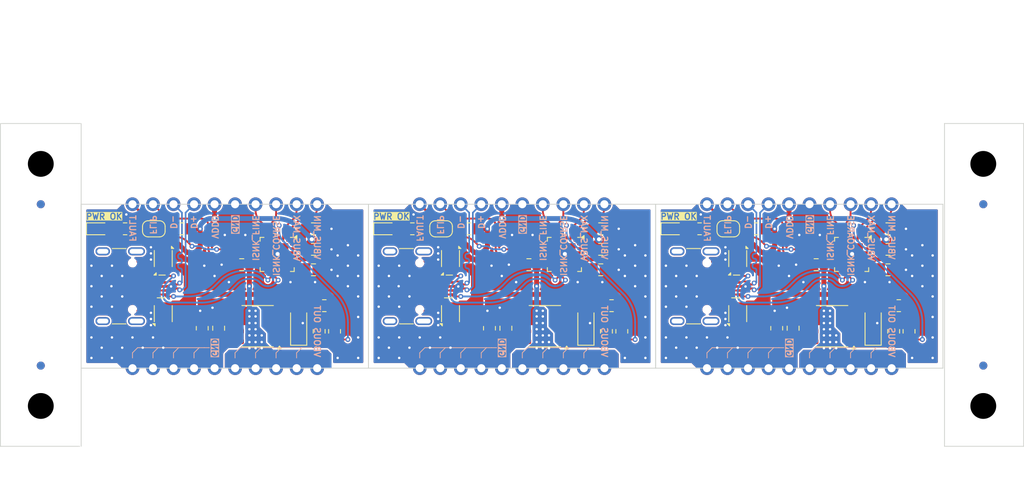
<source format=kicad_pcb>
(kicad_pcb (version 20240108) (generator "pcbnew") (generator_version "8.0")
  (layers (0 "F.Cu" signal) (1 "In1.Cu" signal) (2 "In2.Cu" signal) (31 "B.Cu" signal) (34 "B.Paste" user) (35 "F.Paste" user) (36 "B.SilkS" user "B.Silkscreen") (37 "F.SilkS" user "F.Silkscreen") (38 "B.Mask" user) (39 "F.Mask" user) (44 "Edge.Cuts" user))
  (net 0 "")
  (net 1 "Board_0-+3V3")
  (net 2 "Board_0-/Connector/FAULT")
  (net 3 "Board_0-/Connector/FLIP")
  (net 4 "Board_0-/Connector/ISNK_COARSE")
  (net 5 "Board_0-/Connector/ISNK_FINE")
  (net 6 "Board_0-/Connector/VBUS_MAX")
  (net 7 "Board_0-/Connector/VBUS_MIN")
  (net 8 "Board_0-/D+")
  (net 9 "Board_0-/D-")
  (net 10 "Board_0-/Main Sheet/VBUS_FET_EN")
  (net 11 "Board_0-/USB-C Connector and Protection/CC1")
  (net 12 "Board_0-/USB-C Connector and Protection/CC2")
  (net 13 "Board_0-GND")
  (net 14 "Board_0-Net-(C5-Pad2)")
  (net 15 "Board_0-Net-(D1-A)")
  (net 16 "Board_0-Net-(D1-K)")
  (net 17 "Board_0-Net-(D2-A)")
  (net 18 "Board_0-Net-(D2-K)")
  (net 19 "Board_0-VBUS")
  (net 20 "Board_0-VBUSOUT")
  (net 21 "Board_0-VCCD")
  (net 22 "Board_0-unconnected-(J1-SBU1-PadA8)")
  (net 23 "Board_0-unconnected-(J1-SBU2-PadB8)")
  (net 24 "Board_0-unconnected-(J1-SHIELD-PadS1)")
  (net 25 "Board_0-unconnected-(J1-SHIELD-PadS1)_0")
  (net 26 "Board_0-unconnected-(J1-SHIELD-PadS1)_1")
  (net 27 "Board_0-unconnected-(J1-SHIELD-PadS1)_2")
  (net 28 "Board_0-unconnected-(U4-GPIO_1-Pad8)")
  (net 29 "Board_0-unconnected-(U4-HPI_SCL-Pad13)")
  (net 30 "Board_0-unconnected-(U4-HPI_SDA-Pad12)")
  (net 31 "Board_0-unconnected-(U4-NC-Pad16)")
  (net 32 "Board_0-unconnected-(U4-NC-Pad17)")
  (net 33 "Board_0-unconnected-(U4-NC-Pad20)")
  (net 34 "Board_0-unconnected-(U4-NC-Pad21)")
  (net 35 "Board_0-unconnected-(U4-SAFE_PWR_EN-Pad4)")
  (net 36 "Board_0-unconnected-(U4-~{HPI_INT}-Pad7)")
  (net 37 "Board_1-+3V3")
  (net 38 "Board_1-/Connector/FAULT")
  (net 39 "Board_1-/Connector/FLIP")
  (net 40 "Board_1-/Connector/ISNK_COARSE")
  (net 41 "Board_1-/Connector/ISNK_FINE")
  (net 42 "Board_1-/Connector/VBUS_MAX")
  (net 43 "Board_1-/Connector/VBUS_MIN")
  (net 44 "Board_1-/D+")
  (net 45 "Board_1-/D-")
  (net 46 "Board_1-/Main Sheet/VBUS_FET_EN")
  (net 47 "Board_1-/USB-C Connector and Protection/CC1")
  (net 48 "Board_1-/USB-C Connector and Protection/CC2")
  (net 49 "Board_1-GND")
  (net 50 "Board_1-Net-(C5-Pad2)")
  (net 51 "Board_1-Net-(D1-A)")
  (net 52 "Board_1-Net-(D1-K)")
  (net 53 "Board_1-Net-(D2-A)")
  (net 54 "Board_1-Net-(D2-K)")
  (net 55 "Board_1-VBUS")
  (net 56 "Board_1-VBUSOUT")
  (net 57 "Board_1-VCCD")
  (net 58 "Board_1-unconnected-(J1-SBU1-PadA8)")
  (net 59 "Board_1-unconnected-(J1-SBU2-PadB8)")
  (net 60 "Board_1-unconnected-(J1-SHIELD-PadS1)")
  (net 61 "Board_1-unconnected-(J1-SHIELD-PadS1)_0")
  (net 62 "Board_1-unconnected-(J1-SHIELD-PadS1)_1")
  (net 63 "Board_1-unconnected-(J1-SHIELD-PadS1)_2")
  (net 64 "Board_1-unconnected-(U4-GPIO_1-Pad8)")
  (net 65 "Board_1-unconnected-(U4-HPI_SCL-Pad13)")
  (net 66 "Board_1-unconnected-(U4-HPI_SDA-Pad12)")
  (net 67 "Board_1-unconnected-(U4-NC-Pad16)")
  (net 68 "Board_1-unconnected-(U4-NC-Pad17)")
  (net 69 "Board_1-unconnected-(U4-NC-Pad20)")
  (net 70 "Board_1-unconnected-(U4-NC-Pad21)")
  (net 71 "Board_1-unconnected-(U4-SAFE_PWR_EN-Pad4)")
  (net 72 "Board_1-unconnected-(U4-~{HPI_INT}-Pad7)")
  (net 73 "Board_2-+3V3")
  (net 74 "Board_2-/Connector/FAULT")
  (net 75 "Board_2-/Connector/FLIP")
  (net 76 "Board_2-/Connector/ISNK_COARSE")
  (net 77 "Board_2-/Connector/ISNK_FINE")
  (net 78 "Board_2-/Connector/VBUS_MAX")
  (net 79 "Board_2-/Connector/VBUS_MIN")
  (net 80 "Board_2-/D+")
  (net 81 "Board_2-/D-")
  (net 82 "Board_2-/Main Sheet/VBUS_FET_EN")
  (net 83 "Board_2-/USB-C Connector and Protection/CC1")
  (net 84 "Board_2-/USB-C Connector and Protection/CC2")
  (net 85 "Board_2-GND")
  (net 86 "Board_2-Net-(C5-Pad2)")
  (net 87 "Board_2-Net-(D1-A)")
  (net 88 "Board_2-Net-(D1-K)")
  (net 89 "Board_2-Net-(D2-A)")
  (net 90 "Board_2-Net-(D2-K)")
  (net 91 "Board_2-VBUS")
  (net 92 "Board_2-VBUSOUT")
  (net 93 "Board_2-VCCD")
  (net 94 "Board_2-unconnected-(J1-SBU1-PadA8)")
  (net 95 "Board_2-unconnected-(J1-SBU2-PadB8)")
  (net 96 "Board_2-unconnected-(J1-SHIELD-PadS1)")
  (net 97 "Board_2-unconnected-(J1-SHIELD-PadS1)_0")
  (net 98 "Board_2-unconnected-(J1-SHIELD-PadS1)_1")
  (net 99 "Board_2-unconnected-(J1-SHIELD-PadS1)_2")
  (net 100 "Board_2-unconnected-(U4-GPIO_1-Pad8)")
  (net 101 "Board_2-unconnected-(U4-HPI_SCL-Pad13)")
  (net 102 "Board_2-unconnected-(U4-HPI_SDA-Pad12)")
  (net 103 "Board_2-unconnected-(U4-NC-Pad16)")
  (net 104 "Board_2-unconnected-(U4-NC-Pad17)")
  (net 105 "Board_2-unconnected-(U4-NC-Pad20)")
  (net 106 "Board_2-unconnected-(U4-NC-Pad21)")
  (net 107 "Board_2-unconnected-(U4-SAFE_PWR_EN-Pad4)")
  (net 108 "Board_2-unconnected-(U4-~{HPI_INT}-Pad7)")
  (footprint "Resistor_SMD:R_0805_2012Metric" (layer "F.Cu") (at 100.5975 23.048)
    (property "Reference" "R2" (hide yes))
    (property "Value" "270R")
  )
  (footprint "Resistor_SMD:R_0805_2012Metric" (layer "F.Cu") (at 196.379 32.573)
    (property "Reference" "R5" (hide yes))
    (property "Value" "0R")
  )
  (footprint "Capacitor_SMD:C_0805_2012Metric" (layer "F.Cu") (at 186.1525 27.493 180)
    (property "Reference" "C4" (hide yes))
    (property "Value" "1u")
  )
  (footprint "Connector_USB:USB_C_Receptacle_GCT_USB4105-xx-A_16P_TopMnt_Horizontal" (layer "F.Cu") (at 98.905 30.16 -90)
    (property "Reference" "J1" (hide yes))
    (property "Value" "USB_C_Receptacle_USB2.0_16P")
  )
  (footprint "Resistor_SMD:R_0805_2012Metric" (layer "F.Cu") (at 160.819 32.573)
    (property "Reference" "R5" (hide yes))
    (property "Value" "0R")
  )
  (footprint "Capacitor_SMD:C_0805_2012Metric" (layer "F.Cu") (at 112.178 35.367 90)
    (property "Reference" "C5" (hide yes))
    (property "Value" "1u")
  )
  (footprint "Diode_SMD:D_SOD-123" (layer "F.Cu") (at 193.204 35.113 90)
    (property "Reference" "D1" (hide yes))
    (property "Value" "D")
  )
  (footprint "LOGO" (layer "F.Cu") (at 178.98 35.748)
    (property "Reference" "G***" (hide yes))
    (property "Value" "LOGO" (hide yes))
  )
  (footprint "Capacitor_SMD:C_0805_2012Metric" (layer "F.Cu") (at 195.0425 23.048)
    (property "Reference" "C2" (hide yes))
    (property "Value" "1u")
  )
  (footprint "LED_SMD:LED_0603_1608Metric" (layer "F.Cu") (at 168.4155 23.048)
    (property "Reference" "D2" (hide yes))
    (property "Value" "gr")
  )
  (footprint "Fiducial" (layer "F.Cu") (at 90.159 40)
    (property "Reference" "KiKit_FID_T_3" (hide yes))
    (property "Value" "Fiducial" (hide yes))
  )
  (footprint "Package_SON:WSON-6-1EP_2x2mm_P0.65mm_EP1x1.6mm" (layer "F.Cu") (at 105.32 33.558 90)
    (property "Reference" "U2" (hide yes))
    (property "Value" "TVS2200DRV")
  )
  (footprint "Package_SON:USON-10_2.5x1.0mm_P0.5mm" (layer "F.Cu") (at 105.07 30.19)
    (property "Reference" "U1" (hide yes))
    (property "Value" "TPD4E02B04DQA")
  )
  (footprint "Package_SO:SO-8_3.9x4.9mm_P1.27mm" (layer "F.Cu") (at 117.004 35.113 180)
    (property "Reference" "Q1" (hide yes))
    (property "Value" "IRF7328TRPBF")
  )
  (footprint "Connector_USB:USB_C_Receptacle_GCT_USB4105-xx-A_16P_TopMnt_Horizontal" (layer "F.Cu") (at 170.025 30.16 -90)
    (property "Reference" "J1" (hide yes))
    (property "Value" "USB_C_Receptacle_USB2.0_16P")
  )
  (footprint "LOGO" (layer "F.Cu") (at 107.86 35.748)
    (property "Reference" "G***" (hide yes))
    (property "Value" "LOGO" (hide yes))
  )
  (footprint "Package_SON:WSON-6-1EP_2x2mm_P0.65mm_EP1x1.6mm" (layer "F.Cu") (at 176.44 26.731 -90)
    (property "Reference" "U3" (hide yes))
    (property "Value" "TVS2200DRV" (hide yes))
  )
  (footprint "Package_SO:SO-8_3.9x4.9mm_P1.27mm" (layer "F.Cu") (at 188.124 35.113 180)
    (property "Reference" "Q1" (hide yes))
    (property "Value" "IRF7328TRPBF")
  )
  (footprint "Resistor_SMD:R_0805_2012Metric" (layer "F.Cu") (at 124.624 35.748 90)
    (property "Reference" "R4" (hide yes))
    (property "Value" "47k")
  )
  (footprint "Resistor_SMD:R_0805_2012Metric" (layer "F.Cu") (at 178.726 23.048 180)
    (property "Reference" "R1" (hide yes))
    (property "Value" "5k1")
  )
  (footprint "Package_SON:WSON-6-1EP_2x2mm_P0.65mm_EP1x1.6mm" (layer "F.Cu") (at 140.88 33.558 90)
    (property "Reference" "U2" (hide yes))
    (property "Value" "TVS2200DRV")
  )
  (footprint "Resistor_SMD:R_0805_2012Metric" (layer "F.Cu") (at 143.166 23.048 180)
    (property "Reference" "R1" (hide yes))
    (property "Value" "5k1")
  )
  (footprint "Fiducial" (layer "F.Cu") (at 206.841 20)
    (property "Reference" "KiKit_FID_T_2" (hide yes))
    (property "Value" "Fiducial" (hide yes))
  )
  (footprint "Capacitor_SMD:C_0805_2012Metric" (layer "F.Cu") (at 150.5925 27.493 180)
    (property "Reference" "C4" (hide yes))
    (property "Value" "1u")
  )
  (footprint "Resistor_SMD:R_0805_2012Metric" (layer "F.Cu") (at 160.184 35.748 90)
    (property "Reference" "R4" (hide yes))
    (property "Value" "47k")
  )
  (footprint "NPTH" (layer "F.Cu") (at 206.841 45)
    (property "Reference" "KiKit_TO_4" (hide yes))
    (property "Value" "NPTH" (hide yes))
  )
  (footprint "Capacitor_SMD:C_0805_2012Metric" (layer "F.Cu") (at 183.298 35.367 90)
    (property "Reference" "C5" (hide yes))
    (property "Value" "1u")
  )
  (footprint "Resistor_SMD:R_0805_2012Metric" (layer "F.Cu") (at 126.529 35.748 -90)
    (property "Reference" "R6" (hide yes))
    (property "Value" "1k")
  )
  (footprint "Connector_PinHeader_2.54mm:PinHeader_1x10_P2.54mm_Vertical" (layer "F.Cu") (at 137.07 20 90)
    (property "Reference" "J3" (hide yes))
    (property "Value" "Conn_01x10")
  )
  (footprint "Resistor_SMD:R_0805_2012Metric" (layer "F.Cu") (at 136.1575 23.048)
    (property "Reference" "R2" (hide yes))
    (property "Value" "270R")
  )
  (footprint "Connector_PinHeader_2.54mm:PinHeader_1x10_P2.54mm_Vertical" (layer "F.Cu") (at 172.63 20 90)
    (property "Reference" "J3" (hide yes))
    (property "Value" "Conn_01x10")
  )
  (footprint "Connector_PinHeader_2.54mm:PinHeader_1x10_P2.54mm_Vertical" (layer "F.Cu") (at 137.075 40.32 90)
    (property "Reference" "J2" (hide yes))
    (property "Value" "Conn_01x10")
  )
  (footprint "Fiducial" (layer "F.Cu") (at 90.159 20)
    (property "Reference" "KiKit_FID_T_1" (hide yes))
    (property "Value" "Fiducial" (hide yes))
  )
  (footprint "Resistor_SMD:R_0805_2012Metric" (layer "F.Cu") (at 107.606 23.048 180)
    (property "Reference" "R1" (hide yes))
    (property "Value" "5k1")
  )
  (footprint "Resistor_SMD:R_0805_2012Metric" (layer "F.Cu") (at 181.266 35.367 90)
    (property "Reference" "R3" (hide yes))
    (property "Value" "10k")
  )
  (footprint "Package_DFN_QFN:QFN-24-1EP_4x4mm_P0.5mm_EP2.75x2.75mm" (layer "F.Cu") (at 190.5425 26.223 -90)
    (property "Reference" "U4" (hide yes))
    (property "Value" "CYPD3177-24LQ")
  )
  (footprint "Package_SO:SO-8_3.9x4.9mm_P1.27mm" (layer "F.Cu") (at 152.564 35.113 180)
    (property "Reference" "Q1" (hide yes))
    (property "Value" "IRF7328TRPBF")
  )
  (footprint "Package_SON:USON-10_2.5x1.0mm_P0.5mm" (layer "F.Cu") (at 176.19 30.19)
    (property "Reference" "U1" (hide yes))
    (property "Value" "TPD4E02B04DQA")
  )
  (footprint "Resistor_SMD:R_0805_2012Metric" (layer "F.Cu") (at 195.744 35.748 90)
    (property "Reference" "R4" (hide yes))
    (property "Value" "47k")
  )
  (footprint "Package_DFN_QFN:QFN-24-1EP_4x4mm_P0.5mm_EP2.75x2.75mm" (layer "F.Cu") (at 154.9825 26.223 -90)
    (property "Reference" "U4" (hide yes))
    (property "Value" "CYPD3177-24LQ")
  )
  (footprint "Resistor_SMD:R_0805_2012Metric" (layer "F.Cu") (at 145.706 35.367 90)
    (property "Reference" "R3" (hide yes))
    (property "Value" "10k")
  )
  (footprint "Connector_PinHeader_2.54mm:PinHeader_1x10_P2.54mm_Vertical" (layer "F.Cu") (at 101.51 20 90)
    (property "Reference" "J3" (hide yes))
    (property "Value" "Conn_01x10")
  )
  (footprint "Capacitor_SMD:C_0805_2012Metric" (layer "F.Cu") (at 123.9225 23.048)
    (property "Reference" "C2" (hide yes))
    (property "Value" "1u")
  )
  (footprint "LED_SMD:LED_0603_1608Metric" (layer "F.Cu") (at 132.8555 23.048)
    (property "Reference" "D2" (hide yes))
    (property "Value" "gr")
  )
  (footprint "Capacitor_SMD:C_0805_2012Metric" (layer "F.Cu") (at 147.738 35.367 90)
    (property "Reference" "C5" (hide yes))
    (property "Value" "1u")
  )
  (footprint "Diode_SMD:D_SOD-123" (layer "F.Cu") (at 157.644 35.113 90)
    (property "Reference" "D1" (hide yes))
    (property "Value" "D")
  )
  (footprint "NPTH" (layer "F.Cu") (at 90.159 45)
    (property "Reference" "KiKit_TO_3" (hide yes))
    (property "Value" "NPTH" (hide yes))
  )
  (footprint "Resistor_SMD:R_0805_2012Metric" (layer "F.Cu") (at 125.259 32.573)
    (property "Reference" "R5" (hide yes))
    (property "Value" "0R")
  )
  (footprint "Resistor_SMD:R_0805_2012Metric" (layer "F.Cu") (at 197.649 35.748 -90)
    (property "Reference" "R6" (hide yes))
    (property "Value" "1k")
  )
  (footprint "Package_SON:WSON-6-1EP_2x2mm_P0.65mm_EP1x1.6mm" (layer "F.Cu") (at 140.88 26.731 -90)
    (property "Reference" "U3" (hide yes))
    (property "Value" "TVS2200DRV" (hide yes))
  )
  (footprint "Capacitor_SMD:C_0805_2012Metric" (layer "F.Cu") (at 159.4825 23.048)
    (property "Reference" "C2" (hide yes))
    (property "Value" "1u")
  )
  (footprint "Connector_USB:USB_C_Receptacle_GCT_USB4105-xx-A_16P_TopMnt_Horizontal" (layer "F.Cu") (at 134.465 30.16 -90)
    (property "Reference" "J1" (hide yes))
    (property "Value" "USB_C_Receptacle_USB2.0_16P")
  )
  (footprint "Capacitor_SMD:C_0805_2012Metric" (layer "F.Cu") (at 159.4825 28.128)
    (property "Reference" "C1" (hide yes))
    (property "Value" "3u3")
  )
  (footprint "Jumper:SolderJumper-2_P1.3mm_Bridged_RoundedPad1.0x1.5mm" (layer "F.Cu") (at 175.2735 23.048)
    (property "Reference" "JP1" (hide yes))
    (property "Value" "SolderJumper_2_Bridged")
  )
  (footprint "Capacitor_SMD:C_0805_2012Metric" (layer "F.Cu") (at 123.9225 28.128)
    (property "Reference" "C1" (hide yes))
    (property "Value" "3u3")
  )
  (footprint "Diode_SMD:D_SOD-123" (layer "F.Cu") (at 122.084 35.113 90)
    (property "Reference" "D1" (hide yes))
    (property "Value" "D")
  )
  (footprint "Package_SON:WSON-6-1EP_2x2mm_P0.65mm_EP1x1.6mm" (layer "F.Cu") (at 105.32 26.731 -90)
    (property "Reference" "U3" (hide yes))
    (property "Value" "TVS2200DRV" (hide yes))
  )
  (footprint "NPTH" (layer "F.Cu") (at 90.159 15)
    (property "Reference" "KiKit_TO_1" (hide yes))
    (property "Value" "NPTH" (hide yes))
  )
  (footprint "Jumper:SolderJumper-2_P1.3mm_Bridged_RoundedPad1.0x1.5mm" (layer "F.Cu") (at 139.7135 23.048)
    (property "Reference" "JP1" (hide yes))
    (property "Value" "SolderJumper_2_Bridged")
  )
  (footprint "LOGO" (layer "F.Cu") (at 143.42 35.748)
    (property "Reference" "G***" (hide yes))
    (property "Value" "LOGO" (hide yes))
  )
  (footprint "Capacitor_SMD:C_0805_2012Metric" (layer "F.Cu") (at 195.0425 25.588)
    (property "Reference" "C3" (hide yes))
    (property "Value" "1u")
  )
  (footprint "Resistor_SMD:R_0805_2012Metric" (layer "F.Cu") (at 171.7175 23.048)
    (property "Reference" "R2" (hide yes))
    (property "Value" "270R")
  )
  (footprint "Capacitor_SMD:C_0805_2012Metric" (layer "F.Cu") (at 123.9225 25.588)
    (property "Reference" "C3" (hide yes))
    (property "Value" "1u")
  )
  (footprint "Connector_PinHeader_2.54mm:PinHeader_1x10_P2.54mm_Vertical" (layer "F.Cu") (at 101.515 40.32 90)
    (property "Reference" "J2" (hide yes))
    (property "Value" "Conn_01x10")
  )
  (footprint "NPTH" (layer "F.Cu") (at 206.841 15)
    (property "Reference" "KiKit_TO_2" (hide yes))
    (property "Value" "NPTH" (hide yes))
  )
  (footprint "Package_SON:WSON-6-1EP_2x2mm_P0.65mm_EP1x1.6mm" (layer "F.Cu") (at 176.44 33.558 90)
    (property "Reference" "U2" (hide yes))
    (property "Value" "TVS2200DRV")
  )
  (footprint "Resistor_SMD:R_0805_2012Metric" (layer "F.Cu") (at 110.146 35.367 90)
    (property "Reference" "R3" (hide yes))
    (property "Value" "10k")
  )
  (footprint "Resistor_SMD:R_0805_2012Metric" (layer "F.Cu") (at 162.089 35.748 -90)
    (property "Reference" "R6" (hide yes))
    (property "Value" "1k")
  )
  (footprint "Jumper:SolderJumper-2_P1.3mm_Bridged_RoundedPad1.0x1.5mm" (layer "F.Cu") (at 104.1535 23.048)
    (property "Reference" "JP1" (hide yes))
    (property "Value" "SolderJumper_2_Bridged")
  )
  (footprint "Fiducial" (layer "F.Cu") (at 206.841 40)
    (property "Reference" "KiKit_FID_T_4" (hide yes))
    (property "Value" "Fiducial" (hide yes))
  )
  (footprint "Package_SON:USON-10_2.5x1.0mm_P0.5mm" (layer "F.Cu") (at 140.63 30.19)
    (property "Reference" "U1" (hide yes))
    (property "Value" "TPD4E02B04DQA")
  )
  (footprint "Package_DFN_QFN:QFN-24-1EP_4x4mm_P0.5mm_EP2.75x2.75mm" (layer "F.Cu") (at 119.4225 26.223 -90)
    (property "Reference" "U4" (hide yes))
    (property "Value" "CYPD3177-24LQ")
  )
  (footprint "Connector_PinHeader_2.54mm:PinHeader_1x10_P2.54mm_Vertical" (layer "F.Cu") (at 172.635 40.32 90)
    (property "Reference" "J2" (hide yes))
    (property "Value" "Conn_01x10")
  )
  (footprint "LED_SMD:LED_0603_1608Metric" (layer "F.Cu") (at 97.2955 23.048)
    (property "Reference" "D2" (hide yes))
    (property "Value" "gr")
  )
  (footprint "Capacitor_SMD:C_0805_2012Metric" (layer "F.Cu") (at 115.0325 27.493 180)
    (property "Reference" "C4" (hide yes))
    (property "Value" "1u")
  )
  (footprint "Capacitor_SMD:C_0805_2012Metric" (layer "F.Cu") (at 195.0425 28.128)
    (property "Reference" "C1" (hide yes))
    (property "Value" "3u3")
  )
  (footprint "Capacitor_SMD:C_0805_2012Metric" (layer "F.Cu") (at 159.4825 25.588)
    (property "Reference" "C3" (hide yes))
    (property "Value" "1u")
  )
  (footprint "Fiducial" (layer "B.Cu") (at 206.841 40)
    (property "Reference" "KiKit_FID_B_4" (hide yes))
    (property "Value" "Fiducial" (hide yes))
  )
  (footprint "Fiducial" (layer "B.Cu") (at 90.159 40)
    (property "Reference" "KiKit_FID_B_3" (hide yes))
    (property "Value" "Fiducial" (hide yes))
  )
  (footprint "Fiducial" (layer "B.Cu") (at 90.159 20)
    (property "Reference" "KiKit_FID_B_1" (hide yes))
    (property "Value" "Fiducial" (hide yes))
  )
  (footprint "Fiducial" (layer "B.Cu") (at 206.841 20)
    (property "Reference" "KiKit_FID_B_2" (hide yes))
    (property "Value" "Fiducial" (hide yes))
  )
  (gr_line (start 193.585 37.78) (end 194.855 37.78) (stroke (width 0.1)) (layer "B.SilkS"))
  (gr_line (start 145.96 37.78) (end 146.595 37.78) (stroke (width 0.1)) (layer "B.SilkS"))
  (gr_line (start 137.07 38.415) (end 137.705 37.78) (stroke (width 0.1)) (layer "B.SilkS"))
  (gr_line (start 109.13 39.05) (end 109.13 38.415) (stroke (width 0.1)) (layer "B.SilkS"))
  (gr_line (start 190.41 39.05) (end 190.41 38.415) (stroke (width 0.1)) (layer "B.SilkS"))
  (gr_line (start 177.71 38.415) (end 178.345 37.78) (stroke (width 0.1)) (layer "B.SilkS"))
  (gr_line (start 106.59 38.415) (end 107.225 37.78) (stroke (width 0.1)) (layer "B.SilkS"))
  (gr_line (start 104.05 38.415) (end 104.685 37.78) (stroke (width 0.1)) (layer "B.SilkS"))
  (gr_line (start 101.51 39.05) (end 101.51 38.415) (stroke (width 0.1)) (layer "B.SilkS"))
  (gr_line (start 122.465 37.78) (end 123.735 37.78) (stroke (width 0.1)) (layer "B.SilkS"))
  (gr_line (start 172.63 38.415) (end 173.265 37.78) (stroke (width 0.1)) (layer "B.SilkS"))
  (gr_line (start 142.15 38.415) (end 142.785 37.78) (stroke (width 0.1)) (layer "B.SilkS"))
  (gr_line (start 109.13 38.415) (end 109.765 37.78) (stroke (width 0.1)) (layer "B.SilkS"))
  (gr_line (start 157.39 38.415) (end 158.025 37.78) (stroke (width 0.1)) (layer "B.SilkS"))
  (gr_line (start 185.33 38.415) (end 185.965 37.78) (stroke (width 0.1)) (layer "B.SilkS"))
  (gr_line (start 119.29 38.415) (end 119.925 37.78) (stroke (width 0.1)) (layer "B.SilkS"))
  (gr_line (start 185.33 39.05) (end 185.33 38.415) (stroke (width 0.1)) (layer "B.SilkS"))
  (gr_line (start 116.75 38.415) (end 117.385 37.78) (stroke (width 0.1)) (layer "B.SilkS"))
  (gr_line (start 101.51 38.415) (end 102.145 37.78) (stroke (width 0.1)) (layer "B.SilkS"))
  (gr_line (start 180.25 38.415) (end 180.885 37.78) (stroke (width 0.1)) (layer "B.SilkS"))
  (gr_line (start 144.69 39.05) (end 144.69 38.415) (stroke (width 0.1)) (layer "B.SilkS"))
  (gr_line (start 158.025 37.78) (end 159.295 37.78) (stroke (width 0.1)) (layer "B.SilkS"))
  (gr_line (start 152.31 38.415) (end 152.945 37.78) (stroke (width 0.1)) (layer "B.SilkS"))
  (gr_line (start 137.705 37.78) (end 145.325 37.78) (stroke (width 0.1)) (layer "B.SilkS"))
  (gr_line (start 139.61 39.05) (end 139.61 38.415) (stroke (width 0.1)) (layer "B.SilkS"))
  (gr_line (start 121.83 39.05) (end 121.83 38.415) (stroke (width 0.1)) (layer "B.SilkS"))
  (gr_line (start 157.39 39.05) (end 157.39 38.415) (stroke (width 0.1)) (layer "B.SilkS"))
  (gr_line (start 180.25 39.05) (end 180.25 38.415) (stroke (width 0.1)) (layer "B.SilkS"))
  (gr_line (start 149.77 38.415) (end 150.405 37.78) (stroke (width 0.1)) (layer "B.SilkS"))
  (gr_line (start 119.29 39.05) (end 119.29 38.415) (stroke (width 0.1)) (layer "B.SilkS"))
  (gr_line (start 144.69 38.415) (end 145.325 37.78) (stroke (width 0.1)) (layer "B.SilkS"))
  (gr_line (start 177.71 39.05) (end 177.71 38.415) (stroke (width 0.1)) (layer "B.SilkS"))
  (gr_line (start 142.15 39.05) (end 142.15 38.415) (stroke (width 0.1)) (layer "B.SilkS"))
  (gr_line (start 187.87 38.415) (end 188.505 37.78) (stroke (width 0.1)) (layer "B.SilkS"))
  (gr_line (start 139.61 38.415) (end 140.245 37.78) (stroke (width 0.1)) (layer "B.SilkS"))
  (gr_line (start 185.965 37.78) (end 193.585 37.78) (stroke (width 0.1)) (layer "B.SilkS"))
  (gr_line (start 137.07 39.05) (end 137.07 38.415) (stroke (width 0.1)) (layer "B.SilkS"))
  (gr_line (start 172.63 39.05) (end 172.63 38.415) (stroke (width 0.1)) (layer "B.SilkS"))
  (gr_line (start 175.17 38.415) (end 175.805 37.78) (stroke (width 0.1)) (layer "B.SilkS"))
  (gr_line (start 173.265 37.78) (end 180.885 37.78) (stroke (width 0.1)) (layer "B.SilkS"))
  (gr_line (start 104.05 39.05) (end 104.05 38.415) (stroke (width 0.1)) (layer "B.SilkS"))
  (gr_line (start 114.845 37.78) (end 122.465 37.78) (stroke (width 0.1)) (layer "B.SilkS"))
  (gr_line (start 106.59 39.05) (end 106.59 38.415) (stroke (width 0.1)) (layer "B.SilkS"))
  (gr_line (start 149.77 39.05) (end 149.77 38.415) (stroke (width 0.1)) (layer "B.SilkS"))
  (gr_line (start 102.145 37.78) (end 109.765 37.78) (stroke (width 0.1)) (layer "B.SilkS"))
  (gr_line (start 175.17 39.05) (end 175.17 38.415) (stroke (width 0.1)) (layer "B.SilkS"))
  (gr_line (start 180.885 37.78) (end 181.52 37.78) (stroke (width 0.1)) (layer "B.SilkS"))
  (gr_line (start 192.95 39.05) (end 192.95 38.415) (stroke (width 0.1)) (layer "B.SilkS"))
  (gr_line (start 150.405 37.78) (end 158.025 37.78) (stroke (width 0.1)) (layer "B.SilkS"))
  (gr_line (start 187.87 39.05) (end 187.87 38.415) (stroke (width 0.1)) (layer "B.SilkS"))
  (gr_line (start 190.41 38.415) (end 191.045 37.78) (stroke (width 0.1)) (layer "B.SilkS"))
  (gr_line (start 109.765 37.78) (end 110.4 37.78) (stroke (width 0.1)) (layer "B.SilkS"))
  (gr_line (start 152.31 39.05) (end 152.31 38.415) (stroke (width 0.1)) (layer "B.SilkS"))
  (gr_line (start 154.85 39.05) (end 154.85 38.415) (stroke (width 0.1)) (layer "B.SilkS"))
  (gr_line (start 192.95 38.415) (end 193.585 37.78) (stroke (width 0.1)) (layer "B.SilkS"))
  (gr_line (start 154.85 38.415) (end 155.485 37.78) (stroke (width 0.1)) (layer "B.SilkS"))
  (gr_line (start 116.75 39.05) (end 116.75 38.415) (stroke (width 0.1)) (layer "B.SilkS"))
  (gr_line (start 181.52 37.78) (end 182.155 37.78) (stroke (width 0.1)) (layer "B.SilkS"))
  (gr_line (start 114.21 39.05) (end 114.21 38.415) (stroke (width 0.1)) (layer "B.SilkS"))
  (gr_line (start 145.325 37.78) (end 145.96 37.78) (stroke (width 0.1)) (layer "B.SilkS"))
  (gr_line (start 114.21 38.415) (end 114.845 37.78) (stroke (width 0.1)) (layer "B.SilkS"))
  (gr_line (start 110.4 37.78) (end 111.035 37.78) (stroke (width 0.1)) (layer "B.SilkS"))
  (gr_line (start 121.83 38.415) (end 122.465 37.78) (stroke (width 0.1)) (layer "B.SilkS"))
  (gr_line (start 211.841 10) (end 202.036164 10) (stroke (width 0.1)) (layer "Edge.Cuts"))
  (gr_line (start 166.28 40.32) (end 130.72 40.32) (stroke (width 0.1)) (layer "Edge.Cuts"))
  (gr_line (start 85.159 10) (end 85.159 50) (stroke (width 0.1)) (layer "Edge.Cuts"))
  (gr_line (start 95.16 50) (end 95.16 20) (stroke (width 0.1)) (layer "Edge.Cuts"))
  (gr_line (start 201.84 40.32) (end 166.28 40.32) (stroke (width 0.1)) (layer "Edge.Cuts"))
  (gr_line (start 130.72 40.32) (end 95.16 40.32) (stroke (width 0.1)) (layer "Edge.Cuts"))
  (gr_line (start 130.72 20) (end 130.72 40.32) (stroke (width 0.1)) (layer "Edge.Cuts"))
  (gr_line (start 130.72 20) (end 166.28 20) (stroke (width 0.1)) (layer "Edge.Cuts"))
  (gr_line (start 166.28 20) (end 201.84 20) (stroke (width 0.1)) (layer "Edge.Cuts"))
  (gr_line (start 166.28 20) (end 166.28 40.32) (stroke (width 0.1)) (layer "Edge.Cuts"))
  (gr_line (start 95.16 20) (end 130.72 20) (stroke (width 0.1)) (layer "Edge.Cuts"))
  (gr_line (start 166.28 40.32) (end 166.28 20) (stroke (width 0.1)) (layer "Edge.Cuts"))
  (gr_line (start 201.84 20) (end 201.84 40.32) (stroke (width 0.1)) (layer "Edge.Cuts"))
  (gr_line (start 95.159 35.32) (end 95.159 10) (stroke (width 0.1)) (layer "Edge.Cuts"))
  (gr_line (start 202.04 10) (end 202.04 50) (stroke (width 0.1)) (layer "Edge.Cuts"))
  (gr_line (start 85.159 50) (end 94.96 50) (stroke (width 0.1)) (layer "Edge.Cuts"))
  (gr_line (start 211.841 50) (end 211.841 10) (stroke (width 0.1)) (layer "Edge.Cuts"))
  (gr_line (start 95.0595 10) (end 85.2585 10) (stroke (width 0.1)) (layer "Edge.Cuts"))
  (gr_line (start 130.72 40.32) (end 130.72 20) (stroke (width 0.1)) (layer "Edge.Cuts"))
  (gr_line (start 202.04 50) (end 211.841 50) (stroke (width 0.1)) (layer "Edge.Cuts"))
  (gr_text "ISNK_FINE" (at 187.87 21.27 -90) (layer "B.SilkS") (effects (font (size 0.75 0.75) (thickness 0.15) (bold yes)) (justify right mirror)))
  (gr_text "VBOUS OUT" (at 195.49 39.05 -90) (layer "B.SilkS") (effects (font (size 0.75 0.75) (thickness 0.15) (bold yes)) (justify left mirror)))
  (gr_text "ISNK_COARSE" (at 119.29 21.27 -90) (layer "B.SilkS") (effects (font (size 0.75 0.75) (thickness 0.15) (bold yes)) (justify right mirror)))
  (gr_text "FLIP" (at 175.17 21.27 -90) (layer "B.SilkS") (effects (font (size 0.75 0.75) (thickness 0.15) (bold yes)) (justify right mirror)))
  (gr_text "VBUS_MAX" (at 157.39 21.27 -90) (layer "B.SilkS") (effects (font (size 0.75 0.75) (thickness 0.15) (bold yes)) (justify right mirror)))
  (gr_text "FAULT" (at 172.63 21.27 -90) (layer "B.SilkS") (effects (font (size 0.75 0.75) (thickness 0.15) (bold yes)) (justify right mirror)))
  (gr_text "VBUS_MIN" (at 159.93 21.27 -90) (layer "B.SilkS") (effects (font (size 0.75 0.75) (thickness 0.15) (bold yes)) (justify right mirror)))
  (gr_text "ISNK_FINE" (at 116.75 21.27 -90) (layer "B.SilkS") (effects (font (size 0.75 0.75) (thickness 0.15) (bold yes)) (justify right mirror)))
  (gr_text "D+" (at 180.25 21.27 -90) (layer "B.SilkS") (effects (font (size 0.75 0.75) (thickness 0.15) (bold yes)) (justify right mirror)))
  (gr_text "D+" (at 109.13 21.27 -90) (layer "B.SilkS") (effects (font (size 0.75 0.75) (thickness 0.15) (bold yes)) (justify right mirror)))
  (gr_text "GND" (at 111.67 39.05 -90) (layer "B.SilkS" knockout) (effects (font (size 0.75 0.75) (thickness 0.15) (bold yes)) (justify left mirror)))
  (gr_text "ISNK_COARSE" (at 154.85 21.27 -90) (layer "B.SilkS") (effects (font (size 0.75 0.75) (thickness 0.15) (bold yes)) (justify right mirror)))
  (gr_text "VBOUS OUT" (at 159.93 39.05 -90) (layer "B.SilkS") (effects (font (size 0.75 0.75) (thickness 0.15) (bold yes)) (justify left mirror)))
  (gr_text "VBUS_MIN" (at 195.49 21.27 -90) (layer "B.SilkS") (effects (font (size 0.75 0.75) (thickness 0.15) (bold yes)) (justify right mirror)))
  (gr_text "D-" (at 106.59 21.27 -90) (layer "B.SilkS") (effects (font (size 0.75 0.75) (thickness 0.15) (bold yes)) (justify right mirror)))
  (gr_text "FLIP" (at 139.61 21.27 -90) (layer "B.SilkS") (effects (font (size 0.75 0.75) (thickness 0.15) (bold yes)) (justify right mirror)))
  (gr_text "D+" (at 144.69 21.27 -90) (layer "B.SilkS") (effects (font (size 0.75 0.75) (thickness 0.15) (bold yes)) (justify right mirror)))
  (gr_text "GND" (at 182.79 39.05 -90) (layer "B.SilkS" knockout) (effects (font (size 0.75 0.75) (thickness 0.15) (bold yes)) (justify left mirror)))
  (gr_text "GND" (at 185.33 21.27 -90) (layer "B.SilkS" knockout) (effects (font (size 0.75 0.75) (thickness 0.15) (bold yes)) (justify right mirror)))
  (gr_text "VBOUS OUT" (at 124.37 39.05 -90) (layer "B.SilkS") (effects (font (size 0.75 0.75) (thickness 0.15) (bold yes)) (justify left mirror)))
  (gr_text "VDDD" (at 111.7264 21.27 -90) (layer "B.SilkS") (effects (font (size 0.75 0.75) (thickness 0.15) (bold yes)) (justify right mirror)))
  (gr_text "ISNK_COARSE" (at 190.41 21.27 -90) (layer "B.SilkS") (effects (font (size 0.75 0.75) (thickness 0.15) (bold yes)) (justify right mirror)))
  (gr_text "D-" (at 177.71 21.27 -90) (layer "B.SilkS") (effects (font (size 0.75 0.75) (thickness 0.15) (bold yes)) (justify right mirror)))
  (gr_text "VBUS_MAX" (at 192.95 21.27 -90) (layer "B.SilkS") (effects (font (size 0.75 0.75) (thickness 0.15) (bold yes)) (justify right mirror)))
  (gr_text "GND" (at 114.21 21.27 -90) (layer "B.SilkS" knockout) (effects (font (size 0.75 0.75) (thickness 0.15) (bold yes)) (justify right mirror)))
  (gr_text "GND" (at 147.23 39.05 -90) (layer "B.SilkS" knockout) (effects (font (size 0.75 0.75) (thickness 0.15) (bold yes)) (justify left mirror)))
  (gr_text "GND" (at 149.77 21.27 -90) (layer "B.SilkS" knockout) (effects (font (size 0.75 0.75) (thickness 0.15) (bold yes)) (justify right mirror)))
  (gr_text "VBUS_MIN" (at 124.37 21.27 -90) (layer "B.SilkS") (effects (font (size 0.75 0.75) (thickness 0.15) (bold yes)) (justify right mirror)))
  (gr_text "FAULT" (at 101.51 21.27 -90) (layer "B.SilkS") (effects (font (size 0.75 0.75) (thickness 0.15) (bold yes)) (justify right mirror)))
  (gr_text "VBUS_MAX" (at 121.83 21.27 -90) (layer "B.SilkS") (effects (font (size 0.75 0.75) (thickness 0.15) (bold yes)) (justify right mirror)))
  (gr_text "VDDD" (at 182.8464 21.27 -90) (layer "B.SilkS") (effects (font (size 0.75 0.75) (thickness 0.15) (bold yes)) (justify right mirror)))
  (gr_text "FLIP" (at 104.05 21.27 -90) (layer "B.SilkS") (effects (font (size 0.75 0.75) (thickness 0.15) (bold yes)) (justify right mirror)))
  (gr_text "ISNK_FINE" (at 152.31 21.27 -90) (layer "B.SilkS") (effects (font (size 0.75 0.75) (thickness 0.15) (bold yes)) (justify right mirror)))
  (gr_text "D-" (at 142.15 21.27 -90) (layer "B.SilkS") (effects (font (size 0.75 0.75) (thickness 0.15) (bold yes)) (justify right mirror)))
  (gr_text "VDDD" (at 147.2864 21.27 -90) (layer "B.SilkS") (effects (font (size 0.75 0.75) (thickness 0.15) (bold yes)) (justify right mirror)))
  (gr_text "FAULT" (at 137.07 21.27 -90) (layer "B.SilkS") (effects (font (size 0.75 0.75) (thickness 0.15) (bold yes)) (justify right mirror)))
  (gr_text "PWR OK" (at 166.788 21.524 0) (layer "F.SilkS" knockout) (effects (font (size 0.75 0.75) (thickness 0.15) (bold yes)) (justify left)))
  (gr_text "PWR OK" (at 95.668 21.524 0) (layer "F.SilkS" knockout) (effects (font (size 0.75 0.75) (thickness 0.15) (bold yes)) (justify left)))
  (gr_text "PWR OK" (at 131.228 21.524 0) (layer "F.SilkS" knockout) (effects (font (size 0.75 0.75) (thickness 0.15) (bold yes)) (justify left)))
  (segment (start 108.5185 23.048) (end 109.892 23.048) (width 0.6096) (layer "F.Cu") (net 1))
  (segment (start 122.9725 25.588) (end 122.9725 25.075408) (width 0.3048) (layer "F.Cu") (net 1))
  (segment (start 109.763783 25.457403) (end 109.333935 25.887199) (width 0.6096) (layer "F.Cu") (net 1))
  (segment (start 109.197199 25.982591) (end 109.08904 26.01156) (width 0.6096) (layer "F.Cu") (net 1))
  (segment (start 108.596437 26.0118) (end 108.48011 26.010135) (width 0.6096) (layer "F.Cu") (net 1))
  (segment (start 109.08904 26.01156) (end 109.033054 26.011811) (width 0.6096) (layer "F.Cu") (net 1))
  (segment (start 106.957975 24.6814) (end 104.47927 24.6814) (width 0.6096) (layer "F.Cu") (net 1))
  (segment (start 111.67 21.721586) (end 111.669993 21.721593) (width 0.6096) (layer "F.Cu") (net 1))
  (segment (start 109.892 25.147885) (end 109.891717 25.205477) (width 0.6096) (layer "F.Cu") (net 1))
  (segment (start 104.47927 24.6814) (end 104.15007 24.3522) (width 0.6096) (layer "F.Cu") (net 1))
  (segment (start 109.033054 26.011811) (end 108.72666 26.0118) (width 0.6096) (layer "F.Cu") (net 1))
  (segment (start 109.892 23.048) (end 109.892 25.147885) (width 0.6096) (layer "F.Cu") (net 1))
  (segment (start 109.804314 25.416487) (end 109.763783 25.457403) (width 0.6096) (layer "F.Cu") (net 1))
  (segment (start 104.15007 24.3522) (end 102.8142 24.3522) (width 0.6096) (layer "F.Cu") (net 1))
  (segment (start 108.72666 26.0118) (end 108.596437 26.0118) (width 0.6096) (layer "F.Cu") (net 1))
  (segment (start 102.8142 24.3522) (end 101.51 23.048) (width 0.6096) (layer "F.Cu") (net 1))
  (segment (start 108.25032 25.973745) (end 106.957975 24.6814) (width 0.6096) (layer "F.Cu") (net 1))
  (segment (start 109.333935 25.887199) (end 109.294176 25.926615) (width 0.6096) (layer "F.Cu") (net 1))
  (segment (start 121.3975 25.473) (end 121.9575 25.473) (width 0.2286) (layer "F.Cu") (net 1))
  (segment (start 122.0725 25.588) (end 122.9725 25.588) (width 0.3048) (layer "F.Cu") (net 1))
  (segment (start 109.294176 25.926615) (end 109.197199 25.982591) (width 0.6096) (layer "F.Cu") (net 1))
  (segment (start 109.861907 25.316736) (end 109.804314 25.416487) (width 0.6096) (layer "F.Cu") (net 1))
  (segment (start 109.891717 25.205477) (end 109.861907 25.316736) (width 0.6096) (layer "F.Cu") (net 1))
  (segment (start 108.48011 26.010135) (end 108.25032 25.973745) (width 0.6096) (layer "F.Cu") (net 1))
  (segment (start 122.0175 25.533) (end 122.0725 25.588) (width 0.3048) (layer "F.Cu") (net 1))
  (segment (start 122.9725 25.075408) (end 123.704321 24.343587) (width 0.3048) (layer "F.Cu") (net 1))
  (segment (start 121.9575 25.473) (end 122.0175 25.533) (width 0.2286) (layer "F.Cu") (net 1))
  (segment (start 111.67 20) (end 111.67 21.721586) (width 0.6096) (layer "F.Cu") (net 1))
  (via (at 109.892 23.048) (size 0.6) (drill 0.3) (layers "F.Cu" "B.Cu") (net 1))
  (via (at 123.704321 24.343587) (size 1) (drill 0.5) (layers "F.Cu" "B.Cu") (net 1))
  (via (at 111.669993 21.721593) (size 0.6) (drill 0.3) (layers "F.Cu" "B.Cu") (net 1))
  (segment (start 109.892 23.048) (end 109.892 22.802873) (width 0.6096) (layer "B.Cu") (net 1))
  (segment (start 123.704321 24.343587) (end 122.421527 23.060793) (width 0.6096) (layer "B.Cu") (net 1))
  (segment (start 111.7264 21.778) (end 111.669993 21.721593) (width 0.6096) (layer "B.Cu") (net 1))
  (segment (start 111.612133 21.779453) (end 111.669993 21.721593) (width 0.6096) (layer "B.Cu") (net 1))
  (segment (start 111.118465 21.779453) (end 111.612133 21.779453) (width 0.6096) (layer "B.Cu") (net 1))
  (segment (start 110.06533 22.384416) (end 110.281873 22.167873) (width 0.6096) (layer "B.Cu") (net 1))
  (segment (start 119.32459 21.778) (end 111.7264 21.778) (width 0.6096) (layer "B.Cu") (net 1))
  (arc (start 122.421527 23.060793) (mid 121.00064 22.111387) (end 119.32459 21.778) (width 0.6096) (layer "B.Cu") (net 1))
  (arc (start 109.892 22.802873) (mid 109.937046 22.576405) (end 110.06533 22.384416) (width 0.6096) (layer "B.Cu") (net 1))
  (arc (start 110.281873 22.167873) (mid 110.665828 21.900272) (end 111.118465 21.779453) (width 0.6096) (layer "B.Cu") (net 1))
  (segment (start 102.934269 21.424269) (end 101.51 20) (width 0.3048) (layer "F.Cu") (net 2))
  (segment (start 104.8035 22.657159) (end 104.8035 23.048) (width 0.3048) (layer "F.Cu") (net 2))
  (segment (start 105.31065 23.55515) (end 104.8035 23.048) (width 0.2286) (layer "F.Cu") (net 2))
  (segment (start 103.78825 21.778) (end 103.92434 21.778) (width 0.3048) (layer "F.Cu") (net 2))
  (segment (start 106.535018 24.0623) (end 106.921874 24.0623) (width 0.2286) (layer "F.Cu") (net 2))
  (segment (start 108.30365 24.63465) (end 108.876 25.207) (width 0.2286) (layer "F.Cu") (net 2))
  (segment (start 116.339263 25.588) (end 111.92398 25.588) (width 0.2286) (layer "F.Cu") (net 2))
  (segment (start 116.837047 25.813547) (end 116.804 25.7805) (width 0.2286) (layer "F.Cu") (net 2))
  (segment (start 117.222 25.973) (end 117.4475 25.973) (width 0.2286) (layer "F.Cu") (net 2))
  (via (at 108.876 25.207) (size 0.6) (drill 0.3) (layers "F.Cu" "B.Cu") (net 2))
  (via (at 111.92398 25.588) (size 0.6) (drill 0.3) (layers "F.Cu" "B.Cu") (net 2))
  (arc (start 116.804 25.7805) (mid 116.590777 25.638029) (end 116.339263 25.588) (width 0.2286) (layer "F.Cu") (net 2))
  (arc (start 116.837047 25.813547) (mid 117.013665 25.931559) (end 117.222 25.973) (width 0.2286) (layer "F.Cu") (net 2))
  (arc (start 102.934269 21.424269) (mid 103.326079 21.686068) (end 103.78825 21.778) (width 0.3048) (layer "F.Cu") (net 2))
  (arc (start 104.546 22.0355) (mid 104.260779 21.844922) (end 103.92434 21.778) (width 0.3048) (layer "F.Cu") (net 2))
  (arc (start 108.30365 24.63465) (mid 107.669685 24.211048) (end 106.921874 24.0623) (width 0.2286) (layer "F.Cu") (net 2))
  (arc (start 104.546 22.0355) (mid 104.736577 22.320719) (end 104.8035 22.657159) (width 0.3048) (layer "F.Cu") (net 2))
  (arc (start 105.31065 23.55515) (mid 105.872394 23.930496) (end 106.535018 24.0623) (width 0.2286) (layer "F.Cu") (net 2))
  (segment (start 109.749592 25.207) (end 108.876 25.207) (width 0.2286) (layer "B.Cu") (net 2))
  (segment (start 110.669407 25.588) (end 111.92398 25.588) (width 0.2286) (layer "B.Cu") (net 2))
  (arc (start 110.2095 25.3975) (mid 109.998492 25.256509) (end 109.749592 25.207) (width 0.2286) (layer "B.Cu") (net 2))
  (arc (start 110.2095 25.3975) (mid 110.420507 25.53849) (end 110.669407 25.588) (width 0.2286) (layer "B.Cu") (net 2))
  (segment (start 110.908 25.52168) (end 110.908 22.64521) (width 0.2286) (layer "F.Cu") (net 3))
  (segment (start 106.6935 23.048) (end 106.6935 21.778) (width 0.2286) (layer "F.Cu") (net 3))
  (segment (start 111.681319 26.295) (end 116.430634 26.295) (width 0.2286) (layer "F.Cu") (net 3))
  (segment (start 107.085235 21.778) (end 110.040789 21.778) (width 0.2286) (layer "F.Cu") (net 3))
  (segment (start 116.860365 26.473) (end 117.4475 26.473) (width 0.2286) (layer "F.Cu") (net 3))
  (segment (start 106.6935 21.778) (end 106.844 21.778) (width 0.2286) (layer "F.Cu") (net 3))
  (segment (start 104.939 20.889) (end 104.05 20) (width 0.2286) (layer "F.Cu") (net 3))
  (arc (start 116.6455 26.384) (mid 116.74408 26.449869) (end 116.860365 26.473) (width 0.2286) (layer "F.Cu") (net 3))
  (arc (start 110.654 22.032) (mid 110.372656 21.844012) (end 110.040789 21.778) (width 0.2286) (layer "F.Cu") (net 3))
  (arc (start 111.1345 26.0685) (mid 111.385382 26.236134) (end 111.681319 26.295) (width 0.2286) (layer "F.Cu") (net 3))
  (arc (start 110.908 25.52168) (mid 110.966865 25.817616) (end 111.1345 26.0685) (width 0.2286) (layer "F.Cu") (net 3))
  (arc (start 104.939 20.889) (mid 105.923701 21.546956) (end 107.085235 21.778) (width 0.2286) (layer "F.Cu") (net 3))
  (arc (start 110.654 22.032) (mid 110.841987 22.313343) (end 110.908 22.64521) (width 0.2286) (layer "F.Cu") (net 3))
  (arc (start 116.6455 26.384) (mid 116.546918 26.31813) (end 116.430634 26.295) (width 0.2286) (layer "F.Cu") (net 3))
  (segment (start 119.29 21.286611) (end 119.29 20) (width 0.2286) (layer "F.Cu") (net 4))
  (segment (start 118.6725 22.777388) (end 118.6725 24.248) (width 0.2286) (layer "F.Cu") (net 4))
  (arc (start 119.29 21.286611) (mid 119.209758 21.690012) (end 118.98125 22.032) (width 0.2286) (layer "F.Cu") (net 4))
  (arc (start 118.98125 22.032) (mid 118.752741 22.373987) (end 118.6725 22.777388) (width 0.2286) (layer "F.Cu") (net 4))
  (segment (start 117.71235 22.48635) (end 117.288815 22.062815) (width 0.2286) (layer "F.Cu") (net 5))
  (segment (start 118.1725 23.59725) (end 118.1725 24.248) (width 0.2286) (layer "F.Cu") (net 5))
  (segment (start 116.75 20.762) (end 116.75 20) (width 0.2286) (layer "F.Cu") (net 5))
  (arc (start 117.71235 22.48635) (mid 118.05291 22.996035) (end 118.1725 23.59725) (width 0.2286) (layer "F.Cu") (net 5))
  (arc (start 116.75 20.762) (mid 116.890033 21.465996) (end 117.288815 22.062815) (width 0.2286) (layer "F.Cu") (net 5))
  (segment (start 120.588185 22.656577) (end 121.329805 21.914957) (width 0.2286) (layer "F.Cu") (net 6))
  (segment (start 121.83 20.707381) (end 121.83 20) (width 0.2286) (layer "F.Cu") (net 6))
  (segment (start 120.1725 23.660131) (end 120.1725 24.248) (width 0.2286) (layer "F.Cu") (net 6))
  (arc (start 121.83 20.707381) (mid 121.700003 21.360916) (end 121.329805 21.914957) (width 0.2286) (layer "F.Cu") (net 6))
  (arc (start 120.588185 22.656577) (mid 120.280533 23.117011) (end 120.1725 23.660131) (width 0.2286) (layer "F.Cu") (net 6))
  (segment (start 124.010789 21.37521) (end 123.989 21.397) (width 0.2286) (layer "F.Cu") (net 7))
  (segment (start 120.6725 23.84575) (end 120.6725 24.248) (width 0.2286) (layer "F.Cu") (net 7))
  (segment (start 123.069184 21.778) (end 122.973 21.778) (width 0.2286) (layer "F.Cu") (net 7))
  (segment (start 120.956933 23.159066) (end 121.888987 22.227012) (width 0.2286) (layer "F.Cu") (net 7))
  (segment (start 124.37 20.508) (end 124.37 20) (width 0.2286) (layer "F.Cu") (net 7))
  (arc (start 124.37 20.508) (mid 124.276644 20.97733) (end 124.010789 21.37521) (width 0.2286) (layer "F.Cu") (net 7))
  (arc (start 123.989 21.397) (mid 123.566984 21.678981) (end 123.069184 21.778) (width 0.2286) (layer "F.Cu") (net 7))
  (arc (start 122.973 21.778) (mid 122.386336 21.894694) (end 121.888987 22.227012) (width 0.2286) (layer "F.Cu") (net 7))
  (arc (start 120.956933 23.159066) (mid 120.746421 23.474119) (end 120.6725 23.84575) (width 0.2286) (layer "F.Cu") (net 7))
  (segment (start 105.455 30.69) (end 105.915531 30.69) (width 0.2286) (layer "F.Cu") (net 8))
  (segment (start 103.4743 30.648332) (end 103.212632 30.91) (width 0.2286) (layer "F.Cu") (net 8))
  (segment (start 104.3157 30.648332) (end 104.357368 30.69) (width 0.2286) (layer "F.Cu") (net 8))
  (segment (start 106.040331 30.8148) (end 106.5392 30.8148) (width 0.2286) (layer "F.Cu") (net 8))
  (segment (start 103.212632 30.91) (end 102.585 30.91) (width 0.2286) (layer "F.Cu") (net 8))
  (segment (start 103.4743 30.648332) (end 104.3157 30.648332) (width 0.2286) (layer "F.Cu") (net 8))
  (segment (start 103.212632 29.91) (end 103.4743 30.171668) (width 0.2286) (layer "F.Cu") (net 8))
  (segment (start 102.585 29.91) (end 103.212632 29.91) (width 0.2286) (layer "F.Cu") (net 8))
  (segment (start 105.915531 30.69) (end 106.040331 30.8148) (width 0.2286) (layer "F.Cu") (net 8))
  (segment (start 103.4743 30.171668) (end 103.4743 30.648332) (width 0.2286) (layer "F.Cu") (net 8))
  (segment (start 104.357368 30.69) (end 104.685 30.69) (width 0.2286) (layer "F.Cu") (net 8))
  (segment (start 106.923703 30.430297) (end 107.1663 30.430297) (width 0.2286) (layer "F.Cu") (net 8))
  (segment (start 107.1663 30.430297) (end 107.352 30.615997) (width 0.2286) (layer "F.Cu") (net 8))
  (segment (start 106.5392 30.8148) (end 106.923703 30.430297) (width 0.2286) (layer "F.Cu") (net 8))
  (segment (start 105.455 30.69) (end 104.685 30.69) (width 0.2286) (layer "F.Cu") (net 8))
  (via (at 107.352 30.615997) (size 0.6) (drill 0.3) (layers "F.Cu" "B.Cu") (net 8))
  (segment (start 108.085 21.045) (end 108.085 30.189) (width 0.2) (layer "B.Cu") (net 8))
  (segment (start 109.13 20) (end 108.085 21.045) (width 0.2) (layer "B.Cu") (net 8))
  (segment (start 108.085 30.189) (end 107.658003 30.615997) (width 0.2) (layer "B.Cu") (net 8))
  (segment (start 107.658003 30.615997) (end 107.352 30.615997) (width 0.2) (layer "B.Cu") (net 8))
  (segment (start 106.530228 29.567193) (end 106.914732 29.951697) (width 0.2286) (layer "F.Cu") (net 9))
  (segment (start 101.6957 30.148332) (end 101.6957 29.671668) (width 0.2286) (layer "F.Cu") (net 9))
  (segment (start 101.957368 29.41) (end 102.585 29.41) (width 0.2286) (layer "F.Cu") (net 9))
  (segment (start 101.6957 29.671668) (end 101.957368 29.41) (width 0.2286) (layer "F.Cu") (net 9))
  (segment (start 106.914732 29.951697) (end 107.1663 29.951697) (width 0.2286) (layer "F.Cu") (net 9))
  (segment (start 103.415 29.41) (end 103.695 29.69) (width 0.2286) (layer "F.Cu") (net 9))
  (segment (start 105.905439 29.567193) (end 106.530228 29.567193) (width 0.2286) (layer "F.Cu") (net 9))
  (segment (start 102.585 29.41) (end 103.415 29.41) (width 0.2286) (layer "F.Cu") (net 9))
  (segment (start 105.455 29.69) (end 105.782632 29.69) (width 0.2286) (layer "F.Cu") (net 9))
  (segment (start 103.695 29.69) (end 104.685 29.69) (width 0.2286) (layer "F.Cu") (net 9))
  (segment (start 101.957368 30.41) (end 101.6957 30.148332) (width 0.2286) (layer "F.Cu") (net 9))
  (segment (start 102.585 30.41) (end 101.957368 30.41) (width 0.2286) (layer "F.Cu") (net 9))
  (segment (start 105.782632 29.69) (end 105.905439 29.567193) (width 0.2286) (layer "F.Cu") (net 9))
  (segment (start 104.685 29.69) (end 105.455 29.69) (width 0.2286) (layer "F.Cu") (net 9))
  (segment (start 107.1663 29.951697) (end 107.352 29.765997) (width 0.2286) (layer "F.Cu") (net 9))
  (via (at 107.352 29.765997) (size 0.6) (drill 0.3) (layers "F.Cu" "B.Cu") (net 9))
  (segment (start 107.156938 26.501615) (end 107.156938 26.379677) (width 0.2) (layer "B.Cu") (net 9))
  (segment (start 107.352 29.765997) (end 107.565603 29.765997) (width 0.2) (layer "B.Cu") (net 9))
  (segment (start 107.635 27.101651) (end 107.635 26.979677) (width 0.2) (layer "B.Cu") (net 9))
  (segment (start 107.635 25.901615) (end 107.635 25.779677) (width 0.2) (layer "B.Cu") (net 9))
  (segment (start 107.635 21.045) (end 106.59 20) (width 0.2) (layer "B.Cu") (net 9))
  (segment (start 107.156974 27.701651) (end 107.156974 27.579677) (width 0.2) (layer "B.Cu") (net 9))
  (segment (start 107.565603 29.765997) (end 107.635 29.6966) (width 0.2) (layer "B.Cu") (net 9))
  (segment (start 107.635 29.6966) (end 107.635 28.179677) (width 0.2) (layer "B.Cu") (net 9))
  (segment (start 107.635 25.779677) (end 107.635 25.08) (width 0.2) (layer "B.Cu") (net 9))
  (segment (start 107.635 25.08) (end 107.635 21.045) (width 0.2) (layer "B.Cu") (net 9))
  (arc (start 107.395969 26.740646) (mid 107.226949 26.670635) (end 107.156938 26.501615) (width 0.2) (layer "B.Cu") (net 9))
  (arc (start 107.395987 27.340664) (mid 107.564995 27.270659) (end 107.635 27.101651) (width 0.2) (layer "B.Cu") (net 9))
  (arc (start 107.395987 27.940664) (mid 107.226979 27.870659) (end 107.156974 27.701651) (width 0.2) (layer "B.Cu") (net 9))
  (arc (start 107.156974 27.579677) (mid 107.226979 27.410669) (end 107.395987 27.340664) (width 0.2) (layer "B.Cu") (net 9))
  (arc (start 107.635 28.179677) (mid 107.564995 28.010669) (end 107.395987 27.940664) (width 0.2) (layer "B.Cu") (net 9))
  (arc (start 107.156938 26.379677) (mid 107.226949 26.210657) (end 107.395969 26.140646) (width 0.2) (layer "B.Cu") (net 9))
  (arc (start 107.395969 26.140646) (mid 107.564989 26.070635) (end 107.635 25.901615) (width 0.2) (layer "B.Cu") (net 9))
  (arc (start 107.635 26.979677) (mid 107.564989 26.810657) (end 107.395969 26.740646) (width 0.2) (layer "B.Cu") (net 9))
  (segment (start 119.6725 24.248) (end 119.6725 22.6328) (width 0.2286) (layer "F.Cu") (net 10))
  (segment (start 126.58075 36.71225) (end 126.529 36.6605) (width 0.2286) (layer "F.Cu") (net 10))
  (segment (start 126.705685 36.764) (end 128.18 36.764) (width 0.2286) (layer "F.Cu") (net 10))
  (via (at 128.18 36.764) (size 0.6) (drill 0.3) (layers "F.Cu" "B.Cu") (net 10))
  (via (at 119.6725 22.6328) (size 0.6) (drill 0.3) (layers "F.Cu" "B.Cu") (net 10))
  (arc (start 126.58075 36.71225) (mid 126.63807 36.75055) (end 126.705685 36.764) (width 0.2286) (layer "F.Cu") (net 10))
  (segment (start 119.6725 23.34915) (end 119.6725 22.6328) (width 0.2286) (layer "B.Cu") (net 10))
  (segment (start 120.179035 24.572035) (end 126.698257 31.091257) (width 0.2286) (layer "B.Cu") (net 10))
  (segment (start 128.18 34.6685) (end 128.18 36.764) (width 0.2286) (layer "B.Cu") (net 10))
  (arc (start 126.698257 31.091257) (mid 127.794907 32.73251) (end 128.18 34.6685) (width 0.2286) (layer "B.Cu") (net 10))
  (arc (start 119.6725 23.34915) (mid 119.804144 24.01097) (end 120.179035 24.572035) (width 0.2286) (layer "B.Cu") (net 10))
  (segment (start 119.1725 29.0265) (end 119.544 29.398) (width 0.2286) (layer "F.Cu") (net 11))
  (segment (start 104.685 29.19) (end 104.015968 29.19) (width 0.2286) (layer "F.Cu") (net 11))
  (segment (start 105.455 29.19) (end 105.755 28.89) (width 0.2286) (layer "F.Cu") (net 11))
  (segment (start 119.1725 28.198) (end 119.1725 29.0265) (width 0.2286) (layer "F.Cu") (net 11))
  (segment (start 104.015968 29.19) (end 103.735968 28.91) (width 0.2286) (layer "F.Cu") (net 11))
  (segment (start 105.755 28.89) (end 106.59 28.89) (width 0.2286) (layer "F.Cu") (net 11))
  (segment (start 103.735968 28.91) (end 102.585 28.91) (width 0.2286) (layer "F.Cu") (net 11))
  (segment (start 105.455 29.19) (end 104.685 29.19) (width 0.2286) (layer "F.Cu") (net 11))
  (via (at 106.59 28.89) (size 0.6) (drill 0.3) (layers "F.Cu" "B.Cu") (net 11))
  (via (at 119.544 29.398) (size 0.6) (drill 0.3) (layers "F.Cu" "B.Cu") (net 11))
  (segment (start 119.14121 29.800789) (end 119.544 29.398) (width 0.2286) (layer "B.Cu") (net 11))
  (segment (start 116.198363 29.2417) (end 115.988 29.2417) (width 0.2286) (layer "B.Cu") (net 11))
  (segment (start 113.653149 30.716849) (end 114.5204 29.849599) (width 0.2286) (layer "B.Cu") (net 11))
  (segment (start 105.858815 29.621184) (end 106.59 28.89) (width 0.2286) (layer "B.Cu") (net 11))
  (segment (start 117.406789 29.800789) (end 117.30685 29.70085) (width 0.2286) (layer "B.Cu") (net 11))
  (segment (start 105.32 30.922) (end 105.32 31.324789) (width 0.2286) (layer "B.Cu") (net 11))
  (segment (start 110.091822 32.192) (end 106.18721 32.192) (width 0.2286) (layer "B.Cu") (net 11))
  (arc (start 117.406789 29.800789) (mid 117.804669 30.066644) (end 118.274 30.16) (width 0.2286) (layer "B.Cu") (net 11))
  (arc (start 119.14121 29.800789) (mid 118.74333 30.066644) (end 118.274 30.16) (width 0.2286) (layer "B.Cu") (net 11))
  (arc (start 105.32 31.324789) (mid 105.386012 31.656656) (end 105.574 31.938) (width 0.2286) (layer "B.Cu") (net 11))
  (arc (start 105.574 31.938) (mid 105.855343 32.125987) (end 106.18721 32.192) (width 0.2286) (layer "B.Cu") (net 11))
  (arc (start 117.30685 29.70085) (mid 116.798272 29.361029) (end 116.198363 29.2417) (width 0.2286) (layer "B.Cu") (net 11))
  (arc (start 115.988 29.2417) (mid 115.19374 29.399687) (end 114.5204 29.849599) (width 0.2286) (layer "B.Cu") (net 11))
  (arc (start 105.858815 29.621184) (mid 105.460033 30.218003) (end 105.32 30.922) (width 0.2286) (layer "B.Cu") (net 11))
  (arc (start 113.653149 30.716849) (mid 112.019198 31.80862) (end 110.091822 32.192) (width 0.2286) (layer "B.Cu") (net 11))
  (segment (start 104.685 31.19) (end 105.455 31.19) (width 0.2286) (layer "F.Cu") (net 12))
  (segment (start 118.6725 28.999488) (end 118.274 29.397988) (width 0.2286) (layer "F.Cu") (net 12))
  (segment (start 105.695 31.43) (end 106.59 31.43) (width 0.2286) (layer "F.Cu") (net 12))
  (segment (start 104.005 31.19) (end 104.685 31.19) (width 0.2286) (layer "F.Cu") (net 12))
  (segment (start 103.285 31.91) (end 104.005 31.19) (width 0.2286) (layer "F.Cu") (net 12))
  (segment (start 102.585 31.91) (end 103.285 31.91) (width 0.2286) (layer "F.Cu") (net 12))
  (segment (start 105.455 31.19) (end 105.695 31.43) (width 0.2286) (layer "F.Cu") (net 12))
  (segment (start 118.6725 28.198) (end 118.6725 28.999488) (width 0.2286) (layer "F.Cu") (net 12))
  (via (at 118.274 29.397988) (size 0.6) (drill 0.3) (layers "F.Cu" "B.Cu") (net 12))
  (via (at 106.59 31.43) (size 0.6) (drill 0.3) (layers "F.Cu" "B.Cu") (net 12))
  (segment (start 108.495 31.43) (end 106.59 31.43) (width 0.2286) (layer "B.Cu") (net 12))
  (segment (start 111.747038 30.082961) (end 112.317759 29.51224) (width 0.2286) (layer "B.Cu") (net 12))
  (segment (start 117.702506 28.826494) (end 118.274 29.397988) (width 0.2286) (layer "B.Cu") (net 12))
  (segment (start 115.353006 28.255) (end 116.322797 28.255) (width 0.2286) (layer "B.Cu") (net 12))
  (arc (start 111.747038 30.082961) (mid 110.25499 31.079915) (end 108.495 31.43) (width 0.2286) (layer "B.Cu") (net 12))
  (arc (start 115.353006 28.255) (mid 113.710342 28.581746) (end 112.317759 29.51224) (width 0.2286) (layer "B.Cu") (net 12))
  (arc (start 117.702506 28.826494) (mid 117.06949 28.403526) (end 116.322797 28.255) (width 0.2286) (layer "B.Cu") (net 12))
  (segment (start 119.4775 26.168) (end 119.4225 26.223) (width 0.2286) (layer "F.Cu") (net 13))
  (segment (start 126.148 23.048) (end 124.8725 23.048) (width 0.6096) (layer "F.Cu") (net 13))
  (segment (start 114.0825 27.493) (end 112.547542 27.493) (width 0.6096) (layer "F.Cu") (net 13))
  (segment (start 121.3975 27.473) (end 120.6725 27.473) (width 0.2286) (layer "F.Cu") (net 13))
  (segment (start 106.284283 30.19) (end 106.2852 30.190917) (width 0.2286) (layer "F.Cu") (net 13))
  (segment (start 119.6725 25.973) (end 119.4775 26.168) (width 0.2286) (layer "F.Cu") (net 13))
  (segment (start 126.148 28.128) (end 124.8725 28.128) (width 0.6096) (layer "F.Cu") (net 13))
  (segment (start 104.685 30.19) (end 105.455 30.19) (width 0.2286) (layer "F.Cu") (net 13))
  (segment (start 120.6725 27.473) (end 119.4225 26.223) (width 0.2286) (layer "F.Cu") (net 13))
  (segment (start 105.455 30.19) (end 106.284283 30.19) (width 0.2286) (layer "F.Cu") (net 13))
  (segment (start 121.3975 25.973) (end 119.6725 25.973) (width 0.2286) (layer "F.Cu") (net 13))
  (segment (start 126.148 25.588) (end 124.8725 25.588) (width 0.6096) (layer "F.Cu") (net 13))
  (via (at 121.068 29.652) (size 0.6) (drill 0.3) (layers "F.Cu" "B.Cu") (net 13))
  (via (at 128.18 27.62) (size 0.6) (drill 0.3) (layers "F.Cu" "B.Cu") (net 13))
  (via (at 126.91 26.35) (size 0.6) (drill 0.3) (layers "F.Cu" "B.Cu") (net 13))
  (via (at 112.547542 27.493) (size 0.6) (drill 0.3) (layers "F.Cu" "B.Cu") (net 13))
  (via (at 124.116 29.652) (size 0.6) (drill 0.3) (layers "F.Cu" "B.Cu") (net 13))
  (via (at 103.796 25.334) (size 0.6) (drill 0.3) (layers "F.Cu" "B.Cu") (net 13))
  (via (at 97.7 28.89) (size 0.6) (drill 0.3) (layers "F.Cu" "B.Cu") (net 13))
  (via (at 96.43 30.16) (size 0.6) (drill 0.3) (layers "F.Cu" "B.Cu") (net 13))
  (via (at 111.67 28.89) (size 0.6) (drill 0.3) (layers "F.Cu" "B.Cu") (net 13))
  (via (at 97.7 37.78) (size 0.6) (drill 0.3) (layers "F.Cu" "B.Cu") (net 13))
  (via (at 126.148 23.048) (size 0.6) (drill 0.3) (layers "F.Cu" "B.Cu") (net 13))
  (via (at 129.45 28.89) (size 0.6) (drill 0.3) (layers "F.Cu" "B.Cu") (net 13))
  (via (at 104.05 36.51) (size 0.6) (drill 0.3) (layers "F.Cu" "B.Cu") (net 13))
  (via (at 98.97 32.7) (size 0.6) (drill 0.3) (layers "F.Cu" "B.Cu") (net 13))
  (via (at 103.796 26.096) (size 0.6) (drill 0.3) (layers "F.Cu" "B.Cu") (net 13))
  (via (at 129.45 26.35) (size 0.6) (drill 0.3) (layers "F.Cu" "B.Cu") (net 13))
  (via (at 98.97 36.51) (size 0.6) (drill 0.3) (layers "F.Cu" "B.Cu") (net 13))
  (via (at 129.45 33.97) (size 0.6) (drill 0.3) (layers "F.Cu" "B.Cu") (net 13))
  (via (at 101.51 36.51) (size 0.6) (drill 0.3) (layers "F.Cu" "B.Cu") (net 13))
  (via (at 100.24 31.43) (size 0.6) (drill 0.3) (layers "F.Cu" "B.Cu") (net 13))
  (via (at 103.796 33.462) (size 0.6) (drill 0.3) (layers "F.Cu" "B.Cu") (net 13))
  (via (at 128.18 25.08) (size 0.6) (drill 0.3) (layers "F.Cu" "B.Cu") (net 13))
  (via (at 129.45 39.05) (size 0.6) (drill 0.3) (layers "F.Cu" "B.Cu") (net 13))
  (via (at 96.43 36.51) (size 0.6) (drill 0.3) (layers "F.Cu" "B.Cu") (net 13))
  (via (at 112.94 23.81) (size 0.6) (drill 0.3) (layers "F.Cu" "B.Cu") (net 13))
  (via (at 100.748 21.27) (size 0.6) (drill 0.3) (layers "F.Cu" "B.Cu") (net 13))
  (via (at 97.7 31.43) (size 0.6) (drill 0.3) (layers "F.Cu" "B.Cu") (net 13))
  (via (at 103.796 34.224) (size 0.6) (drill 0.3) (layers "F.Cu" "B.Cu") (net 13))
  (via (at 129.45 31.43) (size 0.6) (drill 0.3) (layers "F.Cu" "B.Cu") (net 13))
  (via (at 110.4 27.62) (size 0.6) (drill 0.3) (layers "F.Cu" "B.Cu") (net 13))
  (via (at 103.796 26.858) (size 0.6) (drill 0.3) (layers "F.Cu" "B.Cu") (net 13))
  (via (at 119.4775 26.168) (size 1) (drill 0.5) (layers "F.Cu" "B.Cu") (net 13))
  (via (at 100.24 37.78) (size 0.6) (drill 0.3) (layers "F.Cu" "B.Cu") (net 13))
  (via (at 128.18 30.16) (size 0.6) (drill 0.3) (layers "F.Cu" "B.Cu") (net 13))
  (via (at 115.48 23.81) (size 0.6) (drill 0.3) (layers "F.Cu" "B.Cu") (net 13))
  (via (at 103.796 34.986) (size 0.6) (drill 0.3) (layers "F.Cu" "B.Cu") (net 13))
  (via (at 100.24 28.89) (size 0.6) (drill 0.3) (layers "F.Cu" "B.Cu") (net 13))
  (via (at 113.448 29.652) (size 0.6) (drill 0.3) (layers "F.Cu" "B.Cu") (net 13))
  (via (at 96.43 27.62) (size 0.6) (drill 0.3) (layers "F.Cu" "B.Cu") (net 13))
  (via (at 111.416 32.827) (size 0.6) (drill 0.3) (layers "F.Cu" "B.Cu") (net 13))
  (via (at 106.2852 30.190917) (size 0.6) (drill 0.3) (layers "F.Cu" "B.Cu") (net 13))
  (via (at 96.43 32.7) (size 0.6) (drill 0.3) (layers "F.Cu" "B.Cu") (net 13))
  (via (at 129.45 36.51) (size 0.6) (drill 0.3) (layers "F.Cu" "B.Cu") (net 13))
  (via (at 102.78 37.78) (size 0.6) (drill 0.3) (layers "F.Cu" "B.Cu") (net 13))
  (via (at 126.91 28.89) (size 0.6) (drill 0.3) (layers "F.Cu" "B.Cu") (net 13))
  (via (at 122.592 34.732) (size 0.6) (drill 0.3) (layers "F.Cu" "B.Cu") (net 13))
  (via (at 98.97 27.62) (size 0.6) (drill 0.3) (layers "F.Cu" "B.Cu") (net 13))
  (via (at 109.892 33.208) (size 0.6) (drill 0.3) (layers "F.Cu" "B.Cu") (net 13))
  (via (at 98.905 30.16) (size 0.6) (drill 0.3) (layers "F.Cu" "B.Cu") (net 13))
  (via (at 105.32 37.78) (size 0.6) (drill 0.3) (layers "F.Cu" "B.Cu") (net 13))
  (via (at 96.43 39.05) (size 0.6) (drill 0.3) (layers "F.Cu" "B.Cu") (net 13))
  (via (at 126.148 28.128) (size 0.6) (drill 0.3) (layers "F.Cu" "B.Cu") (net 13))
  (via (at 98.97 39.05) (size 0.6) (drill 0.3) (layers "F.Cu" "B.Cu") (net 13))
  (via (at 126.91 39.05) (size 0.6) (drill 0.3) (layers "F.Cu" "B.Cu") (net 13))
  (via (at 126.148 25.588) (size 0.6) (drill 0.3) (layers "F.Cu" "B.Cu") (net 13))
  (segment (start 112.178 34.417) (end 110.1835 34.417) (width 0.6096) (layer "F.Cu") (net 14))
  (segment (start 126.529 33.96879) (end 126.529 34.8355) (width 0.6096) (layer "F.Cu") (net 14))
  (segment (start 112.178 33.9395) (end 112.178 34.417) (width 0.6096) (layer "F.Cu") (net 14))
  (segment (start 126.1715 32.18025) (end 126.1715 32.96575) (width 0.6096) (layer "F.Cu") (net 14))
  (segment (start 112.812999 32.826999) (end 112.515643 33.124356) (width 0.6096) (layer "F.Cu") (net 14))
  (segment (start 110.1835 34.417) (end 110.146 34.4545) (width 0.6096) (layer "F.Cu") (net 14))
  (segment (start 124.32642 31.176) (end 125.264172 31.176) (width 0.6096) (layer "F.Cu") (net 14))
  (segment (start 126.1715 32.083327) (end 126.1715 32.18025) (width 0.6096) (layer "F.Cu") (net 14))
  (segment (start 126.1715 32.96575) (end 126.1715 33.105709) (width 0.6096) (layer "F.Cu") (net 14))
  (segment (start 114.346025 32.192) (end 121.873579 32.192) (width 0.6096) (layer "F.Cu") (net 14))
  (arc (start 125.90575 31.44175) (mid 125.611391 31.245066) (end 125.264172 31.176) (width 0.6096) (layer "F.Cu") (net 14))
  (arc (start 112.515643 33.124356) (mid 112.26575 33.498347) (end 112.178 33.9395) (width 0.6096) (layer "F.Cu") (net 14))
  (arc (start 114.346025 32.192) (mid 113.516357 32.35703) (end 112.812999 32.826999) (width 0.6096) (layer "F.Cu") (net 14))
  (arc (start 123.1 31.684) (mid 122.537313 32.059975) (end 121.873579 32.192) (width 0.6096) (layer "F.Cu") (net 14))
  (arc (start 126.35025 33.53725) (mid 126.482544 33.735242) (end 126.529 33.96879) (width 0.6096) (layer "F.Cu") (net 14))
  (arc (start 126.1715 33.105709) (mid 126.217955 33.339257) (end 126.35025 33.53725) (width 0.6096) (layer "F.Cu") (net 14))
  (arc (start 124.32642 31.176) (mid 123.662686 31.308024) (end 123.1 31.684) (width 0.6096) (layer "F.Cu") (net 14))
  (arc (start 125.90575 31.44175) (mid 126.102433 31.736108) (end 126.1715 32.083327) (width 0.6096) (layer "F.Cu") (net 14))
  (segment (start 118.1992 34.88625) (end 118.1992 34.069749) (width 0.6096) (layer "F.Cu") (net 15))
  (segment (start 121.767 33.463) (end 121.630312 33.463) (width 0.6096) (layer "F.Cu") (net 15))
  (segment (start 120.016499 33.208) (end 119.1415 33.208) (width 0.6096) (layer "F.Cu") (net 15))
  (segment (start 124.346 33.4625) (end 124.3455 33.463) (width 0.6096) (layer "F.Cu") (net 15))
  (segment (start 119.060949 35.748) (end 119.579 35.748) (width 0.6096) (layer "F.Cu") (net 15))
  (segment (start 124.3465 33.462707) (end 124.3465 34.361777) (width 0.6096) (layer "F.Cu") (net 15))
  (segment (start 121.014687 33.208) (end 120.016499 33.208) (width 0.6096) (layer "F.Cu") (net 15))
  (segment (start 119.1415 33.208) (end 119.060949 33.208) (width 0.6096) (layer "F.Cu") (net 15))
  (segment (start 124.48525 34.69675) (end 124.624 34.8355) (width 0.6096) (layer "F.Cu") (net 15))
  (segment (start 124.3465 33.461292) (end 124.3465 33.462707) (width 0.6096) (layer "F.Cu") (net 15))
  (segment (start 124.3465 33.461292) (end 124.3465 32.75175) (width 0.6096) (layer "F.Cu") (net 15))
  (segment (start 122.401 33.463) (end 121.767 33.463) (width 0.6096) (layer "F.Cu") (net 15))
  (segment (start 123.862604 32.699395) (end 123.457856 33.104143) (width 0.6096) (layer "F.Cu") (net 15))
  (segment (start 122.401 33.463) (end 122.5915 33.463) (width 0.6096) (layer "F.Cu") (net 15))
  (arc (start 118.4516 33.4604) (mid 118.264796 33.739971) (end 118.1992 34.069749) (width 0.6096) (layer "F.Cu") (net 15))
  (arc (start 121.3225 33.3355) (mid 121.463725 33.429863) (end 121.630312 33.463) (width 0.6096) (layer "F.Cu") (net 15))
  (arc (start 119.060949 33.208) (mid 118.731171 33.273596) (end 118.4516 33.4604) (width 0.6096) (layer "F.Cu") (net 15))
  (arc (start 121.3225 33.3355) (mid 121.181274 33.241136) (end 121.014687 33.208) (width 0.6096) (layer "F.Cu") (net 15))
  (arc (start 124.346 33.4625) (mid 124.34637 33.461945) (end 124.3465 33.461292) (width 0.6096) (layer "F.Cu") (net 15))
  (arc (start 124.3465 32.75175) (mid 124.294145 32.625354) (end 124.16775 32.573) (width 0.6096) (layer "F.Cu") (net 15))
  (arc (start 124.16775 32.573) (mid 124.002606 32.605848) (end 123.862604 32.699395) (width 0.6096) (layer "F.Cu") (net 15))
  (arc (start 124.3465 33.462707) (mid 124.346319 33.462436) (end 124.346 33.4625) (width 0.6096) (layer "F.Cu") (net 15))
  (arc (start 118.4516 35.495599) (mid 118.731171 35.682403) (end 119.060949 35.748) (width 0.6096) (layer "F.Cu") (net 15))
  (arc (start 118.1992 34.88625) (mid 118.264796 35.216027) (end 118.4516 35.495599) (width 0.6096) (layer "F.Cu") (net 15))
  (arc (start 124.3465 34.361777) (mid 124.382559 34.543063) (end 124.48525 34.69675) (width 0.6096) (layer "F.Cu") (net 15))
  (arc (start 123.457856 33.104143) (mid 123.060368 33.369736) (end 122.5915 33.463) (width 0.6096) (layer "F.Cu") (net 15))
  (segment (start 122.084 36.582687) (end 122.084 36.4355) (width 0.6096) (layer "F.Cu") (net 16))
  (segment (start 124.57275 36.71175) (end 124.624 36.6605) (width 0.6096) (layer "F.Cu") (net 16))
  (segment (start 120.763357 34.787358) (end 121.852422 35.876423) (width 0.6096) (layer "F.Cu") (net 16))
  (segment (start 120.016499 34.478) (end 119.579 34.478) (width 0.6096) (layer "F.Cu") (net 16))
  (segment (start 121.648687 37.018) (end 119.579 37.018) (width 0.6096) (layer "F.Cu") (net 16))
  (segment (start 124.449021 36.763) (end 122.264312 36.763) (width 0.6096) (layer "F.Cu") (net 16))
  (arc (start 121.9565 36.8905) (mid 122.050863 36.749274) (end 122.084 36.582687) (width 0.6096) (layer "F.Cu") (net 16))
  (arc (start 120.763357 34.787358) (mid 120.420695 34.558399) (end 120.016499 34.478) (width 0.6096) (layer "F.Cu") (net 16))
  (arc (start 121.9565 36.8905) (mid 121.815274 36.984863) (end 121.648687 37.018) (width 0.6096) (layer "F.Cu") (net 16))
  (arc (start 122.264312 36.763) (mid 122.097725 36.796136) (end 121.9565 36.8905) (width 0.6096) (layer "F.Cu") (net 16))
  (arc (start 124.57275 36.71175) (mid 124.515982 36.74968) (end 124.449021 36.763) (width 0.6096) (layer "F.Cu") (net 16))
  (arc (start 122.084 36.582687) (mid 122.136812 36.710187) (end 122.264312 36.763) (width 0.6096) (layer "F.Cu") (net 16))
  (arc (start 121.852422 35.876423) (mid 122.023814 36.13293) (end 122.084 36.4355) (width 0.6096) (layer "F.Cu") (net 16))
  (segment (start 98.083 23.048) (end 99.685 23.048) (width 0.3048) (layer "F.Cu") (net 17))
  (segment (start 101.70694 21.9956) (end 98.304559 21.9956) (width 0.3048) (layer "F.Cu") (net 18))
  (segment (start 97.0342 22.5218) (end 96.508 23.048) (width 0.3048) (layer "F.Cu") (net 18))
  (segment (start 102.9773 22.5218) (end 103.5035 23.048) (width 0.3048) (layer "F.Cu") (net 18))
  (arc (start 98.304559 21.9956) (mid 97.617045 22.132354) (end 97.0342 22.5218) (width 0.3048) (layer "F.Cu") (net 18))
  (arc (start 102.9773 22.5218) (mid 102.394454 22.132354) (end 101.70694 21.9956) (width 0.3048) (layer "F.Cu") (net 18))
  (segment (start 109.002998 31.176) (end 108.314399 31.864599) (width 0.6096) (layer "F.Cu") (net 19))
  (segment (start 122.9025 28.198) (end 122.9725 28.128) (width 0.2286) (layer "F.Cu") (net 19))
  (segment (start 120.371722 31.176) (end 109.002998 31.176) (width 0.6096) (layer "F.Cu") (net 19))
  (segment (start 108.314399 31.864599) (end 108.211213 31.967786) (width 0.6096) (layer "F.Cu") (net 19))
  (segment (start 106.7979 32.5532) (end 105.97 32.5532) (width 0.6096) (layer "F.Cu") (net 19))
  (segment (start 122.9725 28.128) (end 122.9725 28.89025) (width 0.6096) (layer "F.Cu") (net 19))
  (segment (start 122.433507 30.191492) (end 122.21075 30.41425) (width 0.6096) (layer "F.Cu") (net 19))
  (segment (start 120.6725 28.198) (end 122.9025 28.198) (width 0.2286) (layer "F.Cu") (net 19))
  (arc (start 122.9725 28.89025) (mid 122.83242 29.594477) (end 122.433507 30.191492) (width 0.6096) (layer "F.Cu") (net 19))
  (arc (start 108.211213 31.967786) (mid 107.562779 32.401055) (end 106.7979 32.5532) (width 0.6096) (layer "F.Cu") (net 19))
  (arc (start 122.21075 30.41425) (mid 121.366996 30.978027) (end 120.371722 31.176) (width 0.6096) (layer "F.Cu") (net 19))
  (segment (start 116.5025 26.973) (end 115.9825 27.493) (width 0.2286) (layer "F.Cu") (net 20))
  (segment (start 115.9825 27.493) (end 115.9825 30.159994) (width 0.6096) (layer "F.Cu") (net 20))
  (segment (start 117.4475 26.973) (end 116.5025 26.973) (width 0.2286) (layer "F.Cu") (net 20))
  (via (at 116.75 37.841997) (size 0.6) (drill 0.3) (layers "F.Cu" "B.Cu") (net 20))
  (via (at 116.75 36.256) (size 0.6) (drill 0.3) (layers "F.Cu" "B.Cu") (net 20))
  (via (at 115.988 33.908003) (size 0.6) (drill 0.3) (layers "F.Cu" "B.Cu") (net 20))
  (via (at 115.988 33.208) (size 0.6) (drill 0.3) (layers "F.Cu" "B.Cu") (net 20))
  (via (at 115.988 35.494) (size 0.6) (drill 0.3) (layers "F.Cu" "B.Cu") (net 20))
  (via (at 115.9825 30.159994) (size 0.6) (drill 0.3) (layers "F.Cu" "B.Cu") (net 20))
  (via (at 116.75 33.908003) (size 0.6) (drill 0.3) (layers "F.Cu" "B.Cu") (net 20))
  (via (at 116.75 35.494) (size 0.6) (drill 0.3) (layers "F.Cu" "B.Cu") (net 20))
  (via (at 116.75 37.079997) (size 0.6) (drill 0.3) (layers "F.Cu" "B.Cu") (net 20))
  (via (at 115.988 34.732) (size 0.6) (drill 0.3) (layers "F.Cu" "B.Cu") (net 20))
  (via (at 117.512 37.841997) (size 0.6) (drill 0.3) (layers "F.Cu" "B.Cu") (net 20))
  (via (at 115.988 37.079997) (size 0.6) (drill 0.3) (layers "F.Cu" "B.Cu") (net 20))
  (via (at 117.512 37.079997) (size 0.6) (drill 0.3) (layers "F.Cu" "B.Cu") (net 20))
  (via (at 116.75 34.732) (size 0.6) (drill 0.3) (layers "F.Cu" "B.Cu") (net 20))
  (via (at 115.988 36.256) (size 0.6) (drill 0.3) (layers "F.Cu" "B.Cu") (net 20))
  (via (at 115.988 37.841997) (size 0.6) (drill 0.3) (layers "F.Cu" "B.Cu") (net 20))
  (via (at 117.512 36.256) (size 0.6) (drill 0.3) (layers "F.Cu" "B.Cu") (net 20))
  (via (at 116.75 33.208) (size 0.6) (drill 0.3) (layers "F.Cu" "B.Cu") (net 20))
  (segment (start 115.988 33.208) (end 115.988 30.165494) (width 0.6096) (layer "B.Cu") (net 20))
  (segment (start 115.988 30.165494) (end 115.9825 30.159994) (width 0.6096) (layer "B.Cu") (net 20))
  (segment (start 121.3975 24.973) (end 121.9425 24.973) (width 0.2286) (layer "F.Cu") (net 21))
  (segment (start 122.9725 23.943) (end 122.9725 23.048) (width 0.2286) (layer "F.Cu") (net 21))
  (segment (start 121.9425 24.973) (end 122.9725 23.943) (width 0.2286) (layer "F.Cu") (net 21))
  (segment (start 145.452 23.048) (end 145.452 25.147885) (width 0.6096) (layer "F.Cu") (net 37))
  (segment (start 144.0785 23.048) (end 145.452 23.048) (width 0.6096) (layer "F.Cu") (net 37))
  (segment (start 139.71007 24.3522) (end 138.3742 24.3522) (width 0.6096) (layer "F.Cu") (net 37))
  (segment (start 144.893935 25.887199) (end 144.854176 25.926615) (width 0.6096) (layer "F.Cu") (net 37))
  (segment (start 145.452 25.147885) (end 145.451717 25.205477) (width 0.6096) (layer "F.Cu") (net 37))
  (segment (start 144.156437 26.0118) (end 144.04011 26.010135) (width 0.6096) (layer "F.Cu") (net 37))
  (segment (start 144.64904 26.01156) (end 144.593054 26.011811) (width 0.6096) (layer "F.Cu") (net 37))
  (segment (start 158.5325 25.075408) (end 159.264321 24.343587) (width 0.3048) (layer "F.Cu") (net 37))
  (segment (start 140.03927 24.6814) (end 139.71007 24.3522) (width 0.6096) (layer "F.Cu") (net 37))
  (segment (start 145.421907 25.316736) (end 145.364314 25.416487) (width 0.6096) (layer "F.Cu") (net 37))
  (segment (start 143.81032 25.973745) (end 142.517975 24.6814) (width 0.6096) (layer "F.Cu") (net 37))
  (segment (start 147.23 21.721586) (end 147.229993 21.721593) (width 0.6096) (layer "F.Cu") (net 37))
  (segment (start 156.9575 25.473) (end 157.5175 25.473) (width 0.2286) (layer "F.Cu") (net 37))
  (segment (start 144.593054 26.011811) (end 144.28666 26.0118) (width 0.6096) (layer "F.Cu") (net 37))
  (segment (start 144.28666 26.0118) (end 144.156437 26.0118) (width 0.6096) (layer "F.Cu") (net 37))
  (segment (start 158.5325 25.588) (end 158.5325 25.075408) (width 0.3048) (layer "F.Cu") (net 37))
  (segment (start 157.5175 25.473) (end 157.5775 25.533) (width 0.2286) (layer "F.Cu") (net 37))
  (segment (start 144.757199 25.982591) (end 144.64904 26.01156) (width 0.6096) (layer "F.Cu") (net 37))
  (segment (start 157.5775 25.533) (end 157.6325 25.588) (width 0.3048) (layer "F.Cu") (net 37))
  (segment (start 138.3742 24.3522) (end 137.07 23.048) (width 0.6096) (layer "F.Cu") (net 37))
  (segment (start 144.04011 26.010135) (end 143.81032 25.973745) (width 0.6096) (layer "F.Cu") (net 37))
  (segment (start 157.6325 25.588) (end 158.5325 25.588) (width 0.3048) (layer "F.Cu") (net 37))
  (segment (start 142.517975 24.6814) (end 140.03927 24.6814) (width 0.6096) (layer "F.Cu") (net 37))
  (segment (start 145.323783 25.457403) (end 144.893935 25.887199) (width 0.6096) (layer "F.Cu") (net 37))
  (segment (start 145.451717 25.205477) (end 145.421907 25.316736) (width 0.6096) (layer "F.Cu") (net 37))
  (segment (start 145.364314 25.416487) (end 145.323783 25.457403) (width 0.6096) (layer "F.Cu") (net 37))
  (segment (start 147.23 20) (end 147.23 21.721586) (width 0.6096) (layer "F.Cu") (net 37))
  (segment (start 144.854176 25.926615) (end 144.757199 25.982591) (width 0.6096) (layer "F.Cu") (net 37))
  (via (at 145.452 23.048) (size 0.6) (drill 0.3) (layers "F.Cu" "B.Cu") (net 37))
  (via (at 147.229993 21.721593) (size 0.6) (drill 0.3) (layers "F.Cu" "B.Cu") (net 37))
  (via (at 159.264321 24.343587) (size 1) (drill 0.5) (layers "F.Cu" "B.Cu") (net 37))
  (segment (start 154.88459 21.778) (end 147.2864 21.778) (width 0.6096) (layer "B.Cu") (net 37))
  (segment (start 159.264321 24.343587) (end 157.981527 23.060793) (width 0.6096) (layer "B.Cu") (net 37))
  (segment (start 145.452 23.048) (end 145.452 22.802873) (width 0.6096) (layer "B.Cu") (net 37))
  (segment (start 146.678465 21.779453) (end 147.172133 21.779453) (width 0.6096) (layer "B.Cu") (net 37))
  (segment (start 147.172133 21.779453) (end 147.229993 21.721593) (width 0.6096) (layer "B.Cu") (net 37))
  (segment (start 147.2864 21.778) (end 147.229993 21.721593) (width 0.6096) (layer "B.Cu") (net 37))
  (segment (start 145.62533 22.384416) (end 145.841873 22.167873) (width 0.6096) (layer "B.Cu") (net 37))
  (arc (start 145.841873 22.167873) (mid 146.225828 21.900272) (end 146.678465 21.779453) (width 0.6096) (layer "B.Cu") (net 37))
  (arc (start 157.981527 23.060793) (mid 156.56064 22.111387) (end 154.88459 21.778) (width 0.6096) (layer "B.Cu") (net 37))
  (arc (start 145.452 22.802873) (mid 145.497046 22.576405) (end 145.62533 22.384416) (width 0.6096) (layer "B.Cu") (net 37))
  (segment (start 139.34825 21.778) (end 139.48434 21.778) (width 0.3048) (layer "F.Cu") (net 38))
  (segment (start 138.494269 21.424269) (end 137.07 20) (width 0.3048) (layer "F.Cu") (net 38))
  (segment (start 152.397047 25.813547) (end 152.364 25.7805) (width 0.2286) (layer "F.Cu") (net 38))
  (segment (start 140.3635 22.657159) (end 140.3635 23.048) (width 0.3048) (layer "F.Cu") (net 38))
  (segment (start 140.87065 23.55515) (end 140.3635 23.048) (width 0.2286) (layer "F.Cu") (net 38))
  (segment (start 152.782 25.973) (end 153.0075 25.973) (width 0.2286) (layer "F.Cu") (net 38))
  (segment (start 142.095018 24.0623) (end 142.481874 24.0623) (width 0.2286) (layer "F.Cu") (net 38))
  (segment (start 151.899263 25.588) (end 147.48398 25.588) (width 0.2286) (layer "F.Cu") (net 38))
  (segment (start 143.86365 24.63465) (end 144.436 25.207) (width 0.2286) (layer "F.Cu") (net 38))
  (via (at 147.48398 25.588) (size 0.6) (drill 0.3) (layers "F.Cu" "B.Cu") (net 38))
  (via (at 144.436 25.207) (size 0.6) (drill 0.3) (layers "F.Cu" "B.Cu") (net 38))
  (arc (start 140.87065 23.55515) (mid 141.432394 23.930496) (end 142.095018 24.0623) (width 0.2286) (layer "F.Cu") (net 38))
  (arc (start 152.397047 25.813547) (mid 152.573665 25.931559) (end 152.782 25.973) (width 0.2286) (layer "F.Cu") (net 38))
  (arc (start 138.494269 21.424269) (mid 138.886079 21.686068) (end 139.34825 21.778) (width 0.3048) (layer "F.Cu") (net 38))
  (arc (start 140.106 22.0355) (mid 140.296577 22.320719) (end 140.3635 22.657159) (width 0.3048) (layer "F.Cu") (net 38))
  (arc (start 152.364 25.7805) (mid 152.150777 25.638029) (end 151.899263 25.588) (width 0.2286) (layer "F.Cu") (net 38))
  (arc (start 143.86365 24.63465) (mid 143.229685 24.211048) (end 142.481874 24.0623) (width 0.2286) (layer "F.Cu") (net 38))
  (arc (start 140.106 22.0355) (mid 139.820779 21.844922) (end 139.48434 21.778) (width 0.3048) (layer "F.Cu") (net 38))
  (segment (start 146.229407 25.588) (end 147.48398 25.588) (width 0.2286) (layer "B.Cu") (net 38))
  (segment (start 145.309592 25.207) (end 144.436 25.207) (width 0.2286) (layer "B.Cu") (net 38))
  (arc (start 145.7695 25.3975) (mid 145.558492 25.256509) (end 145.309592 25.207) (width 0.2286) (layer "B.Cu") (net 38))
  (arc (start 145.7695 25.3975) (mid 145.980507 25.53849) (end 146.229407 25.588) (width 0.2286) (layer "B.Cu") (net 38))
  (segment (start 140.499 20.889) (end 139.61 20) (width 0.2286) (layer "F.Cu") (net 39))
  (segment (start 142.2535 23.048) (end 142.2535 21.778) (width 0.2286) (layer "F.Cu") (net 39))
  (segment (start 152.420365 26.473) (end 153.0075 26.473) (width 0.2286) (layer "F.Cu") (net 39))
  (segment (start 147.241319 26.295) (end 151.990634 26.295) (width 0.2286) (layer "F.Cu") (net 39))
  (segment (start 146.468 25.52168) (end 146.468 22.64521) (width 0.2286) (layer "F.Cu") (net 39))
  (segment (start 142.645235 21.778) (end 145.600789 21.778) (width 0.2286) (layer "F.Cu") (net 39))
  (segment (start 142.2535 21.778) (end 142.404 21.778) (width 0.2286) (layer "F.Cu") (net 39))
  (arc (start 146.214 22.032) (mid 146.401987 22.313343) (end 146.468 22.64521) (width 0.2286) (layer "F.Cu") (net 39))
  (arc (start 146.6945 26.0685) (mid 146.945382 26.236134) (end 147.241319 26.295) (width 0.2286) (layer "F.Cu") (net 39))
  (arc (start 146.214 22.032) (mid 145.932656 21.844012) (end 145.600789 21.778) (width 0.2286) (layer "F.Cu") (net 39))
  (arc (start 140.499 20.889) (mid 141.483701 21.546956) (end 142.645235 21.778) (width 0.2286) (layer "F.Cu") (net 39))
  (arc (start 146.468 25.52168) (mid 146.526865 25.817616) (end 146.6945 26.0685) (width 0.2286) (layer "F.Cu") (net 39))
  (arc (start 152.2055 26.384) (mid 152.106918 26.31813) (end 151.990634 26.295) (width 0.2286) (layer "F.Cu") (net 39))
  (arc (start 152.2055 26.384) (mid 152.30408 26.449869) (end 152.420365 26.473) (width 0.2286) (layer "F.Cu") (net 39))
  (segment (start 154.2325 22.777388) (end 154.2325 24.248) (width 0.2286) (layer "F.Cu") (net 40))
  (segment (start 154.85 21.286611) (end 154.85 20) (width 0.2286) (layer "F.Cu") (net 40))
  (arc (start 154.54125 22.032) (mid 154.312741 22.373987) (end 154.2325 22.777388) (width 0.2286) (layer "F.Cu") (net 40))
  (arc (start 154.85 21.286611) (mid 154.769758 21.690012) (end 154.54125 22.032) (width 0.2286) (layer "F.Cu") (net 40))
  (segment (start 153.7325 23.59725) (end 153.7325 24.248) (width 0.2286) (layer "F.Cu") (net 41))
  (segment (start 153.27235 22.48635) (end 152.848815 22.062815) (width 0.2286) (layer "F.Cu") (net 41))
  (segment (start 152.31 20.762) (end 152.31 20) (width 0.2286) (layer "F.Cu") (net 41))
  (arc (start 152.31 20.762) (mid 152.450033 21.465996) (end 152.848815 22.062815) (width 0.2286) (layer "F.Cu") (net 41))
  (arc (start 153.27235 22.48635) (mid 153.61291 22.996035) (end 153.7325 23.59725) (width 0.2286) (layer "F.Cu") (net 41))
  (segment (start 156.148185 22.656577) (end 156.889805 21.914957) (width 0.2286) (layer "F.Cu") (net 42))
  (segment (start 155.7325 23.660131) (end 155.7325 24.248) (width 0.2286) (layer "F.Cu") (net 42))
  (segment (start 157.39 20.707381) (end 157.39 20) (width 0.2286) (layer "F.Cu") (net 42))
  (arc (start 156.148185 22.656577) (mid 155.840533 23.117011) (end 155.7325 23.660131) (width 0.2286) (layer "F.Cu") (net 42))
  (arc (start 157.39 20.707381) (mid 157.260003 21.360916) (end 156.889805 21.914957) (width 0.2286) (layer "F.Cu") (net 42))
  (segment (start 159.93 20.508) (end 159.93 20) (width 0.2286) (layer "F.Cu") (net 43))
  (segment (start 156.2325 23.84575) (end 156.2325 24.248) (width 0.2286) (layer "F.Cu") (net 43))
  (segment (start 159.570789 21.37521) (end 159.549 21.397) (width 0.2286) (layer "F.Cu") (net 43))
  (segment (start 158.629184 21.778) (end 158.533 21.778) (width 0.2286) (layer "F.Cu") (net 43))
  (segment (start 156.516933 23.159066) (end 157.448987 22.227012) (width 0.2286) (layer "F.Cu") (net 43))
  (arc (start 159.93 20.508) (mid 159.836644 20.97733) (end 159.570789 21.37521) (width 0.2286) (layer "F.Cu") (net 43))
  (arc (start 158.533 21.778) (mid 157.946336 21.894694) (end 157.448987 22.227012) (width 0.2286) (layer "F.Cu") (net 43))
  (arc (start 159.549 21.397) (mid 159.126984 21.678981) (end 158.629184 21.778) (width 0.2286) (layer "F.Cu") (net 43))
  (arc (start 156.516933 23.159066) (mid 156.306421 23.474119) (end 156.2325 23.84575) (width 0.2286) (layer "F.Cu") (net 43))
  (segment (start 142.7263 30.430297) (end 142.912 30.615997) (width 0.2286) (layer "F.Cu") (net 44))
  (segment (start 139.917368 30.69) (end 140.245 30.69) (width 0.2286) (layer "F.Cu") (net 44))
  (segment (start 139.0343 30.648332) (end 139.8757 30.648332) (width 0.2286) (layer "F.Cu") (net 44))
  (segment (start 142.0992 30.8148) (end 142.483703 30.430297) (width 0.2286) (layer "F.Cu") (net 44))
  (segment (start 141.600331 30.8148) (end 142.0992 30.8148) (width 0.2286) (layer "F.Cu") (net 44))
  (segment (start 141.015 30.69) (end 140.245 30.69) (width 0.2286) (layer "F.Cu") (net 44))
  (segment (start 138.145 29.91) (end 138.772632 29.91) (width 0.2286) (layer "F.Cu") (net 44))
  (segment (start 141.015 30.69) (end 141.475531 30.69) (width 0.2286) (layer "F.Cu") (net 44))
  (segment (start 138.772632 30.91) (end 138.145 30.91) (width 0.2286) (layer "F.Cu") (net 44))
  (segment (start 139.0343 30.648332) (end 138.772632 30.91) (width 0.2286) (layer "F.Cu") (net 44))
  (segment (start 139.8757 30.648332) (end 139.917368 30.69) (width 0.2286) (layer "F.Cu") (net 44))
  (segment (start 141.475531 30.69) (end 141.600331 30.8148) (width 0.2286) (layer "F.Cu") (net 44))
  (segment (start 138.772632 29.91) (end 139.0343 30.171668) (width 0.2286) (layer "F.Cu") (net 44))
  (segment (start 139.0343 30.171668) (end 139.0343 30.648332) (width 0.2286) (layer "F.Cu") (net 44))
  (segment (start 142.483703 30.430297) (end 142.7263 30.430297) (width 0.2286) (layer "F.Cu") (net 44))
  (via (at 142.912 30.615997) (size 0.6) (drill 0.3) (layers "F.Cu" "B.Cu") (net 44))
  (segment (start 144.69 20) (end 143.645 21.045) (width 0.2) (layer "B.Cu") (net 44))
  (segment (start 143.645 21.045) (end 143.645 30.189) (width 0.2) (layer "B.Cu") (net 44))
  (segment (start 143.645 30.189) (end 143.218003 30.615997) (width 0.2) (layer "B.Cu") (net 44))
  (segment (start 143.218003 30.615997) (end 142.912 30.615997) (width 0.2) (layer "B.Cu") (net 44))
  (segment (start 142.7263 29.951697) (end 142.912 29.765997) (width 0.2286) (layer "F.Cu") (net 45))
  (segment (start 141.015 29.69) (end 141.342632 29.69) (width 0.2286) (layer "F.Cu") (net 45))
  (segment (start 139.255 29.69) (end 140.245 29.69) (width 0.2286) (layer "F.Cu") (net 45))
  (segment (start 137.517368 29.41) (end 138.145 29.41) (width 0.2286) (layer "F.Cu") (net 45))
  (segment (start 141.465439 29.567193) (end 142.090228 29.567193) (width 0.2286) (layer "F.Cu") (net 45))
  (segment (start 138.975 29.41) (end 139.255 29.69) (width 0.2286) (layer "F.Cu") (net 45))
  (segment (start 137.517368 30.41) (end 137.2557 30.148332) (width 0.2286) (layer "F.Cu") (net 45))
  (segment (start 138.145 30.41) (end 137.517368 30.41) (width 0.2286) (layer "F.Cu") (net 45))
  (segment (start 142.090228 29.567193) (end 142.474732 29.951697) (width 0.2286) (layer "F.Cu") (net 45))
  (segment (start 137.2557 29.671668) (end 137.517368 29.41) (width 0.2286) (layer "F.Cu") (net 45))
  (segment (start 138.145 29.41) (end 138.975 29.41) (width 0.2286) (layer "F.Cu") (net 45))
  (segment (start 141.342632 29.69) (end 141.465439 29.567193) (width 0.2286) (layer "F.Cu") (net 45))
  (segment (start 142.474732 29.951697) (end 142.7263 29.951697) (width 0.2286) (layer "F.Cu") (net 45))
  (segment (start 137.2557 30.148332) (end 137.2557 29.671668) (width 0.2286) (layer "F.Cu") (net 45))
  (segment (start 140.245 29.69) (end 141.015 29.69) (width 0.2286) (layer "F.Cu") (net 45))
  (via (at 142.912 29.765997) (size 0.6) (drill 0.3) (layers "F.Cu" "B.Cu") (net 45))
  (segment (start 142.716974 27.701651) (end 142.716974 27.579677) (width 0.2) (layer "B.Cu") (net 45))
  (segment (start 143.195 21.045) (end 142.15 20) (width 0.2) (layer "B.Cu") (net 45))
  (segment (start 143.195 25.779677) (end 143.195 25.08) (width 0.2) (layer "B.Cu") (net 45))
  (segment (start 143.195 25.08) (end 143.195 21.045) (width 0.2) (layer "B.Cu") (net 45))
  (segment (start 143.195 25.901615) (end 143.195 25.779677) (width 0.2) (layer "B.Cu") (net 45))
  (segment (start 143.195 27.101651) (end 143.195 26.979677) (width 0.2) (layer "B.Cu") (net 45))
  (segment (start 142.912 29.765997) (end 143.125603 29.765997) (width 0.2) (layer "B.Cu") (net 45))
  (segment (start 143.125603 29.765997) (end 143.195 29.6966) (width 0.2) (layer "B.Cu") (net 45))
  (segment (start 143.195 29.6966) (end 143.195 28.179677) (width 0.2) (layer "B.Cu") (net 45))
  (segment (start 142.716938 26.501615) (end 142.716938 26.379677) (width 0.2) (layer "B.Cu") (net 45))
  (arc (start 142.955969 26.740646) (mid 142.786949 26.670635) (end 142.716938 26.501615) (width 0.2) (layer "B.Cu") (net 45))
  (arc (start 143.195 28.179677) (mid 143.124995 28.010669) (end 142.955987 27.940664) (width 0.2) (layer "B.Cu") (net 45))
  (arc (start 142.955987 27.940664) (mid 142.786979 27.870659) (end 142.716974 27.701651) (width 0.2) (layer "B.Cu") (net 45))
  (arc (start 142.716938 26.379677) (mid 142.786949 26.210657) (end 142.955969 26.140646) (width 0.2) (layer "B.Cu") (net 45))
  (arc (start 142.955987 27.340664) (mid 143.124995 27.270659) (end 143.195 27.101651) (width 0.2) (layer "B.Cu") (net 45))
  (arc (start 142.716974 27.579677) (mid 142.786979 27.410669) (end 142.955987 27.340664) (width 0.2) (layer "B.Cu") (net 45))
  (arc (start 143.195 26.979677) (mid 143.124989 26.810657) (end 142.955969 26.740646) (width 0.2) (layer "B.Cu") (net 45))
  (arc (start 142.955969 26.140646) (mid 143.124989 26.070635) (end 143.195 25.901615) (width 0.2) (layer "B.Cu") (net 45))
  (segment (start 162.14075 36.71225) (end 162.089 36.6605) (width 0.2286) (layer "F.Cu") (net 46))
  (segment (start 162.265685 36.764) (end 163.74 36.764) (width 0.2286) (layer "F.Cu") (net 46))
  (segment (start 155.2325 24.248) (end 155.2325 22.6328) (width 0.2286) (layer "F.Cu") (net 46))
  (via (at 155.2325 22.6328) (size 0.6) (drill 0.3) (layers "F.Cu" "B.Cu") (net 46))
  (via (at 163.74 36.764) (size 0.6) (drill 0.3) (layers "F.Cu" "B.Cu") (net 46))
  (arc (start 162.14075 36.71225) (mid 162.19807 36.75055) (end 162.265685 36.764) (width 0.2286) (layer "F.Cu") (net 46))
  (segment (start 155.2325 23.34915) (end 155.2325 22.6328) (width 0.2286) (layer "B.Cu") (net 46))
  (segment (start 155.739035 24.572035) (end 162.258257 31.091257) (width 0.2286) (layer "B.Cu") (net 46))
  (segment (start 163.74 34.6685) (end 163.74 36.764) (width 0.2286) (layer "B.Cu") (net 46))
  (arc (start 162.258257 31.091257) (mid 163.354907 32.73251) (end 163.74 34.6685) (width 0.2286) (layer "B.Cu") (net 46))
  (arc (start 155.2325 23.34915) (mid 155.364144 24.01097) (end 155.739035 24.572035) (width 0.2286) (layer "B.Cu") (net 46))
  (segment (start 141.315 28.89) (end 142.15 28.89) (width 0.2286) (layer "F.Cu") (net 47))
  (segment (start 139.575968 29.19) (end 139.295968 28.91) (width 0.2286) (layer "F.Cu") (net 47))
  (segment (start 141.015 29.19) (end 141.315 28.89) (width 0.2286) (layer "F.Cu") (net 47))
  (segment (start 154.7325 29.0265) (end 155.104 29.398) (width 0.2286) (layer "F.Cu") (net 47))
  (segment (start 141.015 29.19) (end 140.245 29.19) (width 0.2286) (layer "F.Cu") (net 47))
  (segment (start 154.7325 28.198) (end 154.7325 29.0265) (width 0.2286) (layer "F.Cu") (net 47))
  (segment (start 140.245 29.19) (end 139.575968 29.19) (width 0.2286) (layer "F.Cu") (net 47))
  (segment (start 139.295968 28.91) (end 138.145 28.91) (width 0.2286) (layer "F.Cu") (net 47))
  (via (at 155.104 29.398) (size 0.6) (drill 0.3) (layers "F.Cu" "B.Cu") (net 47))
  (via (at 142.15 28.89) (size 0.6) (drill 0.3) (layers "F.Cu" "B.Cu") (net 47))
  (segment (start 145.651822 32.192) (end 141.74721 32.192) (width 0.2286) (layer "B.Cu") (net 47))
  (segment (start 151.758363 29.2417) (end 151.548 29.2417) (width 0.2286) (layer "B.Cu") (net 47))
  (segment (start 154.70121 29.800789) (end 155.104 29.398) (width 0.2286) (layer "B.Cu") (net 47))
  (segment (start 140.88 30.922) (end 140.88 31.324789) (width 0.2286) (layer "B.Cu") (net 47))
  (segment (start 152.966789 29.800789) (end 152.86685 29.70085) (width 0.2286) (layer "B.Cu") (net 47))
  (segment (start 141.418815 29.621184) (end 142.15 28.89) (width 0.2286) (layer "B.Cu") (net 47))
  (segment (start 149.213149 30.716849) (end 150.0804 29.849599) (width 0.2286) (layer "B.Cu") (net 47))
  (arc (start 149.213149 30.716849) (mid 147.579198 31.80862) (end 145.651822 32.192) (width 0.2286) (layer "B.Cu") (net 47))
  (arc (start 154.70121 29.800789) (mid 154.30333 30.066644) (end 153.834 30.16) (width 0.2286) (layer "B.Cu") (net 47))
  (arc (start 140.88 31.324789) (mid 140.946012 31.656656) (end 141.134 31.938) (width 0.2286) (layer "B.Cu") (net 47))
  (arc (start 152.86685 29.70085) (mid 152.358272 29.361029) (end 151.758363 29.2417) (width 0.2286) (layer "B.Cu") (net 47))
  (arc (start 152.966789 29.800789) (mid 153.364669 30.066644) (end 153.834 30.16) (width 0.2286) (layer "B.Cu") (net 47))
  (arc (start 141.418815 29.621184) (mid 141.020033 30.218003) (end 140.88 30.922) (width 0.2286) (layer "B.Cu") (net 47))
  (arc (start 141.134 31.938) (mid 141.415343 32.125987) (end 141.74721 32.192) (width 0.2286) (layer "B.Cu") (net 47))
  (arc (start 151.548 29.2417) (mid 150.75374 29.399687) (end 150.0804 29.849599) (width 0.2286) (layer "B.Cu") (net 47))
  (segment (start 140.245 31.19) (end 141.015 31.19) (width 0.2286) (layer "F.Cu") (net 48))
  (segment (start 138.845 31.91) (end 139.565 31.19) (width 0.2286) (layer "F.Cu") (net 48))
  (segment (start 139.565 31.19) (end 140.245 31.19) (width 0.2286) (layer "F.Cu") (net 48))
  (segment (start 138.145 31.91) (end 138.845 31.91) (width 0.2286) (layer "F.Cu") (net 48))
  (segment (start 141.015 31.19) (end 141.255 31.43) (width 0.2286) (layer "F.Cu") (net 48))
  (segment (start 141.255 31.43) (end 142.15 31.43) (width 0.2286) (layer "F.Cu") (net 48))
  (segment (start 154.2325 28.198) (end 154.2325 28.999488) (width 0.2286) (layer "F.Cu") (net 48))
  (segment (start 154.2325 28.999488) (end 153.834 29.397988) (width 0.2286) (layer "F.Cu") (net 48))
  (via (at 153.834 29.397988) (size 0.6) (drill 0.3) (layers "F.Cu" "B.Cu") (net 48))
  (via (at 142.15 31.43) (size 0.6) (drill 0.3) (layers "F.Cu" "B.Cu") (net 48))
  (segment (start 147.307038 30.082961) (end 147.877759 29.51224) (width 0.2286) (layer "B.Cu") (net 48))
  (segment (start 153.262506 28.826494) (end 153.834 29.397988) (width 0.2286) (layer "B.Cu") (net 48))
  (segment (start 144.055 31.43) (end 142.15 31.43) (width 0.2286) (layer "B.Cu") (net 48))
  (segment (start 150.913006 28.255) (end 151.882797 28.255) (width 0.2286) (layer "B.Cu") (net 48))
  (arc (start 147.307038 30.082961) (mid 145.81499 31.079915) (end 144.055 31.43) (width 0.2286) (layer "B.Cu") (net 48))
  (arc (start 150.913006 28.255) (mid 149.270342 28.581746) (end 147.877759 29.51224) (width 0.2286) (layer "B.Cu") (net 48))
  (arc (start 153.262506 28.826494) (mid 152.62949 28.403526) (end 151.882797 28.255) (width 0.2286) (layer "B.Cu") (net 48))
  (segment (start 156.2325 27.473) (end 154.9825 26.223) (width 0.2286) (layer "F.Cu") (net 49))
  (segment (start 141.844283 30.19) (end 141.8452 30.190917) (width 0.2286) (layer "F.Cu") (net 49))
  (segment (start 149.6425 27.493) (end 148.107542 27.493) (width 0.6096) (layer "F.Cu") (net 49))
  (segment (start 156.9575 27.473) (end 156.2325 27.473) (width 0.2286) (layer "F.Cu") (net 49))
  (segment (start 155.0375 26.168) (end 154.9825 26.223) (width 0.2286) (layer "F.Cu") (net 49))
  (segment (start 141.015 30.19) (end 141.844283 30.19) (width 0.2286) (layer "F.Cu") (net 49))
  (segment (start 161.708 25.588) (end 160.4325 25.588) (width 0.6096) (layer "F.Cu") (net 49))
  (segment (start 155.2325 25.973) (end 155.0375 26.168) (width 0.2286) (layer "F.Cu") (net 49))
  (segment (start 156.9575 25.973) (end 155.2325 25.973) (width 0.2286) (layer "F.Cu") (net 49))
  (segment (start 161.708 23.048) (end 160.4325 23.048) (width 0.6096) (layer "F.Cu") (net 49))
  (segment (start 140.245 30.19) (end 141.015 30.19) (width 0.2286) (layer "F.Cu") (net 49))
  (segment (start 161.708 28.128) (end 160.4325 28.128) (width 0.6096) (layer "F.Cu") (net 49))
  (via (at 161.708 23.048) (size 0.6) (drill 0.3) (layers "F.Cu" "B.Cu") (net 49))
  (via (at 133.26 28.89) (size 0.6) (drill 0.3) (layers "F.Cu" "B.Cu") (net 49))
  (via (at 139.356 26.096) (size 0.6) (drill 0.3) (layers "F.Cu" "B.Cu") (net 49))
  (via (at 156.628 29.652) (size 0.6) (drill 0.3) (layers "F.Cu" "B.Cu") (net 49))
  (via (at 135.8 37.78) (size 0.6) (drill 0.3) (layers "F.Cu" "B.Cu") (net 49))
  (via (at 135.8 31.43) (size 0.6) (drill 0.3) (layers "F.Cu" "B.Cu") (net 49))
  (via (at 159.676 29.652) (size 0.6) (drill 0.3) (layers "F.Cu" "B.Cu") (net 49))
  (via (at 131.99 30.16) (size 0.6) (drill 0.3) (layers "F.Cu" "B.Cu") (net 49))
  (via (at 139.356 33.462) (size 0.6) (drill 0.3) (layers "F.Cu" "B.Cu") (net 49))
  (via (at 165.01 26.35) (size 0.6) (drill 0.3) (layers "F.Cu" "B.Cu") (net 49))
  (via (at 162.47 28.89) (size 0.6) (drill 0.3) (layers "F.Cu" "B.Cu") (net 49))
  (via (at 139.356 34.224) (size 0.6) (drill 0.3) (layers "F.Cu" "B.Cu") (net 49))
  (via (at 134.465 30.16) (size 0.6) (drill 0.3) (layers "F.Cu" "B.Cu") (net 49))
  (via (at 139.356 25.334) (size 0.6) (drill 0.3) (layers "F.Cu" "B.Cu") (net 49))
  (via (at 141.8452 30.190917) (size 0.6) (drill 0.3) (layers "F.Cu" "B.Cu") (net 49))
  (via (at 165.01 28.89) (size 0.6) (drill 0.3) (layers "F.Cu" "B.Cu") (net 49))
  (via (at 131.99 27.62) (size 0.6) (drill 0.3) (layers "F.Cu" "B.Cu") (net 49))
  (via (at 135.8 28.89) (size 0.6) (drill 0.3) (layers "F.Cu" "B.Cu") (net 49))
  (via (at 146.976 32.827) (size 0.6) (drill 0.3) (layers "F.Cu" "B.Cu") (net 49))
  (via (at 165.01 36.51) (size 0.6) (drill 0.3) (layers "F.Cu" "B.Cu") (net 49))
  (via (at 163.74 27.62) (size 0.6) (drill 0.3) (layers "F.Cu" "B.Cu") (net 49))
  (via (at 148.5 23.81) (size 0.6) (drill 0.3) (layers "F.Cu" "B.Cu") (net 49))
  (via (at 162.47 39.05) (size 0.6) (drill 0.3) (layers "F.Cu" "B.Cu") (net 49))
  (via (at 149.008 29.652) (size 0.6) (drill 0.3) (layers "F.Cu" "B.Cu") (net 49))
  (via (at 131.99 36.51) (size 0.6) (drill 0.3) (layers "F.Cu" "B.Cu") (net 49))
  (via (at 165.01 33.97) (size 0.6) (drill 0.3) (layers "F.Cu" "B.Cu") (net 49))
  (via (at 161.708 28.128) (size 0.6) (drill 0.3) (layers "F.Cu" "B.Cu") (net 49))
  (via (at 139.61 36.51) (size 0.6) (drill 0.3) (layers "F.Cu" "B.Cu") (net 49))
  (via (at 165.01 39.05) (size 0.6) (drill 0.3) (layers "F.Cu" "B.Cu") (net 49))
  (via (at 163.74 25.08) (size 0.6) (drill 0.3) (layers "F.Cu" "B.Cu") (net 49))
  (via (at 165.01 31.43) (size 0.6) (drill 0.3) (layers "F.Cu" "B.Cu") (net 49))
  (via (at 133.26 37.78) (size 0.6) (drill 0.3) (layers "F.Cu" "B.Cu") (net 49))
  (via (at 136.308 21.27) (size 0.6) (drill 0.3) (layers "F.Cu" "B.Cu") (net 49))
  (via (at 158.152 34.732) (size 0.6) (drill 0.3) (layers "F.Cu" "B.Cu") (net 49))
  (via (at 134.53 32.7) (size 0.6) (drill 0.3) (layers "F.Cu" "B.Cu") (net 49))
  (via (at 139.356 34.986) (size 0.6) (drill 0.3) (layers "F.Cu" "B.Cu") (net 49))
  (via (at 131.99 39.05) (size 0.6) (drill 0.3) (layers "F.Cu" "B.Cu") (net 49))
  (via (at 147.23 28.89) (size 0.6) (drill 0.3) (layers "F.Cu" "B.Cu") (net 49))
  (via (at 140.88 37.78) (size 0.6) (drill 0.3) (layers "F.Cu" "B.Cu") (net 49))
  (via (at 131.99 32.7) (size 0.6) (drill 0.3) (layers "F.Cu" "B.Cu") (net 49))
  (via (at 155.0375 26.168) (size 1) (drill 0.5) (layers "F.Cu" "B.Cu") (net 49))
  (via (at 151.04 23.81) (size 0.6) (drill 0.3) (layers "F.Cu" "B.Cu") (net 49))
  (via (at 139.356 26.858) (size 0.6) (drill 0.3) (layers "F.Cu" "B.Cu") (net 49))
  (via (at 161.708 25.588) (size 0.6) (drill 0.3) (layers "F.Cu" "B.Cu") (net 49))
  (via (at 134.53 39.05) (size 0.6) (drill 0.3) (layers "F.Cu" "B.Cu") (net 49))
  (via (at 145.452 33.208) (size 0.6) (drill 0.3) (layers "F.Cu" "B.Cu") (net 49))
  (via (at 145.96 27.62) (size 0.6) (drill 0.3) (layers "F.Cu" "B.Cu") (net 49))
  (via (at 148.107542 27.493) (size 0.6) (drill 0.3) (layers "F.Cu" "B.Cu") (net 49))
  (via (at 162.47 26.35) (size 0.6) (drill 0.3) (layers "F.Cu" "B.Cu") (net 49))
  (via (at 138.34 37.78) (size 0.6) (drill 0.3) (layers "F.Cu" "B.Cu") (net 49))
  (via (at 134.53 36.51) (size 0.6) (drill 0.3) (layers "F.Cu" "B.Cu") (net 49))
  (via (at 134.53 27.62) (size 0.6) (drill 0.3) (layers "F.Cu" "B.Cu") (net 49))
  (via (at 133.26 31.43) (size 0.6) (drill 0.3) (layers "F.Cu" "B.Cu") (net 49))
  (via (at 163.74 30.16) (size 0.6) (drill 0.3) (layers "F.Cu" "B.Cu") (net 49))
  (via (at 137.07 36.51) (size 0.6) (drill 0.3) (layers "F.Cu" "B.Cu") (net 49))
  (segment (start 162.089 33.96879) (end 162.089 34.8355) (width 0.6096) (layer "F.Cu") (net 50))
  (segment (start 147.738 34.417) (end 145.7435 34.417) (width 0.6096) (layer "F.Cu") (net 50))
  (segment (start 161.7315 32.96575) (end 161.7315 33.105709) (width 0.6096) (layer "F.Cu") (net 50))
  (segment (start 161.7315 32.083327) (end 161.7315 32.18025) (width 0.6096) (layer "F.Cu") (net 50))
  (segment (start 149.906025 32.192) (end 157.433579 32.192) (width 0.6096) (layer "F.Cu") (net 50))
  (segment (start 145.7435 34.417) (end 145.706 34.4545) (width 0.6096) (layer "F.Cu") (net 50))
  (segment (start 161.7315 32.18025) (end 161.7315 32.96575) (width 0.6096) (layer "F.Cu") (net 50))
  (segment (start 159.88642 31.176) (end 160.824172 31.176) (width 0.6096) (layer "F.Cu") (net 50))
  (segment (start 147.738 33.9395) (end 147.738 34.417) (width 0.6096) (layer "F.Cu") (net 50))
  (segment (start 148.372999 32.826999) (end 148.075643 33.124356) (width 0.6096) (layer "F.Cu") (net 50))
  (arc (start 161.46575 31.44175) (mid 161.662433 31.736108) (end 161.7315 32.083327) (width 0.6096) (layer "F.Cu") (net 50))
  (arc (start 161.7315 33.105709) (mid 161.777955 33.339257) (end 161.91025 33.53725) (width 0.6096) (layer "F.Cu") (net 50))
  (arc (start 161.91025 33.53725) (mid 162.042544 33.735242) (end 162.089 33.96879) (width 0.6096) (layer "F.Cu") (net 50))
  (arc (start 158.66 31.684) (mid 158.097313 32.059975) (end 157.433579 32.192) (width 0.6096) (layer "F.Cu") (net 50))
  (arc (start 149.906025 32.192) (mid 149.076357 32.35703) (end 148.372999 32.826999) (width 0.6096) (layer "F.Cu") (net 50))
  (arc (start 161.46575 31.44175) (mid 161.171391 31.245066) (end 160.824172 31.176) (width 0.6096) (layer "F.Cu") (net 50))
  (arc (start 159.88642 31.176) (mid 159.222686 31.308024) (end 158.66 31.684) (width 0.6096) (layer "F.Cu") (net 50))
  (arc (start 148.075643 33.124356) (mid 147.82575 33.498347) (end 147.738 33.9395) (width 0.6096) (layer "F.Cu") (net 50))
  (segment (start 159.422604 32.699395) (end 159.017856 33.104143) (width 0.6096) (layer "F.Cu") (net 51))
  (segment (start 159.9065 33.462707) (end 159.9065 34.361777) (width 0.6096) (layer "F.Cu") (net 51))
  (segment (start 160.04525 34.69675) (end 160.184 34.8355) (width 0.6096) (layer "F.Cu") (net 51))
  (segment (start 157.961 33.463) (end 158.1515 33.463) (width 0.6096) (layer "F.Cu") (net 51))
  (segment (start 157.961 33.463) (end 157.327 33.463) (width 0.6096) (layer "F.Cu") (net 51))
  (segment (start 154.7015 33.208) (end 154.620949 33.208) (width 0.6096) (layer "F.Cu") (net 51))
  (segment (start 159.9065 33.461292) (end 159.9065 33.462707) (width 0.6096) (layer "F.Cu") (net 51))
  (segment (start 156.574687 33.208) (end 155.576499 33.208) (width 0.6096) (layer "F.Cu") (net 51))
  (segment (start 153.7592 34.88625) (end 153.7592 34.069749) (width 0.6096) (layer "F.Cu") (net 51))
  (segment (start 155.576499 33.208) (end 154.7015 33.208) (width 0.6096) (layer "F.Cu") (net 51))
  (segment (start 159.906 33.4625) (end 159.9055 33.463) (width 0.6096) (layer "F.Cu") (net 51))
  (segment (start 154.620949 35.748) (end 155.139 35.748) (width 0.6096) (layer "F.Cu") (net 51))
  (segment (start 157.327 33.463) (end 157.190312 33.463) (width 0.6096) (layer "F.Cu") (net 51))
  (segment (start 159.9065 33.461292) (end 159.9065 32.75175) (width 0.6096) (layer "F.Cu") (net 51))
  (arc (start 154.0116 33.4604) (mid 153.824796 33.739971) (end 153.7592 34.069749) (width 0.6096) (layer "F.Cu") (net 51))
  (arc (start 159.906 33.4625) (mid 159.90637 33.461945) (end 159.9065 33.461292) (width 0.6096) (layer "F.Cu") (net 51))
  (arc (start 159.72775 32.573) (mid 159.562606 32.605848) (end 159.422604 32.699395) (width 0.6096) (layer "F.Cu") (net 51))
  (arc (start 156.8825 33.3355) (mid 156.741274 33.241136) (end 156.574687 33.208) (width 0.6096) (layer "F.Cu") (net 51))
  (arc (start 156.8825 33.3355) (mid 157.023725 33.429863) (end 157.190312 33.463) (width 0.6096) (layer "F.Cu") (net 51))
  (arc (start 159.017856 33.104143) (mid 158.620368 33.369736) (end 158.1515 33.463) (width 0.6096) (layer "F.Cu") (net 51))
  (arc (start 159.9065 34.361777) (mid 159.942559 34.543063) (end 160.04525 34.69675) (width 0.6096) (layer "F.Cu") (net 51))
  (arc (start 153.7592 34.88625) (mid 153.824796 35.216027) (end 154.0116 35.495599) (width 0.6096) (layer "F.Cu") (net 51))
  (arc (start 159.9065 32.75175) (mid 159.854145 32.625354) (end 159.72775 32.573) (width 0.6096) (layer "F.Cu") (net 51))
  (arc (start 154.0116 35.495599) (mid 154.291171 35.682403) (end 154.620949 35.748) (width 0.6096) (layer "F.Cu") (net 51))
  (arc (start 159.9065 33.462707) (mid 159.906319 33.462436) (end 159.906 33.4625) (width 0.6096) (layer "F.Cu") (net 51))
  (arc (start 154.620949 33.208) (mid 154.291171 33.273596) (end 154.0116 33.4604) (width 0.6096) (layer "F.Cu") (net 51))
  (segment (start 157.208687 37.018) (end 155.139 37.018) (width 0.6096) (layer "F.Cu") (net 52))
  (segment (start 157.644 36.582687) (end 157.644 36.4355) (width 0.6096) (layer "F.Cu") (net 52))
  (segment (start 160.13275 36.71175) (end 160.184 36.6605) (width 0.6096) (layer "F.Cu") (net 52))
  (segment (start 160.009021 36.763) (end 157.824312 36.763) (width 0.6096) (layer "F.Cu") (net 52))
  (segment (start 156.323357 34.787358) (end 157.412422 35.876423) (width 0.6096) (layer "F.Cu") (net 52))
  (segment (start 155.576499 34.478) (end 155.139 34.478) (width 0.6096) (layer "F.Cu") (net 52))
  (arc (start 156.323357 34.787358) (mid 155.980695 34.558399) (end 155.576499 34.478) (width 0.6096) (layer "F.Cu") (net 52))
  (arc (start 157.824312 36.763) (mid 157.657725 36.796136) (end 157.5165 36.8905) (width 0.6096) (layer "F.Cu") (net 52))
  (arc (start 157.412422 35.876423) (mid 157.583814 36.13293) (end 157.644 36.4355) (width 0.6096) (layer "F.Cu") (net 52))
  (arc (start 157.644 36.582687) (mid 157.696812 36.710187) (end 157.824312 36.763) (width 0.6096) (layer "F.Cu") (net 52))
  (arc (start 157.5165 36.8905) (mid 157.610863 36.749274) (end 157.644 36.582687) (width 0.6096) (layer "F.Cu") (net 52))
  (arc (start 160.13275 36.71175) (mid 160.075982 36.74968) (end 160.009021 36.763) (width 0.6096) (layer "F.Cu") (net 52))
  (arc (start 157.5165 36.8905) (mid 157.375274 36.984863) (end 157.208687 37.018) (width 0.6096) (layer "F.Cu") (net 52))
  (segment (start 133.643 23.048) (end 135.245 23.048) (width 0.3048) (layer "F.Cu") (net 53))
  (segment (start 138.5373 22.5218) (end 139.0635 23.048) (width 0.3048) (layer "F.Cu") (net 54))
  (segment (start 137.26694 21.9956) (end 133.864559 21.9956) (width 0.3048) (layer "F.Cu") (net 54))
  (segment (start 132.5942 22.5218) (end 132.068 23.048) (width 0.3048) (layer "F.Cu") (net 54))
  (arc (start 133.864559 21.9956) (mid 133.177045 22.132354) (end 132.5942 22.5218) (width 0.3048) (layer "F.Cu") (net 54))
  (arc (start 138.5373 22.5218) (mid 137.954454 22.132354) (end 137.26694 21.9956) (width 0.3048) (layer "F.Cu") (net 54))
  (segment (start 157.993507 30.191492) (end 157.77075 30.41425) (width 0.6096) (layer "F.Cu") (net 55))
  (segment (start 142.3579 32.5532) (end 141.53 32.5532) (width 0.6096) (layer "F.Cu") (net 55))
  (segment (start 143.874399 31.864599) (end 143.771213 31.967786) (width 0.6096) (layer "F.Cu") (net 55))
  (segment (start 155.931722 31.176) (end 144.562998 31.176) (width 0.6096) (layer "F.Cu") (net 55))
  (segment (start 158.5325 28.128) (end 158.5325 28.89025) (width 0.6096) (layer "F.Cu") (net 55))
  (segment (start 144.562998 31.176) (end 143.874399 31.864599) (width 0.6096) (layer "F.Cu") (net 55))
  (segment (start 156.2325 28.198) (end 158.4625 28.198) (width 0.2286) (layer "F.Cu") (net 55))
  (segment (start 158.4625 28.198) (end 158.5325 28.128) (width 0.2286) (layer "F.Cu") (net 55))
  (arc (start 157.77075 30.41425) (mid 156.926996 30.978027) (end 155.931722 31.176) (width 0.6096) (layer "F.Cu") (net 55))
  (arc (start 143.771213 31.967786) (mid 143.122779 32.401055) (end 142.3579 32.5532) (width 0.6096) (layer "F.Cu") (net 55))
  (arc (start 158.5325 28.89025) (mid 158.39242 29.594477) (end 157.993507 30.191492) (width 0.6096) (layer "F.Cu") (net 55))
  (segment (start 152.0625 26.973) (end 151.5425 27.493) (width 0.2286) (layer "F.Cu") (net 56))
  (segment (start 151.5425 27.493) (end 151.5425 30.159994) (width 0.6096) (layer "F.Cu") (net 56))
  (segment (start 153.0075 26.973) (end 152.0625 26.973) (width 0.2286) (layer "F.Cu") (net 56))
  (via (at 152.31 36.256) (size 0.6) (drill 0.3) (layers "F.Cu" "B.Cu") (net 56))
  (via (at 152.31 35.494) (size 0.6) (drill 0.3) (layers "F.Cu" "B.Cu") (net 56))
  (via (at 152.31 33.208) (size 0.6) (drill 0.3) (layers "F.Cu" "B.Cu") (net 56))
  (via (at 152.31 37.079997) (size 0.6) (drill 0.3) (layers "F.Cu" "B.Cu") (net 56))
  (via (at 152.31 34.732) (size 0.6) (drill 0.3) (layers "F.Cu" "B.Cu") (net 56))
  (via (at 151.548 35.494) (size 0.6) (drill 0.3) (layers "F.Cu" "B.Cu") (net 56))
  (via (at 151.548 34.732) (size 0.6) (drill 0.3) (layers "F.Cu" "B.Cu") (net 56))
  (via (at 151.548 33.908003) (size 0.6) (drill 0.3) (layers "F.Cu" "B.Cu") (net 56))
  (via (at 151.5425 30.159994) (size 0.6) (drill 0.3) (layers "F.Cu" "B.Cu") (net 56))
  (via (at 151.548 33.208) (size 0.6) (drill 0.3) (layers "F.Cu" "B.Cu") (net 56))
  (via (at 153.072 37.841997) (size 0.6) (drill 0.3) (layers "F.Cu" "B.Cu") (net 56))
  (via (at 153.072 36.256) (size 0.6) (drill 0.3) (layers "F.Cu" "B.Cu") (net 56))
  (via (at 152.31 37.841997) (size 0.6) (drill 0.3) (layers "F.Cu" "B.Cu") (net 56))
  (via (at 152.31 33.908003) (size 0.6) (drill 0.3) (layers "F.Cu" "B.Cu") (net 56))
  (via (at 151.548 37.841997) (size 0.6) (drill 0.3) (layers "F.Cu" "B.Cu") (net 56))
  (via (at 151.548 37.079997) (size 0.6) (drill 0.3) (layers "F.Cu" "B.Cu") (net 56))
  (via (at 151.548 36.256) (size 0.6) (drill 0.3) (layers "F.Cu" "B.Cu") (net 56))
  (via (at 153.072 37.079997) (size 0.6) (drill 0.3) (layers "F.Cu" "B.Cu") (net 56))
  (segment (start 151.548 30.165494) (end 151.5425 30.159994) (width 0.6096) (layer "B.Cu") (net 56))
  (segment (start 151.548 33.208) (end 151.548 30.165494) (width 0.6096) (layer "B.Cu") (net 56))
  (segment (start 158.5325 23.943) (end 158.5325 23.048) (width 0.2286) (layer "F.Cu") (net 57))
  (segment (start 157.5025 24.973) (end 158.5325 23.943) (width 0.2286) (layer "F.Cu") (net 57))
  (segment (start 156.9575 24.973) (end 157.5025 24.973) (width 0.2286) (layer "F.Cu") (net 57))
  (segment (start 180.153054 26.011811) (end 179.84666 26.0118) (width 0.6096) (layer "F.Cu") (net 73))
  (segment (start 193.0775 25.473) (end 193.1375 25.533) (width 0.2286) (layer "F.Cu") (net 73))
  (segment (start 178.077975 24.6814) (end 175.59927 24.6814) (width 0.6096) (layer "F.Cu") (net 73))
  (segment (start 180.317199 25.982591) (end 180.20904 26.01156) (width 0.6096) (layer "F.Cu") (net 73))
  (segment (start 181.011717 25.205477) (end 180.981907 25.316736) (width 0.6096) (layer "F.Cu") (net 73))
  (segment (start 180.20904 26.01156) (end 180.153054 26.011811) (width 0.6096) (layer "F.Cu") (net 73))
  (segment (start 192.5175 25.473) (end 193.0775 25.473) (width 0.2286) (layer "F.Cu") (net 73))
  (segment (start 181.012 25.147885) (end 181.011717 25.205477) (width 0.6096) (layer "F.Cu") (net 73))
  (segment (start 193.1375 25.533) (end 193.1925 25.588) (width 0.3048) (layer "F.Cu") (net 73))
  (segment (start 182.79 20) (end 182.79 21.721586) (width 0.6096) (layer "F.Cu") (net 73))
  (segment (start 180.981907 25.316736) (end 180.924314 25.416487) (width 0.6096) (layer "F.Cu") (net 73))
  (segment (start 179.716437 26.0118) (end 179.60011 26.010135) (width 0.6096) (layer "F.Cu") (net 73))
  (segment (start 175.27007 24.3522) (end 173.9342 24.3522) (width 0.6096) (layer "F.Cu") (net 73))
  (segment (start 182.79 21.721586) (end 182.789993 21.721593) (width 0.6096) (layer "F.Cu") (net 73))
  (segment (start 179.6385 23.048) (end 181.012 23.048) (width 0.6096) (layer "F.Cu") (net 73))
  (segment (start 194.0925 25.588) (end 194.0925 25.075408) (width 0.3048) (layer "F.Cu") (net 73))
  (segment (start 179.60011 26.010135) (end 179.37032 25.973745) (width 0.6096) (layer "F.Cu") (net 73))
  (segment (start 180.414176 25.926615) (end 180.317199 25.982591) (width 0.6096) (layer "F.Cu") (net 73))
  (segment (start 175.59927 24.6814) (end 175.27007 24.3522) (width 0.6096) (layer "F.Cu") (net 73))
  (segment (start 194.0925 25.075408) (end 194.824321 24.343587) (width 0.3048) (layer "F.Cu") (net 73))
  (segment (start 180.883783 25.457403) (end 180.453935 25.887199) (width 0.6096) (layer "F.Cu") (net 73))
  (segment (start 179.84666 26.0118) (end 179.716437 26.0118) (width 0.6096) (layer "F.Cu") (net 73))
  (segment (start 181.012 23.048) (end 181.012 25.147885) (width 0.6096) (layer "F.Cu") (net 73))
  (segment (start 193.1925 25.588) (end 194.0925 25.588) (width 0.3048) (layer "F.Cu") (net 73))
  (segment (start 173.9342 24.3522) (end 172.63 23.048) (width 0.6096) (layer "F.Cu") (net 73))
  (segment (start 180.924314 25.416487) (end 180.883783 25.457403) (width 0.6096) (layer "F.Cu") (net 73))
  (segment (start 179.37032 25.973745) (end 178.077975 24.6814) (width 0.6096) (layer "F.Cu") (net 73))
  (segment (start 180.453935 25.887199) (end 180.414176 25.926615) (width 0.6096) (layer "F.Cu") (net 73))
  (via (at 181.012 23.048) (size 0.6) (drill 0.3) (layers "F.Cu" "B.Cu") (net 73))
  (via (at 182.789993 21.721593) (size 0.6) (drill 0.3) (layers "F.Cu" "B.Cu") (net 73))
  (via (at 194.824321 24.343587) (size 1) (drill 0.5) (layers "F.Cu" "B.Cu") (net 73))
  (segment (start 182.8464 21.778) (end 182.789993 21.721593) (width 0.6096) (layer "B.Cu") (net 73))
  (segment (start 194.824321 24.343587) (end 193.541527 23.060793) (width 0.6096) (layer "B.Cu") (net 73))
  (segment (start 182.732133 21.779453) (end 182.789993 21.721593) (width 0.6096) (layer "B.Cu") (net 73))
  (segment (start 182.238465 21.779453) (end 182.732133 21.779453) (width 0.6096) (layer "B.Cu") (net 73))
  (segment (start 190.44459 21.778) (end 182.8464 21.778) (width 0.6096) (layer "B.Cu") (net 73))
  (segment (start 181.18533 22.384416) (end 181.401873 22.167873) (width 0.6096) (layer "B.Cu") (net 73))
  (segment (start 181.012 23.048) (end 181.012 22.802873) (width 0.6096) (layer "B.Cu") (net 73))
  (arc (start 181.401873 22.167873) (mid 181.785828 21.900272) (end 182.238465 21.779453) (width 0.6096) (layer "B.Cu") (net 73))
  (arc (start 181.012 22.802873) (mid 181.057046 22.576405) (end 181.18533 22.384416) (width 0.6096) (layer "B.Cu") (net 73))
  (arc (start 193.541527 23.060793) (mid 192.12064 22.111387) (end 190.44459 21.778) (width 0.6096) (layer "B.Cu") (net 73))
  (segment (start 176.43065 23.55515) (end 175.9235 23.048) (width 0.2286) (layer "F.Cu") (net 74))
  (segment (start 188.342 25.973) (end 188.5675 25.973) (width 0.2286) (layer "F.Cu") (net 74))
  (segment (start 174.90825 21.778) (end 175.04434 21.778) (width 0.3048) (layer "F.Cu") (net 74))
  (segment (start 179.42365 24.63465) (end 179.996 25.207) (width 0.2286) (layer "F.Cu") (net 74))
  (segment (start 175.9235 22.657159) (end 175.9235 23.048) (width 0.3048) (layer "F.Cu") (net 74))
  (segment (start 174.054269 21.424269) (end 172.63 20) (width 0.3048) (layer "F.Cu") (net 74))
  (segment (start 177.655018 24.0623) (end 178.041874 24.0623) (width 0.2286) (layer "F.Cu") (net 74))
  (segment (start 187.459263 25.588) (end 183.04398 25.588) (width 0.2286) (layer "F.Cu") (net 74))
  (segment (start 187.957047 25.813547) (end 187.924 25.7805) (width 0.2286) (layer "F.Cu") (net 74))
  (via (at 183.04398 25.588) (size 0.6) (drill 0.3) (layers "F.Cu" "B.Cu") (net 74))
  (via (at 179.996 25.207) (size 0.6) (drill 0.3) (layers "F.Cu" "B.Cu") (net 74))
  (arc (start 187.957047 25.813547) (mid 188.133665 25.931559) (end 188.342 25.973) (width 0.2286) (layer "F.Cu") (net 74))
  (arc (start 176.43065 23.55515) (mid 176.992394 23.930496) (end 177.655018 24.0623) (width 0.2286) (layer "F.Cu") (net 74))
  (arc (start 187.924 25.7805) (mid 187.710777 25.638029) (end 187.459263 25.588) (width 0.2286) (layer "F.Cu") (net 74))
  (arc (start 174.054269 21.424269) (mid 174.446079 21.686068) (end 174.90825 21.778) (width 0.3048) (layer "F.Cu") (net 74))
  (arc (start 175.666 22.0355) (mid 175.856577 22.320719) (end 175.9235 22.657159) (width 0.3048) (layer "F.Cu") (net 74))
  (arc (start 179.42365 24.63465) (mid 178.789685 24.211048) (end 178.041874 24.0623) (width 0.2286) (layer "F.Cu") (net 74))
  (arc (start 175.666 22.0355) (mid 175.380779 21.844922) (end 175.04434 21.778) (width 0.3048) (layer "F.Cu") (net 74))
  (segment (start 181.789407 25.588) (end 183.04398 25.588) (width 0.2286) (layer "B.Cu") (net 74))
  (segment (start 180.869592 25.207) (end 179.996 25.207) (width 0.2286) (layer "B.Cu") (net 74))
  (arc (start 181.3295 25.3975) (mid 181.540507 25.53849) (end 181.789407 25.588) (width 0.2286) (layer "B.Cu") (net 74))
  (arc (start 181.3295 25.3975) (mid 181.118492 25.256509) (end 180.869592 25.207) (width 0.2286) (layer "B.Cu") (net 74))
  (segment (start 176.059 20.889) (end 175.17 20) (width 0.2286) (layer "F.Cu") (net 75))
  (segment (start 182.801319 26.295) (end 187.550634 26.295) (width 0.2286) (layer "F.Cu") (net 75))
  (segment (start 178.205235 21.778) (end 181.160789 21.778) (width 0.2286) (layer "F.Cu") (net 75))
  (segment (start 177.8135 23.048) (end 177.8135 21.778) (width 0.2286) (layer "F.Cu") (net 75))
  (segment (start 177.8135 21.778) (end 177.964 21.778) (width 0.2286) (layer "F.Cu") (net 75))
  (segment (start 182.028 25.52168) (end 182.028 22.64521) (width 0.2286) (layer "F.Cu") (net 75))
  (segment (start 187.980365 26.473) (end 188.5675 26.473) (width 0.2286) (layer "F.Cu") (net 75))
  (arc (start 187.7655 26.384) (mid 187.86408 26.449869) (end 187.980365 26.473) (width 0.2286) (layer "F.Cu") (net 75))
  (arc (start 182.2545 26.0685) (mid 182.505382 26.236134) (end 182.801319 26.295) (width 0.2286) (layer "F.Cu") (net 75))
  (arc (start 181.774 22.032) (mid 181.961987 22.313343) (end 182.028 22.64521) (width 0.2286) (layer "F.Cu") (net 75))
  (arc (start 176.059 20.889) (mid 177.043701 21.546956) (end 178.205235 21.778) (width 0.2286) (layer "F.Cu") (net 75))
  (arc (start 187.7655 26.384) (mid 187.666918 26.31813) (end 187.550634 26.295) (width 0.2286) (layer "F.Cu") (net 75))
  (arc (start 182.028 25.52168) (mid 182.086865 25.817616) (end 182.2545 26.0685) (width 0.2286) (layer "F.Cu") (net 75))
  (arc (start 181.774 22.032) (mid 181.492656 21.844012) (end 181.160789 21.778) (width 0.2286) (layer "F.Cu") (net 75))
  (segment (start 190.41 21.286611) (end 190.41 20) (width 0.2286) (layer "F.Cu") (net 76))
  (segment (start 189.7925 22.777388) (end 189.7925 24.248) (width 0.2286) (layer "F.Cu") (net 76))
  (arc (start 190.41 21.286611) (mid 190.329758 21.690012) (end 190.10125 22.032) (width 0.2286) (layer "F.Cu") (net 76))
  (arc (start 190.10125 22.032) (mid 189.872741 22.373987) (end 189.7925 22.777388) (width 0.2286) (layer "F.Cu") (net 76))
  (segment (start 188.83235 22.48635) (end 188.408815 22.062815) (width 0.2286) (layer "F.Cu") (net 77))
  (segment (start 189.2925 23.59725) (end 189.2925 24.248) (width 0.2286) (layer "F.Cu") (net 77))
  (segment (start 187.87 20.762) (end 187.87 20) (width 0.2286) (layer "F.Cu") (net 77))
  (arc (start 187.87 20.762) (mid 188.010033 21.465996) (end 188.408815 22.062815) (width 0.2286) (layer "F.Cu") (net 77))
  (arc (start 188.83235 22.48635) (mid 189.17291 22.996035) (end 189.2925 23.59725) (width 0.2286) (layer "F.Cu") (net 77))
  (segment (start 191.708185 22.656577) (end 192.449805 21.914957) (width 0.2286) (layer "F.Cu") (net 78))
  (segment (start 191.2925 23.660131) (end 191.2925 24.248) (width 0.2286) (layer "F.Cu") (net 78))
  (segment (start 192.95 20.707381) (end 192.95 20) (width 0.2286) (layer "F.Cu") (net 78))
  (arc (start 192.95 20.707381) (mid 192.820003 21.360916) (end 192.449805 21.914957) (width 0.2286) (layer "F.Cu") (net 78))
  (arc (start 191.708185 22.656577) (mid 191.400533 23.117011) (end 191.2925 23.660131) (width 0.2286) (layer "F.Cu") (net 78))
  (segment (start 195.49 20.508) (end 195.49 20) (width 0.2286) (layer "F.Cu") (net 79))
  (segment (start 194.189184 21.778) (end 194.093 21.778) (width 0.2286) (layer "F.Cu") (net 79))
  (segment (start 192.076933 23.159066) (end 193.008987 22.227012) (width 0.2286) (layer "F.Cu") (net 79))
  (segment (start 191.7925 23.84575) (end 191.7925 24.248) (width 0.2286) (layer "F.Cu") (net 79))
  (segment (start 195.130789 21.37521) (end 195.109 21.397) (width 0.2286) (layer "F.Cu") (net 79))
  (arc (start 195.109 21.397) (mid 194.686984 21.678981) (end 194.189184 21.778) (width 0.2286) (layer "F.Cu") (net 79))
  (arc (start 194.093 21.778) (mid 193.506336 21.894694) (end 193.008987 22.227012) (width 0.2286) (layer "F.Cu") (net 79))
  (arc (start 192.076933 23.159066) (mid 191.866421 23.474119) (end 191.7925 23.84575) (width 0.2286) (layer "F.Cu") (net 79))
  (arc (start 195.49 20.508) (mid 195.396644 20.97733) (end 195.130789 21.37521) (width 0.2286) (layer "F.Cu") (net 79))
  (segment (start 175.4357 30.648332) (end 175.477368 30.69) (width 0.2286) (layer "F.Cu") (net 80))
  (segment (start 176.575 30.69) (end 177.035531 30.69) (width 0.2286) (layer "F.Cu") (net 80))
  (segment (start 173.705 29.91) (end 174.332632 29.91) (width 0.2286) (layer "F.Cu") (net 80))
  (segment (start 174.5943 30.171668) (end 174.5943 30.648332) (width 0.2286) (layer "F.Cu") (net 80))
  (segment (start 174.5943 30.648332) (end 175.4357 30.648332) (width 0.2286) (layer "F.Cu") (net 80))
  (segment (start 174.332632 30.91) (end 173.705 30.91) (width 0.2286) (layer "F.Cu") (net 80))
  (segment (start 178.2863 30.430297) (end 178.472 30.615997) (width 0.2286) (layer "F.Cu") (net 80))
  (segment (start 177.160331 30.8148) (end 177.6592 30.8148) (width 0.2286) (layer "F.Cu") (net 80))
  (segment (start 178.043703 30.430297) (end 178.2863 30.430297) (width 0.2286) (layer "F.Cu") (net 80))
  (segment (start 175.477368 30.69) (end 175.805 30.69) (width 0.2286) (layer "F.Cu") (net 80))
  (segment (start 177.035531 30.69) (end 177.160331 30.8148) (width 0.2286) (layer "F.Cu") (net 80))
  (segment (start 176.575 30.69) (end 175.805 30.69) (width 0.2286) (layer "F.Cu") (net 80))
  (segment (start 177.6592 30.8148) (end 178.043703 30.430297) (width 0.2286) (layer "F.Cu") (net 80))
  (segment (start 174.332632 29.91) (end 174.5943 30.171668) (width 0.2286) (layer "F.Cu") (net 80))
  (segment (start 174.5943 30.648332) (end 174.332632 30.91) (width 0.2286) (layer "F.Cu") (net 80))
  (via (at 178.472 30.615997) (size 0.6) (drill 0.3) (layers "F.Cu" "B.Cu") (net 80))
  (segment (start 178.778003 30.615997) (end 178.472 30.615997) (width 0.2) (layer "B.Cu") (net 80))
  (segment (start 179.205 30.189) (end 178.778003 30.615997) (width 0.2) (layer "B.Cu") (net 80))
  (segment (start 180.25 20) (end 179.205 21.045) (width 0.2) (layer "B.Cu") (net 80))
  (segment (start 179.205 21.045) (end 179.205 30.189) (width 0.2) (layer "B.Cu") (net 80))
  (segment (start 173.705 30.41) (end 173.077368 30.41) (width 0.2286) (layer "F.Cu") (net 81))
  (segment (start 172.8157 30.148332) (end 172.8157 29.671668) (width 0.2286) (layer "F.Cu") (net 81))
  (segment (start 173.705 29.41) (end 174.535 29.41) (width 0.2286) (layer "F.Cu") (net 81))
  (segment (start 176.902632 29.69) (end 177.025439 29.567193) (width 0.2286) (layer "F.Cu") (net 81))
  (segment (start 176.575 29.69) (end 176.902632 29.69) (width 0.2286) (layer "F.Cu") (net 81))
  (segment (start 175.805 29.69) (end 176.575 29.69) (width 0.2286) (layer "F.Cu") (net 81))
  (segment (start 178.2863 29.951697) (end 178.472 29.765997) (width 0.2286) (layer "F.Cu") (net 81))
  (segment (start 173.077368 30.41) (end 172.8157 30.148332) (width 0.2286) (layer "F.Cu") (net 81))
  (segment (start 172.8157 29.671668) (end 173.077368 29.41) (width 0.2286) (layer "F.Cu") (net 81))
  (segment (start 173.077368 29.41) (end 173.705 29.41) (width 0.2286) (layer "F.Cu") (net 81))
  (segment (start 178.034732 29.951697) (end 178.2863 29.951697) (width 0.2286) (layer "F.Cu") (net 81))
  (segment (start 174.535 29.41) (end 174.815 29.69) (width 0.2286) (layer "F.Cu") (net 81))
  (segment (start 177.025439 29.567193) (end 177.650228 29.567193) (width 0.2286) (layer "F.Cu") (net 81))
  (segment (start 177.650228 29.567193) (end 178.034732 29.951697) (width 0.2286) (layer "F.Cu") (net 81))
  (segment (start 174.815 29.69) (end 175.805 29.69) (width 0.2286) (layer "F.Cu") (net 81))
  (via (at 178.472 29.765997) (size 0.6) (drill 0.3) (layers "F.Cu" "B.Cu") (net 81))
  (segment (start 178.276938 26.501615) (end 178.276938 26.379677) (width 0.2) (layer "B.Cu") (net 81))
  (segment (start 178.755 27.101651) (end 178.755 26.979677) (width 0.2) (layer "B.Cu") (net 81))
  (segment (start 178.755 25.901615) (end 178.755 25.779677) (width 0.2) (layer "B.Cu") (net 81))
  (segment (start 178.276974 27.701651) (end 178.276974 27.579677) (width 0.2) (layer "B.Cu") (net 81))
  (segment (start 178.755 25.08) (end 178.755 21.045) (width 0.2) (layer "B.Cu") (net 81))
  (segment (start 178.472 29.765997) (end 178.685603 29.765997) (width 0.2) (layer "B.Cu") (net 81))
  (segment (start 178.755 21.045) (end 177.71 20) (width 0.2) (layer "B.Cu") (net 81))
  (segment (start 178.755 29.6966) (end 178.755 28.179677) (width 0.2) (layer "B.Cu") (net 81))
  (segment (start 178.755 25.779677) (end 178.755 25.08) (width 0.2) (layer "B.Cu") (net 81))
  (segment (start 178.685603 29.765997) (end 178.755 29.6966) (width 0.2) (layer "B.Cu") (net 81))
  (arc (start 178.515969 26.740646) (mid 178.346949 26.670635) (end 178.276938 26.501615) (width 0.2) (layer "B.Cu") (net 81))
  (arc (start 178.755 28.179677) (mid 178.684995 28.010669) (end 178.515987 27.940664) (width 0.2) (layer "B.Cu") (net 81))
  (arc (start 178.276938 26.379677) (mid 178.346949 26.210657) (end 178.515969 26.140646) (width 0.2) (layer "B.Cu") (net 81))
  (arc (start 178.515987 27.340664) (mid 178.684995 27.270659) (end 178.755 27.101651) (width 0.2) (layer "B.Cu") (net 81))
  (arc (start 178.515969 26.140646) (mid 178.684989 26.070635) (end 178.755 25.901615) (width 0.2) (layer "B.Cu") (net 81))
  (arc (start 178.515987 27.940664) (mid 178.346979 27.870659) (end 178.276974 27.701651) (width 0.2) (layer "B.Cu") (net 81))
  (arc (start 178.276974 27.579677) (mid 178.346979 27.410669) (end 178.515987 27.340664) (width 0.2) (layer "B.Cu") (net 81))
  (arc (start 178.755 26.979677) (mid 178.684989 26.810657) (end 178.515969 26.740646) (width 0.2) (layer "B.Cu") (net 81))
  (segment (start 197.825685 36.764) (end 199.3 36.764) (width 0.2286) (layer "F.Cu") (net 82))
  (segment (start 190.7925 24.248) (end 190.7925 22.6328) (width 0.2286) (layer "F.Cu") (net 82))
  (segment (start 197.70075 36.71225) (end 197.649 36.6605) (width 0.2286) (layer "F.Cu") (net 82))
  (via (at 199.3 36.764) (size 0.6) (drill 0.3) (layers "F.Cu" "B.Cu") (net 82))
  (via (at 190.7925 22.6328) (size 0.6) (drill 0.3) (layers "F.Cu" "B.Cu") (net 82))
  (arc (start 197.70075 36.71225) (mid 197.75807 36.75055) (end 197.825685 36.764) (width 0.2286) (layer "F.Cu") (net 82))
  (segment (start 191.299035 24.572035) (end 197.818257 31.091257) (width 0.2286) (layer "B.Cu") (net 82))
  (segment (start 190.7925 23.34915) (end 190.7925 22.6328) (width 0.2286) (layer "B.Cu") (net 82))
  (segment (start 199.3 34.6685) (end 199.3 36.764) (width 0.2286) (layer "B.Cu") (net 82))
  (arc (start 197.818257 31.091257) (mid 198.914907 32.73251) (end 199.3 34.6685) (width 0.2286) (layer "B.Cu") (net 82))
  (arc (start 190.7925 23.34915) (mid 190.924144 24.01097) (end 191.299035 24.572035) (width 0.2286) (layer "B.Cu") (net 82))
  (segment (start 174.855968 28.91) (end 173.705 28.91) (width 0.2286) (layer "F.Cu") (net 83))
  (segment (start 176.575 29.19) (end 175.805 29.19) (width 0.2286) (layer "F.Cu") (net 83))
  (segment (start 175.805 29.19) (end 175.135968 29.19) (width 0.2286) (layer "F.Cu") (net 83))
  (segment (start 176.875 28.89) (end 177.71 28.89) (width 0.2286) (layer "F.Cu") (net 83))
  (segment (start 176.575 29.19) (end 176.875 28.89) (width 0.2286) (layer "F.Cu") (net 83))
  (segment (start 190.2925 28.198) (end 190.2925 29.0265) (width 0.2286) (layer "F.Cu") (net 83))
  (segment (start 190.2925 29.0265) (end 190.664 29.398) (width 0.2286) (layer "F.Cu") (net 83))
  (segment (start 175.135968 29.19) (end 174.855968 28.91) (width 0.2286) (layer "F.Cu") (net 83))
  (via (at 190.664 29.398) (size 0.6) (drill 0.3) (layers "F.Cu" "B.Cu") (net 83))
  (via (at 177.71 28.89) (size 0.6) (drill 0.3) (layers "F.Cu" "B.Cu") (net 83))
  (segment (start 176.44 30.922) (end 176.44 31.324789) (width 0.2286) (layer "B.Cu") (net 83))
  (segment (start 190.26121 29.800789) (end 190.664 29.398) (width 0.2286) (layer "B.Cu") (net 83))
  (segment (start 184.773149 30.716849) (end 185.6404 29.849599) (width 0.2286) (layer "B.Cu") (net 83))
  (segment (start 176.978815 29.621184) (end 177.71 28.89) (width 0.2286) (layer "B.Cu") (net 83))
  (segment (start 181.211822 32.192) (end 177.30721 32.192) (width 0.2286) (layer "B.Cu") (net 83))
  (segment (start 188.526789 29.800789) (end 188.42685 29.70085) (width 0.2286) (layer "B.Cu") (net 83))
  (segment (start 187.318363 29.2417) (end 187.108 29.2417) (width 0.2286) (layer "B.Cu") (net 83))
  (arc (start 176.694 31.938) (mid 176.975343 32.125987) (end 177.30721 32.192) (width 0.2286) (layer "B.Cu") (net 83))
  (arc (start 187.108 29.2417) (mid 186.31374 29.399687) (end 185.6404 29.849599) (width 0.2286) (layer "B.Cu") (net 83))
  (arc (start 188.526789 29.800789) (mid 188.924669 30.066644) (end 189.394 30.16) (width 0.2286) (layer "B.Cu") (net 83))
  (arc (start 190.26121 29.800789) (mid 189.86333 30.066644) (end 189.394 30.16) (width 0.2286) (layer "B.Cu") (net 83))
  (arc (start 176.44 31.324789) (mid 176.506012 31.656656) (end 176.694 31.938) (width 0.2286) (layer "B.Cu") (net 83))
  (arc (start 188.42685 29.70085) (mid 187.918272 29.361029) (end 187.318363 29.2417) (width 0.2286) (layer "B.Cu") (net 83))
  (arc (start 184.773149 30.716849) (mid 183.139198 31.80862) (end 181.211822 32.192) (width 0.2286) (layer "B.Cu") (net 83))
  (arc (start 176.978815 29.621184) (mid 176.580033 30.218003) (end 176.44 30.922) (width 0.2286) (layer "B.Cu") (net 83))
  (segment (start 174.405 31.91) (end 175.125 31.19) (width 0.2286) (layer "F.Cu") (net 84))
  (segment (start 176.815 31.43) (end 177.71 31.43) (width 0.2286) (layer "F.Cu") (net 84))
  (segment (start 175.125 31.19) (end 175.805 31.19) (width 0.2286) (layer "F.Cu") (net 84))
  (segment (start 175.805 31.19) (end 176.575 31.19) (width 0.2286) (layer "F.Cu") (net 84))
  (segment (start 189.7925 28.198) (end 189.7925 28.999488) (width 0.2286) (layer "F.Cu") (net 84))
  (segment (start 176.575 31.19) (end 176.815 31.43) (width 0.2286) (layer "F.Cu") (net 84))
  (segment (start 189.7925 28.999488) (end 189.394 29.397988) (width 0.2286) (layer "F.Cu") (net 84))
  (segment (start 173.705 31.91) (end 174.405 31.91) (width 0.2286) (layer "F.Cu") (net 84))
  (via (at 177.71 31.43) (size 0.6) (drill 0.3) (layers "F.Cu" "B.Cu") (net 84))
  (via (at 189.394 29.397988) (size 0.6) (drill 0.3) (layers "F.Cu" "B.Cu") (net 84))
  (segment (start 179.615 31.43) (end 177.71 31.43) (width 0.2286) (layer "B.Cu") (net 84))
  (segment (start 186.473006 28.255) (end 187.442797 28.255) (width 0.2286) (layer "B.Cu") (net 84))
  (segment (start 188.822506 28.826494) (end 189.394 29.397988) (width 0.2286) (layer "B.Cu") (net 84))
  (segment (start 182.867038 30.082961) (end 183.437759 29.51224) (width 0.2286) (layer "B.Cu") (net 84))
  (arc (start 188.822506 28.826494) (mid 188.18949 28.403526) (end 187.442797 28.255) (width 0.2286) (layer "B.Cu") (net 84))
  (arc (start 186.473006 28.255) (mid 184.830342 28.581746) (end 183.437759 29.51224) (width 0.2286) (layer "B.Cu") (net 84))
  (arc (start 182.867038 30.082961) (mid 181.37499 31.079915) (end 179.615 31.43) (width 0.2286) (layer "B.Cu") (net 84))
  (segment (start 176.575 30.19) (end 177.404283 30.19) (width 0.2286) (layer "F.Cu") (net 85))
  (segment (start 192.5175 25.973) (end 190.7925 25.973) (width 0.2286) (layer "F.Cu") (net 85))
  (segment (start 185.2025 27.493) (end 183.667542 27.493) (width 0.6096) (layer "F.Cu") (net 85))
  (segment (start 197.268 28.128) (end 195.9925 28.128) (width 0.6096) (layer "F.Cu") (net 85))
  (segment (start 190.5975 26.168) (end 190.5425 26.223) (width 0.2286) (layer "F.Cu") (net 85))
  (segment (start 191.7925 27.473) (end 190.5425 26.223) (width 0.2286) (layer "F.Cu") (net 85))
  (segment (start 197.268 25.588) (end 195.9925 25.588) (width 0.6096) (layer "F.Cu") (net 85))
  (segment (start 177.404283 30.19) (end 177.4052 30.190917) (width 0.2286) (layer "F.Cu") (net 85))
  (segment (start 190.7925 25.973) (end 190.5975 26.168) (width 0.2286) (layer "F.Cu") (net 85))
  (segment (start 197.268 23.048) (end 195.9925 23.048) (width 0.6096) (layer "F.Cu") (net 85))
  (segment (start 192.5175 27.473) (end 191.7925 27.473) (width 0.2286) (layer "F.Cu") (net 85))
  (segment (start 175.805 30.19) (end 176.575 30.19) (width 0.2286) (layer "F.Cu") (net 85))
  (via (at 167.55 32.7) (size 0.6) (drill 0.3) (layers "F.Cu" "B.Cu") (net 85))
  (via (at 197.268 23.048) (size 0.6) (drill 0.3) (layers "F.Cu" "B.Cu") (net 85))
  (via (at 170.09 36.51) (size 0.6) (drill 0.3) (layers "F.Cu" "B.Cu") (net 85))
  (via (at 168.82 37.78) (size 0.6) (drill 0.3) (layers "F.Cu" "B.Cu") (net 85))
  (via (at 184.06 23.81) (size 0.6) (drill 0.3) (layers "F.Cu" "B.Cu") (net 85))
  (via (at 197.268 28.128) (size 0.6) (drill 0.3) (layers "F.Cu" "B.Cu") (net 85))
  (via (at 198.03 26.35) (size 0.6) (drill 0.3) (layers "F.Cu" "B.Cu") (net 85))
  (via (at 174.916 34.986) (size 0.6) (drill 0.3) (layers "F.Cu" "B.Cu") (net 85))
  (via (at 171.36 28.89) (size 0.6) (drill 0.3) (layers "F.Cu" "B.Cu") (net 85))
  (via (at 173.9 37.78) (size 0.6) (drill 0.3) (layers "F.Cu" "B.Cu") (net 85))
  (via (at 170.09 39.05) (size 0.6) (drill 0.3) (layers "F.Cu" "B.Cu") (net 85))
  (via (at 184.568 29.652) (size 0.6) (drill 0.3) (layers "F.Cu" "B.Cu") (net 85))
  (via (at 174.916 25.334) (size 0.6) (drill 0.3) (layers "F.Cu" "B.Cu") (net 85))
  (via (at 167.55 30.16) (size 0.6) (drill 0.3) (layers "F.Cu" "B.Cu") (net 85))
  (via (at 171.36 37.78) (size 0.6) (drill 0.3) (layers "F.Cu" "B.Cu") (net 85))
  (via (at 168.82 28.89) (size 0.6) (drill 0.3) (layers "F.Cu" "B.Cu") (net 85))
  (via (at 192.188 29.652) (size 0.6) (drill 0.3) (layers "F.Cu" "B.Cu") (net 85))
  (via (at 193.712 34.732) (size 0.6) (drill 0.3) (layers "F.Cu" "B.Cu") (net 85))
  (via (at 170.025 30.16) (size 0.6) (drill 0.3) (layers "F.Cu" "B.Cu") (net 85))
  (via (at 186.6 23.81) (size 0.6) (drill 0.3) (layers "F.Cu" "B.Cu") (net 85))
  (via (at 200.57 31.43) (size 0.6) (drill 0.3) (layers "F.Cu" "B.Cu") (net 85))
  (via (at 181.52 27.62) (size 0.6) (drill 0.3) (layers "F.Cu" "B.Cu") (net 85))
  (via (at 174.916 26.096) (size 0.6) (drill 0.3) (layers "F.Cu" "B.Cu") (net 85))
  (via (at 171.868 21.27) (size 0.6) (drill 0.3) (layers "F.Cu" "B.Cu") (net 85))
  (via (at 182.536 32.827) (size 0.6) (drill 0.3) (layers "F.Cu" "B.Cu") (net 85))
  (via (at 167.55 36.51) (size 0.6) (drill 0.3) (layers "F.Cu" "B.Cu") (net 85))
  (via (at 198.03 28.89) (size 0.6) (drill 0.3) (layers "F.Cu" "B.Cu") (net 85))
  (via (at 176.44 37.78) (size 0.6) (drill 0.3) (layers "F.Cu" "B.Cu") (net 85))
  (via (at 174.916 34.224) (size 0.6) (drill 0.3) (layers "F.Cu" "B.Cu") (net 85))
  (via (at 182.79 28.89) (size 0.6) (drill 0.3) (layers "F.Cu" "B.Cu") (net 85))
  (via (at 168.82 31.43) (size 0.6) (drill 0.3) (layers "F.Cu" "B.Cu") (net 85))
  (via (at 183.667542 27.493) (size 0.6) (drill 0.3) (layers "F.Cu" "B.Cu") (net 85))
  (via (at 200.57 36.51) (size 0.6) (drill 0.3) (layers "F.Cu" "B.Cu") (net 85))
  (via (at 175.17 36.51) (size 0.6) (drill 0.3) (layers "F.Cu" "B.Cu") (net 85))
  (via (at 199.3 27.62) (size 0.6) (drill 0.3) (layers "F.Cu" "B.Cu") (net 85))
  (via (at 199.3 25.08) (size 0.6) (drill 0.3) (layers "F.Cu" "B.Cu") (net 85))
  (via (at 197.268 25.588) (size 0.6) (drill 0.3) (layers "F.Cu" "B.Cu") (net 85))
  (via (at 181.012 33.208) (size 0.6) (drill 0.3) (layers "F.Cu" "B.Cu") (net 85))
  (via (at 200.57 39.05) (size 0.6) (drill 0.3) (layers "F.Cu" "B.Cu") (net 85))
  (via (at 170.09 32.7) (size 0.6) (drill 0.3) (layers "F.Cu" "B.Cu") (net 85))
  (via (at 171.36 31.43) (size 0.6) (drill 0.3) (layers "F.Cu" "B.Cu") (net 85))
  (via (at 198.03 39.05) (size 0.6) (drill 0.3) (layers "F.Cu" "B.Cu") (net 85))
  (via (at 174.916 26.858) (size 0.6) (drill 0.3) (layers "F.Cu" "B.Cu") (net 85))
  (via (at 172.63 36.51) (size 0.6) (drill 0.3) (layers "F.Cu" "B.Cu") (net 85))
  (via (at 200.57 28.89) (size 0.6) (drill 0.3) (layers "F.Cu" "B.Cu") (net 85))
  (via (at 195.236 29.652) (size 0.6) (drill 0.3) (layers "F.Cu" "B.Cu") (net 85))
  (via (at 170.09 27.62) (size 0.6) (drill 0.3) (layers "F.Cu" "B.Cu") (net 85))
  (via (at 190.5975 26.168) (size 1) (drill 0.5) (layers "F.Cu" "B.Cu") (net 85))
  (via (at 167.55 39.05) (size 0.6) (drill 0.3) (layers "F.Cu" "B.Cu") (net 85))
  (via (at 174.916 33.462) (size 0.6) (drill 0.3) (layers "F.Cu" "B.Cu") (net 85))
  (via (at 199.3 30.16) (size 0.6) (drill 0.3) (layers "F.Cu" "B.Cu") (net 85))
  (via (at 177.4052 30.190917) (size 0.6) (drill 0.3) (layers "F.Cu" "B.Cu") (net 85))
  (via (at 200.57 26.35) (size 0.6) (drill 0.3) (layers "F.Cu" "B.Cu") (net 85))
  (via (at 167.55 27.62) (size 0.6) (drill 0.3) (layers "F.Cu" "B.Cu") (net 85))
  (via (at 200.57 33.97) (size 0.6) (drill 0.3) (layers "F.Cu" "B.Cu") (net 85))
  (segment (start 183.298 33.9395) (end 183.298 34.417) (width 0.6096) (layer "F.Cu") (net 86))
  (segment (start 181.3035 34.417) (end 181.266 34.4545) (width 0.6096) (layer "F.Cu") (net 86))
  (segment (start 195.44642 31.176) (end 196.384172 31.176) (width 0.6096) (layer "F.Cu") (net 86))
  (segment (start 197.649 33.96879) (end 197.649 34.8355) (width 0.6096) (layer "F.Cu") (net 86))
  (segment (start 197.2915 32.083327) (end 197.2915 32.18025) (width 0.6096) (layer "F.Cu") (net 86))
  (segment (start 197.2915 32.96575) (end 197.2915 33.105709) (width 0.6096) (layer "F.Cu") (net 86))
  (segment (start 197.2915 32.18025) (end 197.2915 32.96575) (width 0.6096) (layer "F.Cu") (net 86))
  (segment (start 183.932999 32.826999) (end 183.635643 33.124356) (width 0.6096) (layer "F.Cu") (net 86))
  (segment (start 183.298 34.417) (end 181.3035 34.417) (width 0.6096) (layer "F.Cu") (net 86))
  (segment (start 185.466025 32.192) (end 192.993579 32.192) (width 0.6096) (layer "F.Cu") (net 86))
  (arc (start 197.47025 33.53725) (mid 197.602544 33.735242) (end 197.649 33.96879) (width 0.6096) (layer "F.Cu") (net 86))
  (arc (start 197.02575 31.44175) (mid 196.731391 31.245066) (end 196.384172 31.176) (width 0.6096) (layer "F.Cu") (net 86))
  (arc (start 197.2915 33.105709) (mid 197.337955 33.339257) (end 197.47025 33.53725) (width 0.6096) (layer "F.Cu") (net 86))
  (arc (start 185.466025 32.192) (mid 184.636357 32.35703) (end 183.932999 32.826999) (width 0.6096) (layer "F.Cu") (net 86))
  (arc (start 197.02575 31.44175) (mid 197.222433 31.736108) (end 197.2915 32.083327) (width 0.6096) (layer "F.Cu") (net 86))
  (arc (start 195.44642 31.176) (mid 194.782686 31.308024) (end 194.22 31.684) (width 0.6096) (layer "F.Cu") (net 86))
  (arc (start 194.22 31.684) (mid 193.657313 32.059975) (end 192.993579 32.192) (width 0.6096) (layer "F.Cu") (net 86))
  (arc (start 183.635643 33.124356) (mid 183.38575 33.498347) (end 183.298 33.9395) (width 0.6096) (layer "F.Cu") (net 86))
  (segment (start 191.136499 33.208) (end 190.2615 33.208) (width 0.6096) (layer "F.Cu") (net 87))
  (segment (start 189.3192 34.88625) (end 189.3192 34.069749) (width 0.6096) (layer "F.Cu") (net 87))
  (segment (start 192.887 33.463) (end 192.750312 33.463) (width 0.6096) (layer "F.Cu") (net 87))
  (segment (start 193.521 33.463) (end 193.7115 33.463) (width 0.6096) (layer "F.Cu") (net 87))
  (segment (start 190.2615 33.208) (end 190.180949 33.208) (width 0.6096) (layer "F.Cu") (net 87))
  (segment (start 194.982604 32.699395) (end 194.577856 33.104143) (width 0.6096) (layer "F.Cu") (net 87))
  (segment (start 193.521 33.463) (end 192.887 33.463) (width 0.6096) (layer "F.Cu") (net 87))
  (segment (start 195.4665 33.461292) (end 195.4665 33.462707) (width 0.6096) (layer "F.Cu") (net 87))
  (segment (start 195.4665 33.461292) (end 195.4665 32.75175) (width 0.6096) (layer "F.Cu") (net 87))
  (segment (start 195.466 33.4625) (end 195.4655 33.463) (width 0.6096) (layer "F.Cu") (net 87))
  (segment (start 190.180949 35.748) (end 190.699 35.748) (width 0.6096) (layer "F.Cu") (net 87))
  (segment (start 195.4665 33.462707) (end 195.4665 34.361777) (width 0.6096) (layer "F.Cu") (net 87))
  (segment (start 195.60525 34.69675) (end 195.744 34.8355) (width 0.6096) (layer "F.Cu") (net 87))
  (segment (start 192.134687 33.208) (end 191.136499 33.208) (width 0.6096) (layer "F.Cu") (net 87))
  (arc (start 195.4665 32.75175) (mid 195.414145 32.625354) (end 195.28775 32.573) (width 0.6096) (layer "F.Cu") (net 87))
  (arc (start 195.4665 34.361777) (mid 195.502559 34.543063) (end 195.60525 34.69675) (width 0.6096) (layer "F.Cu") (net 87))
  (arc (start 194.577856 33.104143) (mid 194.180368 33.369736) (end 193.7115 33.463) (width 0.6096) (layer "F.Cu") (net 87))
  (arc (start 189.3192 34.88625) (mid 189.384796 35.216027) (end 189.5716 35.495599) (width 0.6096) (layer "F.Cu") (net 87))
  (arc (start 195.28775 32.573) (mid 195.122606 32.605848) (end 194.982604 32.699395) (width 0.6096) (layer "F.Cu") (net 87))
  (arc (start 195.4665 33.462707) (mid 195.466319 33.462436) (end 195.466 33.4625) (width 0.6096) (layer "F.Cu") (net 87))
  (arc (start 195.466 33.4625) (mid 195.46637 33.461945) (end 195.4665 33.461292) (width 0.6096) (layer "F.Cu") (net 87))
  (arc (start 192.4425 33.3355) (mid 192.301274 33.241136) (end 192.134687 33.208) (width 0.6096) (layer "F.Cu") (net 87))
  (arc (start 192.4425 33.3355) (mid 192.583725 33.429863) (end 192.750312 33.463) (width 0.6096) (layer "F.Cu") (net 87))
  (arc (start 189.5716 33.4604) (mid 189.384796 33.739971) (end 189.3192 34.069749) (width 0.6096) (layer "F.Cu") (net 87))
  (arc (start 189.5716 35.495599) (mid 189.851171 35.682403) (end 190.180949 35.748) (width 0.6096) (layer "F.Cu") (net 87))
  (arc (start 190.180949 33.208) (mid 189.851171 33.273596) (end 189.5716 33.4604) (width 0.6096) (layer "F.Cu") (net 87))
  (segment (start 195.69275 36.71175) (end 195.744 36.6605) (width 0.6096) (layer "F.Cu") (net 88))
  (segment (start 195.569021 36.763) (end 193.384312 36.763) (width 0.6096) (layer "F.Cu") (net 88))
  (segment (start 191.883357 34.787358) (end 192.972422 35.876423) (width 0.6096) (layer "F.Cu") (net 88))
  (segment (start 193.204 36.582687) (end 193.204 36.4355) (width 0.6096) (layer "F.Cu") (net 88))
  (segment (start 192.768687 37.018) (end 190.699 37.018) (width 0.6096) (layer "F.Cu") (net 88))
  (segment (start 191.136499 34.478) (end 190.699 34.478) (width 0.6096) (layer "F.Cu") (net 88))
  (arc (start 192.972422 35.876423) (mid 193.143814 36.13293) (end 193.204 36.4355) (width 0.6096) (layer "F.Cu") (net 88))
  (arc (start 193.0765 36.8905) (mid 192.935274 36.984863) (end 192.768687 37.018) (width 0.6096) (layer "F.Cu") (net 88))
  (arc (start 193.384312 36.763) (mid 193.217725 36.796136) (end 193.0765 36.8905) (width 0.6096) (layer "F.Cu") (net 88))
  (arc (start 193.0765 36.8905) (mid 193.170863 36.749274) (end 193.204 36.582687) (width 0.6096) (layer "F.Cu") (net 88))
  (arc (start 195.69275 36.71175) (mid 195.635982 36.74968) (end 195.569021 36.763) (width 0.6096) (layer "F.Cu") (net 88))
  (arc (start 191.883357 34.787358) (mid 191.540695 34.558399) (end 191.136499 34.478) (width 0.6096) (layer "F.Cu") (net 88))
  (arc (start 193.204 36.582687) (mid 193.256812 36.710187) (end 193.384312 36.763) (width 0.6096) (layer "F.Cu") (net 88))
  (segment (start 169.203 23.048) (end 170.805 23.048) (width 0.3048) (layer "F.Cu") (net 89))
  (segment (start 168.1542 22.5218) (end 167.628 23.048) (width 0.3048) (layer "F.Cu") (net 90))
  (segment (start 172.82694 21.9956) (end 169.424559 21.9956) (width 0.3048) (layer "F.Cu") (net 90))
  (segment (start 174.0973 22.5218) (end 174.6235 23.048) (width 0.3048) (layer "F.Cu") (net 90))
  (arc (start 169.424559 21.9956) (mid 168.737045 22.132354) (end 168.1542 22.5218) (width 0.3048) (layer "F.Cu") (net 90))
  (arc (start 174.0973 22.5218) (mid 173.514454 22.132354) (end 172.82694 21.9956) (width 0.3048) (layer "F.Cu") (net 90))
  (segment (start 194.0225 28.198) (end 194.0925 28.128) (width 0.2286) (layer "F.Cu") (net 91))
  (segment (start 191.491722 31.176) (end 180.122998 31.176) (width 0.6096) (layer "F.Cu") (net 91))
  (segment (start 177.9179 32.5532) (end 177.09 32.5532) (width 0.6096) (layer "F.Cu") (net 91))
  (segment (start 179.434399 31.864599) (end 179.331213 31.967786) (width 0.6096) (layer "F.Cu") (net 91))
  (segment (start 193.553507 30.191492) (end 193.33075 30.41425) (width 0.6096) (layer "F.Cu") (net 91))
  (segment (start 191.7925 28.198) (end 194.0225 28.198) (width 0.2286) (layer "F.Cu") (net 91))
  (segment (start 194.0925 28.128) (end 194.0925 28.89025) (width 0.6096) (layer "F.Cu") (net 91))
  (segment (start 180.122998 31.176) (end 179.434399 31.864599) (width 0.6096) (layer "F.Cu") (net 91))
  (arc (start 179.331213 31.967786) (mid 178.682779 32.401055) (end 177.9179 32.5532) (width 0.6096) (layer "F.Cu") (net 91))
  (arc (start 194.0925 28.89025) (mid 193.95242 29.594477) (end 193.553507 30.191492) (width 0.6096) (layer "F.Cu") (net 91))
  (arc (start 193.33075 30.41425) (mid 192.486996 30.978027) (end 191.491722 31.176) (width 0.6096) (layer "F.Cu") (net 91))
  (segment (start 187.6225 26.973) (end 187.1025 27.493) (width 0.2286) (layer "F.Cu") (net 92))
  (segment (start 188.5675 26.973) (end 187.6225 26.973) (width 0.2286) (layer "F.Cu") (net 92))
  (segment (start 187.1025 27.493) (end 187.1025 30.159994) (width 0.6096) (layer "F.Cu") (net 92))
  (via (at 187.87 35.494) (size 0.6) (drill 0.3) (layers "F.Cu" "B.Cu") (net 92))
  (via (at 187.108 35.494) (size 0.6) (drill 0.3) (layers "F.Cu" "B.Cu") (net 92))
  (via (at 187.87 37.841997) (size 0.6) (drill 0.3) (layers "F.Cu" "B.Cu") (net 92))
  (via (at 187.108 36.256) (size 0.6) (drill 0.3) (layers "F.Cu" "B.Cu") (net 92))
  (via (at 188.632 36.256) (size 0.6) (drill 0.3) (layers "F.Cu" "B.Cu") (net 92))
  (via (at 187.87 34.732) (size 0.6) (drill 0.3) (layers "F.Cu" "B.Cu") (net 92))
  (via (at 187.108 33.208) (size 0.6) (drill 0.3) (layers "F.Cu" "B.Cu") (net 92))
  (via (at 187.87 36.256) (size 0.6) (drill 0.3) (layers "F.Cu" "B.Cu") (net 92))
  (via (at 187.108 33.908003) (size 0.6) (drill 0.3) (layers "F.Cu" "B.Cu") (net 92))
  (via (at 188.632 37.079997) (size 0.6) (drill 0.3) (layers "F.Cu" "B.Cu") (net 92))
  (via (at 187.1025 30.159994) (size 0.6) (drill 0.3) (layers "F.Cu" "B.Cu") (net 92))
  (via (at 187.108 34.732) (size 0.6) (drill 0.3) (layers "F.Cu" "B.Cu") (net 92))
  (via (at 187.87 33.208) (size 0.6) (drill 0.3) (layers "F.Cu" "B.Cu") (net 92))
  (via (at 187.108 37.079997) (size 0.6) (drill 0.3) (layers "F.Cu" "B.Cu") (net 92))
  (via (at 188.632 37.841997) (size 0.6) (drill 0.3) (layers "F.Cu" "B.Cu") (net 92))
  (via (at 187.108 37.841997) (size 0.6) (drill 0.3) (layers "F.Cu" "B.Cu") (net 92))
  (via (at 187.87 33.908003) (size 0.6) (drill 0.3) (layers "F.Cu" "B.Cu") (net 92))
  (via (at 187.87 37.079997) (size 0.6) (drill 0.3) (layers "F.Cu" "B.Cu") (net 92))
  (segment (start 187.108 33.208) (end 187.108 30.165494) (width 0.6096) (layer "B.Cu") (net 92))
  (segment (start 187.108 30.165494) (end 187.1025 30.159994) (width 0.6096) (layer "B.Cu") (net 92))
  (segment (start 194.0925 23.943) (end 194.0925 23.048) (width 0.2286) (layer "F.Cu") (net 93))
  (segment (start 193.0625 24.973) (end 194.0925 23.943) (width 0.2286) (layer "F.Cu") (net 93))
  (segment (start 192.5175 24.973) (end 193.0625 24.973) (width 0.2286) (layer "F.Cu") (net 93))
  (zone (net 57) (net_name "Board_1-VCCD") (layer "F.Cu") (priority 1) (connect_pads thru_hole_only (clearance 0.25)) (min_thickness 0.25) (fill yes (thermal_gap 0.5) (thermal_bridge_width 0.5))
    (polygon (pts (xy 156.5615 25.152) (xy 156.4345 25.025) (xy 156.4345 24.009) (xy 157.9585 22.485) (xy 158.2125 22.231) (xy 158.8475 22.231) (xy 159.1015 22.485) (xy 159.1015 23.755) (xy 157.7045 25.152)))
  )
  (zone (net 55) (net_name "Board_1-VBUS") (layer "F.Cu") (priority 5) (connect_pads thru_hole_only (clearance 0)) (min_thickness 0.25) (fill yes (thermal_gap 0.5) (thermal_bridge_width 0.5))
    (polygon (pts (xy 141.769 27.335) (xy 143.674 27.335) (xy 144.944 28.605) (xy 144.944 34.986) (xy 145.198 35.24) (xy 150.786 35.24) (xy 151.04 35.494) (xy 151.04 37.272) (xy 150.786 37.526) (xy 142.054 37.526) (xy 141.769 37.241) (xy 141.769 32.161) (xy 141.992 31.938) (xy 142.912 31.938) (xy 143.42 31.43) (xy 143.42 28.89) (xy 142.912 28.382) (xy 142.054 28.382) (xy 141.769 28.097)))
  )
  (zone (net 91) (net_name "Board_2-VBUS") (layer "F.Cu") (priority 5) (connect_pads thru_hole_only (clearance 0)) (min_thickness 0.25) (fill yes (thermal_gap 0.5) (thermal_bridge_width 0.5))
    (polygon (pts (xy 177.329 27.335) (xy 179.234 27.335) (xy 180.504 28.605) (xy 180.504 34.986) (xy 180.758 35.24) (xy 186.346 35.24) (xy 186.6 35.494) (xy 186.6 37.272) (xy 186.346 37.526) (xy 177.614 37.526) (xy 177.329 37.241) (xy 177.329 32.161) (xy 177.552 31.938) (xy 178.472 31.938) (xy 178.98 31.43) (xy 178.98 28.89) (xy 178.472 28.382) (xy 177.614 28.382) (xy 177.329 28.097)))
  )
  (zone (net 91) (net_name "Board_2-VBUS") (layer "F.Cu") (priority 4) (connect_pads thru_hole_only (clearance 0)) (min_thickness 0.25) (fill yes (thermal_gap 0.5) (thermal_bridge_width 0.5))
    (polygon (pts (xy 173.011 27.462) (xy 173.138 27.335) (xy 177.329 27.335) (xy 177.456 27.462) (xy 177.456 27.97) (xy 177.329 28.097) (xy 175.297 28.097) (xy 173.138 28.097) (xy 173.011 27.97)))
  )
  (zone (net 19) (net_name "Board_0-VBUS") (layer "F.Cu") (priority 2) (connect_pads thru_hole_only (clearance 0.25)) (min_thickness 0.25) (fill yes (thermal_gap 0.5) (thermal_bridge_width 0.5))
    (polygon (pts (xy 120.4935 27.819) (xy 120.6205 27.692) (xy 122.3985 27.692) (xy 122.3985 27.438) (xy 122.5255 27.311) (xy 123.4145 27.311) (xy 123.5415 27.438) (xy 123.5415 28.835) (xy 123.4145 28.962) (xy 122.5255 28.962) (xy 122.3985 28.835) (xy 122.3985 28.708) (xy 120.8745 28.708) (xy 120.6205 28.708) (xy 120.4935 28.581)))
  )
  (zone (net 73) (net_name "Board_2-+3V3") (layer "F.Cu") (connect_pads thru_hole_only (clearance 0)) (min_thickness 0.25) (fill yes (thermal_gap 0.5) (thermal_bridge_width 0.5))
    (polygon (pts (xy 191.9945 25.279) (xy 192.1215 25.152) (xy 193.2645 25.152) (xy 194.6615 23.755) (xy 195.0425 23.755) (xy 195.4235 24.136) (xy 195.4235 24.644) (xy 195.4235 25.406) (xy 194.4075 26.422) (xy 193.7725 26.422) (xy 193.1375 25.787) (xy 192.1215 25.787) (xy 191.9945 25.66)))
  )
  (zone (net 19) (net_name "Board_0-VBUS") (layer "F.Cu") (priority 5) (connect_pads thru_hole_only (clearance 0)) (min_thickness 0.25) (fill yes (thermal_gap 0.5) (thermal_bridge_width 0.5))
    (polygon (pts (xy 106.209 27.335) (xy 108.114 27.335) (xy 109.384 28.605) (xy 109.384 34.986) (xy 109.638 35.24) (xy 115.226 35.24) (xy 115.48 35.494) (xy 115.48 37.272) (xy 115.226 37.526) (xy 106.494 37.526) (xy 106.209 37.241) (xy 106.209 32.161) (xy 106.432 31.938) (xy 107.352 31.938) (xy 107.86 31.43) (xy 107.86 28.89) (xy 107.352 28.382) (xy 106.494 28.382) (xy 106.209 28.097)))
  )
  (zone (net 91) (net_name "Board_2-VBUS") (layer "F.Cu") (priority 2) (connect_pads thru_hole_only (clearance 0.25)) (min_thickness 0.25) (fill yes (thermal_gap 0.5) (thermal_bridge_width 0.5))
    (polygon (pts (xy 191.6135 27.819) (xy 191.7405 27.692) (xy 193.5185 27.692) (xy 193.5185 27.438) (xy 193.6455 27.311) (xy 194.5345 27.311) (xy 194.6615 27.438) (xy 194.6615 28.835) (xy 194.5345 28.962) (xy 193.6455 28.962) (xy 193.5185 28.835) (xy 193.5185 28.708) (xy 191.9945 28.708) (xy 191.7405 28.708) (xy 191.6135 28.581)))
  )
  (zone (net 93) (net_name "Board_2-VCCD") (layer "F.Cu") (priority 1) (connect_pads thru_hole_only (clearance 0.25)) (min_thickness 0.25) (fill yes (thermal_gap 0.5) (thermal_bridge_width 0.5))
    (polygon (pts (xy 192.1215 25.152) (xy 191.9945 25.025) (xy 191.9945 24.009) (xy 193.5185 22.485) (xy 193.7725 22.231) (xy 194.4075 22.231) (xy 194.6615 22.485) (xy 194.6615 23.755) (xy 193.2645 25.152)))
  )
  (zone (net 21) (net_name "Board_0-VCCD") (layer "F.Cu") (priority 1) (connect_pads thru_hole_only (clearance 0.25)) (min_thickness 0.25) (fill yes (thermal_gap 0.5) (thermal_bridge_width 0.5))
    (polygon (pts (xy 121.0015 25.152) (xy 120.8745 25.025) (xy 120.8745 24.009) (xy 122.3985 22.485) (xy 122.6525 22.231) (xy 123.2875 22.231) (xy 123.5415 22.485) (xy 123.5415 23.755) (xy 122.1445 25.152)))
  )
  (zone (net 16) (net_name "Board_0-Net-(D1-K)") (layer "F.Cu") (priority 3) (connect_pads thru_hole_only (clearance 0)) (min_thickness 0.25) (fill yes (thermal_gap 0.5) (thermal_bridge_width 0.5))
    (polygon (pts (xy 118.782 34.097) (xy 118.528 34.351) (xy 118.528 37.145) (xy 118.782 37.399) (xy 122.592 37.399) (xy 122.846 37.145) (xy 122.846 36.383) (xy 120.56 34.097)))
  )
  (zone (net 55) (net_name "Board_1-VBUS") (layer "F.Cu") (priority 4) (connect_pads thru_hole_only (clearance 0)) (min_thickness 0.25) (fill yes (thermal_gap 0.5) (thermal_bridge_width 0.5))
    (polygon (pts (xy 137.451 32.288) (xy 137.578 32.161) (xy 141.769 32.161) (xy 141.896 32.288) (xy 141.896 32.796) (xy 141.769 32.923) (xy 139.737 32.923) (xy 137.578 32.923) (xy 137.451 32.796)))
  )
  (zone (net 56) (net_name "Board_1-VBUSOUT") (layer "F.Cu") (priority 7) (connect_pads thru_hole_only (clearance 0)) (min_thickness 0.25) (fill yes (thermal_gap 0.5) (thermal_bridge_width 0.5))
    (polygon (pts (xy 151.421 32.7) (xy 149.262 32.7) (xy 149.008 32.954) (xy 149.008 34.732) (xy 149.262 34.986) (xy 151.294 34.986) (xy 151.421 34.859)))
  )
  (zone (net 91) (net_name "Board_2-VBUS") (layer "F.Cu") (priority 4) (connect_pads thru_hole_only (clearance 0)) (min_thickness 0.25) (fill yes (thermal_gap 0.5) (thermal_bridge_width 0.5))
    (polygon (pts (xy 173.011 32.288) (xy 173.138 32.161) (xy 177.329 32.161) (xy 177.456 32.288) (xy 177.456 32.796) (xy 177.329 32.923) (xy 175.297 32.923) (xy 173.138 32.923) (xy 173.011 32.796)))
  )
  (zone (net 37) (net_name "Board_1-+3V3") (layer "F.Cu") (connect_pads thru_hole_only (clearance 0)) (min_thickness 0.25) (fill yes (thermal_gap 0.5) (thermal_bridge_width 0.5))
    (polygon (pts (xy 156.4345 25.279) (xy 156.5615 25.152) (xy 157.7045 25.152) (xy 159.1015 23.755) (xy 159.4825 23.755) (xy 159.8635 24.136) (xy 159.8635 24.644) (xy 159.8635 25.406) (xy 158.8475 26.422) (xy 158.2125 26.422) (xy 157.5775 25.787) (xy 156.5615 25.787) (xy 156.4345 25.66)))
  )
  (zone (net 88) (net_name "Board_2-Net-(D1-K)") (layer "F.Cu") (priority 3) (connect_pads thru_hole_only (clearance 0)) (min_thickness 0.25) (fill yes (thermal_gap 0.5) (thermal_bridge_width 0.5))
    (polygon (pts (xy 189.902 34.097) (xy 189.648 34.351) (xy 189.648 37.145) (xy 189.902 37.399) (xy 193.712 37.399) (xy 193.966 37.145) (xy 193.966 36.383) (xy 191.68 34.097)))
  )
  (zone (net 1) (net_name "Board_0-+3V3") (layer "F.Cu") (connect_pads thru_hole_only (clearance 0)) (min_thickness 0.25) (fill yes (thermal_gap 0.5) (thermal_bridge_width 0.5))
    (polygon (pts (xy 120.8745 25.279) (xy 121.0015 25.152) (xy 122.1445 25.152) (xy 123.5415 23.755) (xy 123.9225 23.755) (xy 124.3035 24.136) (xy 124.3035 24.644) (xy 124.3035 25.406) (xy 123.2875 26.422) (xy 122.6525 26.422) (xy 122.0175 25.787) (xy 121.0015 25.787) (xy 120.8745 25.66)))
  )
  (zone (net 55) (net_name "Board_1-VBUS") (layer "F.Cu") (priority 2) (connect_pads thru_hole_only (clearance 0.25)) (min_thickness 0.25) (fill yes (thermal_gap 0.5) (thermal_bridge_width 0.5))
    (polygon (pts (xy 156.0535 27.819) (xy 156.1805 27.692) (xy 157.9585 27.692) (xy 157.9585 27.438) (xy 158.0855 27.311) (xy 158.9745 27.311) (xy 159.1015 27.438) (xy 159.1015 28.835) (xy 158.9745 28.962) (xy 158.0855 28.962) (xy 157.9585 28.835) (xy 157.9585 28.708) (xy 156.4345 28.708) (xy 156.1805 28.708) (xy 156.0535 28.581)))
  )
  (zone (net 55) (net_name "Board_1-VBUS") (layer "F.Cu") (priority 4) (connect_pads thru_hole_only (clearance 0)) (min_thickness 0.25) (fill yes (thermal_gap 0.5) (thermal_bridge_width 0.5))
    (polygon (pts (xy 137.451 27.462) (xy 137.578 27.335) (xy 141.769 27.335) (xy 141.896 27.462) (xy 141.896 27.97) (xy 141.769 28.097) (xy 139.737 28.097) (xy 137.578 28.097) (xy 137.451 27.97)))
  )
  (zone (net 92) (net_name "Board_2-VBUSOUT") (layer "F.Cu") (priority 7) (connect_pads thru_hole_only (clearance 0)) (min_thickness 0.25) (fill yes (thermal_gap 0.5) (thermal_bridge_width 0.5))
    (polygon (pts (xy 186.981 32.7) (xy 184.822 32.7) (xy 184.568 32.954) (xy 184.568 34.732) (xy 184.822 34.986) (xy 186.854 34.986) (xy 186.981 34.859)))
  )
  (zone (net 19) (net_name "Board_0-VBUS") (layer "F.Cu") (priority 4) (connect_pads thru_hole_only (clearance 0)) (min_thickness 0.25) (fill yes (thermal_gap 0.5) (thermal_bridge_width 0.5))
    (polygon (pts (xy 101.891 27.462) (xy 102.018 27.335) (xy 106.209 27.335) (xy 106.336 27.462) (xy 106.336 27.97) (xy 106.209 28.097) (xy 104.177 28.097) (xy 102.018 28.097) (xy 101.891 27.97)))
  )
  (zone (net 52) (net_name "Board_1-Net-(D1-K)") (layer "F.Cu") (priority 3) (connect_pads thru_hole_only (clearance 0)) (min_thickness 0.25) (fill yes (thermal_gap 0.5) (thermal_bridge_width 0.5))
    (polygon (pts (xy 154.342 34.097) (xy 154.088 34.351) (xy 154.088 37.145) (xy 154.342 37.399) (xy 158.152 37.399) (xy 158.406 37.145) (xy 158.406 36.383) (xy 156.12 34.097)))
  )
  (zone (net 20) (net_name "Board_0-VBUSOUT") (layer "F.Cu") (priority 7) (connect_pads thru_hole_only (clearance 0)) (min_thickness 0.25) (fill yes (thermal_gap 0.5) (thermal_bridge_width 0.5))
    (polygon (pts (xy 115.861 32.7) (xy 113.702 32.7) (xy 113.448 32.954) (xy 113.448 34.732) (xy 113.702 34.986) (xy 115.734 34.986) (xy 115.861 34.859)))
  )
  (zone (net 19) (net_name "Board_0-VBUS") (layer "F.Cu") (priority 4) (connect_pads thru_hole_only (clearance 0)) (min_thickness 0.25) (fill yes (thermal_gap 0.5) (thermal_bridge_width 0.5))
    (polygon (pts (xy 101.891 32.288) (xy 102.018 32.161) (xy 106.209 32.161) (xy 106.336 32.288) (xy 106.336 32.796) (xy 106.209 32.923) (xy 104.177 32.923) (xy 102.018 32.923) (xy 101.891 32.796)))
  )
  (zone (net 49) (net_name "Board_1-GND") (layers "F.Cu" "In1.Cu" "In2.Cu" "B.Cu") (connect_pads yes (clearance 0)) (min_thickness 0.25) (fill yes (thermal_gap 0.5) (thermal_bridge_width 0.5))
    (polygon (pts (xy 131.355 20.635) (xy 135.165 20.635) (xy 135.8 20) (xy 135.8 19.365) (xy 136.435 18.73) (xy 160.565 18.73) (xy 161.2 19.365) (xy 161.2 20) (xy 161.835 20.635) (xy 165.645 20.635) (xy 165.645 39.685) (xy 161.835 39.685) (xy 161.2 40.32) (xy 161.2 40.955) (xy 160.565 41.59) (xy 136.435 41.59) (xy 135.8 40.955) (xy 135.8 40.32) (xy 135.165 39.685) (xy 131.355 39.685)))
  )
  (zone (net 13) (net_name "Board_0-GND") (layers "F.Cu" "In1.Cu" "In2.Cu" "B.Cu") (connect_pads yes (clearance 0)) (min_thickness 0.25) (fill yes (thermal_gap 0.5) (thermal_bridge_width 0.5))
    (polygon (pts (xy 95.795 20.635) (xy 99.605 20.635) (xy 100.24 20) (xy 100.24 19.365) (xy 100.875 18.73) (xy 125.005 18.73) (xy 125.64 19.365) (xy 125.64 20) (xy 126.275 20.635) (xy 130.085 20.635) (xy 130.085 39.685) (xy 126.275 39.685) (xy 125.64 40.32) (xy 125.64 40.955) (xy 125.005 41.59) (xy 100.875 41.59) (xy 100.24 40.955) (xy 100.24 40.32) (xy 99.605 39.685) (xy 95.795 39.685)))
  )
  (zone (net 85) (net_name "Board_2-GND") (layers "F.Cu" "In1.Cu" "In2.Cu" "B.Cu") (connect_pads yes (clearance 0)) (min_thickness 0.25) (fill yes (thermal_gap 0.5) (thermal_bridge_width 0.5))
    (polygon (pts (xy 166.915 20.635) (xy 170.725 20.635) (xy 171.36 20) (xy 171.36 19.365) (xy 171.995 18.73) (xy 196.125 18.73) (xy 196.76 19.365) (xy 196.76 20) (xy 197.395 20.635) (xy 201.205 20.635) (xy 201.205 39.685) (xy 197.395 39.685) (xy 196.76 40.32) (xy 196.76 40.955) (xy 196.125 41.59) (xy 171.995 41.59) (xy 171.36 40.955) (xy 171.36 40.32) (xy 170.725 39.685) (xy 166.915 39.685)))
  )
  (zone (net 56) (net_name "Board_1-VBUSOUT") (layers "F&B.Cu") (priority 6) (connect_pads yes (clearance 0)) (min_thickness 0.25) (fill yes (thermal_gap 0.5) (thermal_bridge_width 0.5))
    (polygon (pts (xy 151.04 33.081) (xy 151.421 32.7) (xy 152.437 32.7) (xy 152.818 33.081) (xy 152.818 35.24) (xy 153.58 36.002) (xy 153.58 37.145) (xy 154.469 38.034) (xy 161.2 38.034) (xy 161.708 38.542) (xy 161.708 42.098) (xy 148.5 42.098) (xy 148.5 38.542) (xy 149.008 38.034) (xy 150.151 38.034) (xy 151.04 37.145) (xy 151.04 34.986) (xy 151.04 34.859)))
  )
  (zone (net 92) (net_name "Board_2-VBUSOUT") (layers "F&B.Cu") (priority 6) (connect_pads yes (clearance 0)) (min_thickness 0.25) (fill yes (thermal_gap 0.5) (thermal_bridge_width 0.5))
    (polygon (pts (xy 186.6 33.081) (xy 186.981 32.7) (xy 187.997 32.7) (xy 188.378 33.081) (xy 188.378 35.24) (xy 189.14 36.002) (xy 189.14 37.145) (xy 190.029 38.034) (xy 196.76 38.034) (xy 197.268 38.542) (xy 197.268 42.098) (xy 184.06 42.098) (xy 184.06 38.542) (xy 184.568 38.034) (xy 185.711 38.034) (xy 186.6 37.145) (xy 186.6 34.986) (xy 186.6 34.859)))
  )
  (zone (net 20) (net_name "Board_0-VBUSOUT") (layers "F&B.Cu") (priority 6) (connect_pads yes (clearance 0)) (min_thickness 0.25) (fill yes (thermal_gap 0.5) (thermal_bridge_width 0.5))
    (polygon (pts (xy 115.48 33.081) (xy 115.861 32.7) (xy 116.877 32.7) (xy 117.258 33.081) (xy 117.258 35.24) (xy 118.02 36.002) (xy 118.02 37.145) (xy 118.909 38.034) (xy 125.64 38.034) (xy 126.148 38.542) (xy 126.148 42.098) (xy 112.94 42.098) (xy 112.94 38.542) (xy 113.448 38.034) (xy 114.591 38.034) (xy 115.48 37.145) (xy 115.48 34.986) (xy 115.48 34.859)))
  )
)
</source>
